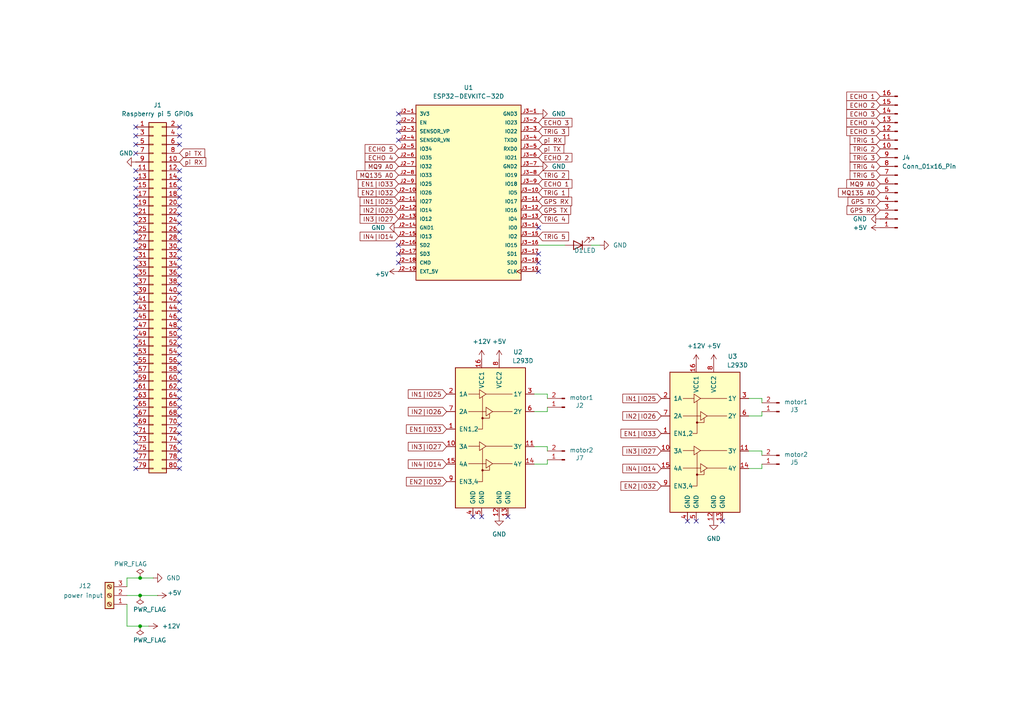
<source format=kicad_sch>
(kicad_sch
	(version 20250114)
	(generator "eeschema")
	(generator_version "9.0")
	(uuid "4f737059-c2cd-4edb-8374-d89d2288feb9")
	(paper "A4")
	(lib_symbols
		(symbol "Connector:Conn_01x02_Pin"
			(pin_names
				(offset 1.016)
				(hide yes)
			)
			(exclude_from_sim no)
			(in_bom yes)
			(on_board yes)
			(property "Reference" "J"
				(at 0 2.54 0)
				(effects
					(font
						(size 1.27 1.27)
					)
				)
			)
			(property "Value" "Conn_01x02_Pin"
				(at 0 -5.08 0)
				(effects
					(font
						(size 1.27 1.27)
					)
				)
			)
			(property "Footprint" ""
				(at 0 0 0)
				(effects
					(font
						(size 1.27 1.27)
					)
					(hide yes)
				)
			)
			(property "Datasheet" "~"
				(at 0 0 0)
				(effects
					(font
						(size 1.27 1.27)
					)
					(hide yes)
				)
			)
			(property "Description" "Generic connector, single row, 01x02, script generated"
				(at 0 0 0)
				(effects
					(font
						(size 1.27 1.27)
					)
					(hide yes)
				)
			)
			(property "ki_locked" ""
				(at 0 0 0)
				(effects
					(font
						(size 1.27 1.27)
					)
				)
			)
			(property "ki_keywords" "connector"
				(at 0 0 0)
				(effects
					(font
						(size 1.27 1.27)
					)
					(hide yes)
				)
			)
			(property "ki_fp_filters" "Connector*:*_1x??_*"
				(at 0 0 0)
				(effects
					(font
						(size 1.27 1.27)
					)
					(hide yes)
				)
			)
			(symbol "Conn_01x02_Pin_1_1"
				(rectangle
					(start 0.8636 0.127)
					(end 0 -0.127)
					(stroke
						(width 0.1524)
						(type default)
					)
					(fill
						(type outline)
					)
				)
				(rectangle
					(start 0.8636 -2.413)
					(end 0 -2.667)
					(stroke
						(width 0.1524)
						(type default)
					)
					(fill
						(type outline)
					)
				)
				(polyline
					(pts
						(xy 1.27 0) (xy 0.8636 0)
					)
					(stroke
						(width 0.1524)
						(type default)
					)
					(fill
						(type none)
					)
				)
				(polyline
					(pts
						(xy 1.27 -2.54) (xy 0.8636 -2.54)
					)
					(stroke
						(width 0.1524)
						(type default)
					)
					(fill
						(type none)
					)
				)
				(pin passive line
					(at 5.08 0 180)
					(length 3.81)
					(name "Pin_1"
						(effects
							(font
								(size 1.27 1.27)
							)
						)
					)
					(number "1"
						(effects
							(font
								(size 1.27 1.27)
							)
						)
					)
				)
				(pin passive line
					(at 5.08 -2.54 180)
					(length 3.81)
					(name "Pin_2"
						(effects
							(font
								(size 1.27 1.27)
							)
						)
					)
					(number "2"
						(effects
							(font
								(size 1.27 1.27)
							)
						)
					)
				)
			)
			(embedded_fonts no)
		)
		(symbol "Connector:Conn_01x16_Pin"
			(pin_names
				(offset 1.016)
				(hide yes)
			)
			(exclude_from_sim no)
			(in_bom yes)
			(on_board yes)
			(property "Reference" "J"
				(at 0 20.32 0)
				(effects
					(font
						(size 1.27 1.27)
					)
				)
			)
			(property "Value" "Conn_01x16_Pin"
				(at 0 -22.86 0)
				(effects
					(font
						(size 1.27 1.27)
					)
				)
			)
			(property "Footprint" ""
				(at 0 0 0)
				(effects
					(font
						(size 1.27 1.27)
					)
					(hide yes)
				)
			)
			(property "Datasheet" "~"
				(at 0 0 0)
				(effects
					(font
						(size 1.27 1.27)
					)
					(hide yes)
				)
			)
			(property "Description" "Generic connector, single row, 01x16, script generated"
				(at 0 0 0)
				(effects
					(font
						(size 1.27 1.27)
					)
					(hide yes)
				)
			)
			(property "ki_locked" ""
				(at 0 0 0)
				(effects
					(font
						(size 1.27 1.27)
					)
				)
			)
			(property "ki_keywords" "connector"
				(at 0 0 0)
				(effects
					(font
						(size 1.27 1.27)
					)
					(hide yes)
				)
			)
			(property "ki_fp_filters" "Connector*:*_1x??_*"
				(at 0 0 0)
				(effects
					(font
						(size 1.27 1.27)
					)
					(hide yes)
				)
			)
			(symbol "Conn_01x16_Pin_1_1"
				(rectangle
					(start 0.8636 17.907)
					(end 0 17.653)
					(stroke
						(width 0.1524)
						(type default)
					)
					(fill
						(type outline)
					)
				)
				(rectangle
					(start 0.8636 15.367)
					(end 0 15.113)
					(stroke
						(width 0.1524)
						(type default)
					)
					(fill
						(type outline)
					)
				)
				(rectangle
					(start 0.8636 12.827)
					(end 0 12.573)
					(stroke
						(width 0.1524)
						(type default)
					)
					(fill
						(type outline)
					)
				)
				(rectangle
					(start 0.8636 10.287)
					(end 0 10.033)
					(stroke
						(width 0.1524)
						(type default)
					)
					(fill
						(type outline)
					)
				)
				(rectangle
					(start 0.8636 7.747)
					(end 0 7.493)
					(stroke
						(width 0.1524)
						(type default)
					)
					(fill
						(type outline)
					)
				)
				(rectangle
					(start 0.8636 5.207)
					(end 0 4.953)
					(stroke
						(width 0.1524)
						(type default)
					)
					(fill
						(type outline)
					)
				)
				(rectangle
					(start 0.8636 2.667)
					(end 0 2.413)
					(stroke
						(width 0.1524)
						(type default)
					)
					(fill
						(type outline)
					)
				)
				(rectangle
					(start 0.8636 0.127)
					(end 0 -0.127)
					(stroke
						(width 0.1524)
						(type default)
					)
					(fill
						(type outline)
					)
				)
				(rectangle
					(start 0.8636 -2.413)
					(end 0 -2.667)
					(stroke
						(width 0.1524)
						(type default)
					)
					(fill
						(type outline)
					)
				)
				(rectangle
					(start 0.8636 -4.953)
					(end 0 -5.207)
					(stroke
						(width 0.1524)
						(type default)
					)
					(fill
						(type outline)
					)
				)
				(rectangle
					(start 0.8636 -7.493)
					(end 0 -7.747)
					(stroke
						(width 0.1524)
						(type default)
					)
					(fill
						(type outline)
					)
				)
				(rectangle
					(start 0.8636 -10.033)
					(end 0 -10.287)
					(stroke
						(width 0.1524)
						(type default)
					)
					(fill
						(type outline)
					)
				)
				(rectangle
					(start 0.8636 -12.573)
					(end 0 -12.827)
					(stroke
						(width 0.1524)
						(type default)
					)
					(fill
						(type outline)
					)
				)
				(rectangle
					(start 0.8636 -15.113)
					(end 0 -15.367)
					(stroke
						(width 0.1524)
						(type default)
					)
					(fill
						(type outline)
					)
				)
				(rectangle
					(start 0.8636 -17.653)
					(end 0 -17.907)
					(stroke
						(width 0.1524)
						(type default)
					)
					(fill
						(type outline)
					)
				)
				(rectangle
					(start 0.8636 -20.193)
					(end 0 -20.447)
					(stroke
						(width 0.1524)
						(type default)
					)
					(fill
						(type outline)
					)
				)
				(polyline
					(pts
						(xy 1.27 17.78) (xy 0.8636 17.78)
					)
					(stroke
						(width 0.1524)
						(type default)
					)
					(fill
						(type none)
					)
				)
				(polyline
					(pts
						(xy 1.27 15.24) (xy 0.8636 15.24)
					)
					(stroke
						(width 0.1524)
						(type default)
					)
					(fill
						(type none)
					)
				)
				(polyline
					(pts
						(xy 1.27 12.7) (xy 0.8636 12.7)
					)
					(stroke
						(width 0.1524)
						(type default)
					)
					(fill
						(type none)
					)
				)
				(polyline
					(pts
						(xy 1.27 10.16) (xy 0.8636 10.16)
					)
					(stroke
						(width 0.1524)
						(type default)
					)
					(fill
						(type none)
					)
				)
				(polyline
					(pts
						(xy 1.27 7.62) (xy 0.8636 7.62)
					)
					(stroke
						(width 0.1524)
						(type default)
					)
					(fill
						(type none)
					)
				)
				(polyline
					(pts
						(xy 1.27 5.08) (xy 0.8636 5.08)
					)
					(stroke
						(width 0.1524)
						(type default)
					)
					(fill
						(type none)
					)
				)
				(polyline
					(pts
						(xy 1.27 2.54) (xy 0.8636 2.54)
					)
					(stroke
						(width 0.1524)
						(type default)
					)
					(fill
						(type none)
					)
				)
				(polyline
					(pts
						(xy 1.27 0) (xy 0.8636 0)
					)
					(stroke
						(width 0.1524)
						(type default)
					)
					(fill
						(type none)
					)
				)
				(polyline
					(pts
						(xy 1.27 -2.54) (xy 0.8636 -2.54)
					)
					(stroke
						(width 0.1524)
						(type default)
					)
					(fill
						(type none)
					)
				)
				(polyline
					(pts
						(xy 1.27 -5.08) (xy 0.8636 -5.08)
					)
					(stroke
						(width 0.1524)
						(type default)
					)
					(fill
						(type none)
					)
				)
				(polyline
					(pts
						(xy 1.27 -7.62) (xy 0.8636 -7.62)
					)
					(stroke
						(width 0.1524)
						(type default)
					)
					(fill
						(type none)
					)
				)
				(polyline
					(pts
						(xy 1.27 -10.16) (xy 0.8636 -10.16)
					)
					(stroke
						(width 0.1524)
						(type default)
					)
					(fill
						(type none)
					)
				)
				(polyline
					(pts
						(xy 1.27 -12.7) (xy 0.8636 -12.7)
					)
					(stroke
						(width 0.1524)
						(type default)
					)
					(fill
						(type none)
					)
				)
				(polyline
					(pts
						(xy 1.27 -15.24) (xy 0.8636 -15.24)
					)
					(stroke
						(width 0.1524)
						(type default)
					)
					(fill
						(type none)
					)
				)
				(polyline
					(pts
						(xy 1.27 -17.78) (xy 0.8636 -17.78)
					)
					(stroke
						(width 0.1524)
						(type default)
					)
					(fill
						(type none)
					)
				)
				(polyline
					(pts
						(xy 1.27 -20.32) (xy 0.8636 -20.32)
					)
					(stroke
						(width 0.1524)
						(type default)
					)
					(fill
						(type none)
					)
				)
				(pin passive line
					(at 5.08 17.78 180)
					(length 3.81)
					(name "Pin_1"
						(effects
							(font
								(size 1.27 1.27)
							)
						)
					)
					(number "1"
						(effects
							(font
								(size 1.27 1.27)
							)
						)
					)
				)
				(pin passive line
					(at 5.08 15.24 180)
					(length 3.81)
					(name "Pin_2"
						(effects
							(font
								(size 1.27 1.27)
							)
						)
					)
					(number "2"
						(effects
							(font
								(size 1.27 1.27)
							)
						)
					)
				)
				(pin passive line
					(at 5.08 12.7 180)
					(length 3.81)
					(name "Pin_3"
						(effects
							(font
								(size 1.27 1.27)
							)
						)
					)
					(number "3"
						(effects
							(font
								(size 1.27 1.27)
							)
						)
					)
				)
				(pin passive line
					(at 5.08 10.16 180)
					(length 3.81)
					(name "Pin_4"
						(effects
							(font
								(size 1.27 1.27)
							)
						)
					)
					(number "4"
						(effects
							(font
								(size 1.27 1.27)
							)
						)
					)
				)
				(pin passive line
					(at 5.08 7.62 180)
					(length 3.81)
					(name "Pin_5"
						(effects
							(font
								(size 1.27 1.27)
							)
						)
					)
					(number "5"
						(effects
							(font
								(size 1.27 1.27)
							)
						)
					)
				)
				(pin passive line
					(at 5.08 5.08 180)
					(length 3.81)
					(name "Pin_6"
						(effects
							(font
								(size 1.27 1.27)
							)
						)
					)
					(number "6"
						(effects
							(font
								(size 1.27 1.27)
							)
						)
					)
				)
				(pin passive line
					(at 5.08 2.54 180)
					(length 3.81)
					(name "Pin_7"
						(effects
							(font
								(size 1.27 1.27)
							)
						)
					)
					(number "7"
						(effects
							(font
								(size 1.27 1.27)
							)
						)
					)
				)
				(pin passive line
					(at 5.08 0 180)
					(length 3.81)
					(name "Pin_8"
						(effects
							(font
								(size 1.27 1.27)
							)
						)
					)
					(number "8"
						(effects
							(font
								(size 1.27 1.27)
							)
						)
					)
				)
				(pin passive line
					(at 5.08 -2.54 180)
					(length 3.81)
					(name "Pin_9"
						(effects
							(font
								(size 1.27 1.27)
							)
						)
					)
					(number "9"
						(effects
							(font
								(size 1.27 1.27)
							)
						)
					)
				)
				(pin passive line
					(at 5.08 -5.08 180)
					(length 3.81)
					(name "Pin_10"
						(effects
							(font
								(size 1.27 1.27)
							)
						)
					)
					(number "10"
						(effects
							(font
								(size 1.27 1.27)
							)
						)
					)
				)
				(pin passive line
					(at 5.08 -7.62 180)
					(length 3.81)
					(name "Pin_11"
						(effects
							(font
								(size 1.27 1.27)
							)
						)
					)
					(number "11"
						(effects
							(font
								(size 1.27 1.27)
							)
						)
					)
				)
				(pin passive line
					(at 5.08 -10.16 180)
					(length 3.81)
					(name "Pin_12"
						(effects
							(font
								(size 1.27 1.27)
							)
						)
					)
					(number "12"
						(effects
							(font
								(size 1.27 1.27)
							)
						)
					)
				)
				(pin passive line
					(at 5.08 -12.7 180)
					(length 3.81)
					(name "Pin_13"
						(effects
							(font
								(size 1.27 1.27)
							)
						)
					)
					(number "13"
						(effects
							(font
								(size 1.27 1.27)
							)
						)
					)
				)
				(pin passive line
					(at 5.08 -15.24 180)
					(length 3.81)
					(name "Pin_14"
						(effects
							(font
								(size 1.27 1.27)
							)
						)
					)
					(number "14"
						(effects
							(font
								(size 1.27 1.27)
							)
						)
					)
				)
				(pin passive line
					(at 5.08 -17.78 180)
					(length 3.81)
					(name "Pin_15"
						(effects
							(font
								(size 1.27 1.27)
							)
						)
					)
					(number "15"
						(effects
							(font
								(size 1.27 1.27)
							)
						)
					)
				)
				(pin passive line
					(at 5.08 -20.32 180)
					(length 3.81)
					(name "Pin_16"
						(effects
							(font
								(size 1.27 1.27)
							)
						)
					)
					(number "16"
						(effects
							(font
								(size 1.27 1.27)
							)
						)
					)
				)
			)
			(embedded_fonts no)
		)
		(symbol "Connector:Screw_Terminal_01x03"
			(pin_names
				(offset 1.016)
				(hide yes)
			)
			(exclude_from_sim no)
			(in_bom yes)
			(on_board yes)
			(property "Reference" "J"
				(at 0 5.08 0)
				(effects
					(font
						(size 1.27 1.27)
					)
				)
			)
			(property "Value" "Screw_Terminal_01x03"
				(at 0 -5.08 0)
				(effects
					(font
						(size 1.27 1.27)
					)
				)
			)
			(property "Footprint" ""
				(at 0 0 0)
				(effects
					(font
						(size 1.27 1.27)
					)
					(hide yes)
				)
			)
			(property "Datasheet" "~"
				(at 0 0 0)
				(effects
					(font
						(size 1.27 1.27)
					)
					(hide yes)
				)
			)
			(property "Description" "Generic screw terminal, single row, 01x03, script generated (kicad-library-utils/schlib/autogen/connector/)"
				(at 0 0 0)
				(effects
					(font
						(size 1.27 1.27)
					)
					(hide yes)
				)
			)
			(property "ki_keywords" "screw terminal"
				(at 0 0 0)
				(effects
					(font
						(size 1.27 1.27)
					)
					(hide yes)
				)
			)
			(property "ki_fp_filters" "TerminalBlock*:*"
				(at 0 0 0)
				(effects
					(font
						(size 1.27 1.27)
					)
					(hide yes)
				)
			)
			(symbol "Screw_Terminal_01x03_1_1"
				(rectangle
					(start -1.27 3.81)
					(end 1.27 -3.81)
					(stroke
						(width 0.254)
						(type default)
					)
					(fill
						(type background)
					)
				)
				(polyline
					(pts
						(xy -0.5334 2.8702) (xy 0.3302 2.032)
					)
					(stroke
						(width 0.1524)
						(type default)
					)
					(fill
						(type none)
					)
				)
				(polyline
					(pts
						(xy -0.5334 0.3302) (xy 0.3302 -0.508)
					)
					(stroke
						(width 0.1524)
						(type default)
					)
					(fill
						(type none)
					)
				)
				(polyline
					(pts
						(xy -0.5334 -2.2098) (xy 0.3302 -3.048)
					)
					(stroke
						(width 0.1524)
						(type default)
					)
					(fill
						(type none)
					)
				)
				(polyline
					(pts
						(xy -0.3556 3.048) (xy 0.508 2.2098)
					)
					(stroke
						(width 0.1524)
						(type default)
					)
					(fill
						(type none)
					)
				)
				(polyline
					(pts
						(xy -0.3556 0.508) (xy 0.508 -0.3302)
					)
					(stroke
						(width 0.1524)
						(type default)
					)
					(fill
						(type none)
					)
				)
				(polyline
					(pts
						(xy -0.3556 -2.032) (xy 0.508 -2.8702)
					)
					(stroke
						(width 0.1524)
						(type default)
					)
					(fill
						(type none)
					)
				)
				(circle
					(center 0 2.54)
					(radius 0.635)
					(stroke
						(width 0.1524)
						(type default)
					)
					(fill
						(type none)
					)
				)
				(circle
					(center 0 0)
					(radius 0.635)
					(stroke
						(width 0.1524)
						(type default)
					)
					(fill
						(type none)
					)
				)
				(circle
					(center 0 -2.54)
					(radius 0.635)
					(stroke
						(width 0.1524)
						(type default)
					)
					(fill
						(type none)
					)
				)
				(pin passive line
					(at -5.08 2.54 0)
					(length 3.81)
					(name "Pin_1"
						(effects
							(font
								(size 1.27 1.27)
							)
						)
					)
					(number "1"
						(effects
							(font
								(size 1.27 1.27)
							)
						)
					)
				)
				(pin passive line
					(at -5.08 0 0)
					(length 3.81)
					(name "Pin_2"
						(effects
							(font
								(size 1.27 1.27)
							)
						)
					)
					(number "2"
						(effects
							(font
								(size 1.27 1.27)
							)
						)
					)
				)
				(pin passive line
					(at -5.08 -2.54 0)
					(length 3.81)
					(name "Pin_3"
						(effects
							(font
								(size 1.27 1.27)
							)
						)
					)
					(number "3"
						(effects
							(font
								(size 1.27 1.27)
							)
						)
					)
				)
			)
			(embedded_fonts no)
		)
		(symbol "Connector_Generic:Conn_02x40_Odd_Even"
			(pin_names
				(offset 1.016)
				(hide yes)
			)
			(exclude_from_sim no)
			(in_bom yes)
			(on_board yes)
			(property "Reference" "J"
				(at 1.27 50.8 0)
				(effects
					(font
						(size 1.27 1.27)
					)
				)
			)
			(property "Value" "Conn_02x40_Odd_Even"
				(at 1.27 -53.34 0)
				(effects
					(font
						(size 1.27 1.27)
					)
				)
			)
			(property "Footprint" ""
				(at 0 0 0)
				(effects
					(font
						(size 1.27 1.27)
					)
					(hide yes)
				)
			)
			(property "Datasheet" "~"
				(at 0 0 0)
				(effects
					(font
						(size 1.27 1.27)
					)
					(hide yes)
				)
			)
			(property "Description" "Generic connector, double row, 02x40, odd/even pin numbering scheme (row 1 odd numbers, row 2 even numbers), script generated (kicad-library-utils/schlib/autogen/connector/)"
				(at 0 0 0)
				(effects
					(font
						(size 1.27 1.27)
					)
					(hide yes)
				)
			)
			(property "ki_keywords" "connector"
				(at 0 0 0)
				(effects
					(font
						(size 1.27 1.27)
					)
					(hide yes)
				)
			)
			(property "ki_fp_filters" "Connector*:*_2x??_*"
				(at 0 0 0)
				(effects
					(font
						(size 1.27 1.27)
					)
					(hide yes)
				)
			)
			(symbol "Conn_02x40_Odd_Even_1_1"
				(rectangle
					(start -1.27 49.53)
					(end 3.81 -52.07)
					(stroke
						(width 0.254)
						(type default)
					)
					(fill
						(type background)
					)
				)
				(rectangle
					(start -1.27 48.387)
					(end 0 48.133)
					(stroke
						(width 0.1524)
						(type default)
					)
					(fill
						(type none)
					)
				)
				(rectangle
					(start -1.27 45.847)
					(end 0 45.593)
					(stroke
						(width 0.1524)
						(type default)
					)
					(fill
						(type none)
					)
				)
				(rectangle
					(start -1.27 43.307)
					(end 0 43.053)
					(stroke
						(width 0.1524)
						(type default)
					)
					(fill
						(type none)
					)
				)
				(rectangle
					(start -1.27 40.767)
					(end 0 40.513)
					(stroke
						(width 0.1524)
						(type default)
					)
					(fill
						(type none)
					)
				)
				(rectangle
					(start -1.27 38.227)
					(end 0 37.973)
					(stroke
						(width 0.1524)
						(type default)
					)
					(fill
						(type none)
					)
				)
				(rectangle
					(start -1.27 35.687)
					(end 0 35.433)
					(stroke
						(width 0.1524)
						(type default)
					)
					(fill
						(type none)
					)
				)
				(rectangle
					(start -1.27 33.147)
					(end 0 32.893)
					(stroke
						(width 0.1524)
						(type default)
					)
					(fill
						(type none)
					)
				)
				(rectangle
					(start -1.27 30.607)
					(end 0 30.353)
					(stroke
						(width 0.1524)
						(type default)
					)
					(fill
						(type none)
					)
				)
				(rectangle
					(start -1.27 28.067)
					(end 0 27.813)
					(stroke
						(width 0.1524)
						(type default)
					)
					(fill
						(type none)
					)
				)
				(rectangle
					(start -1.27 25.527)
					(end 0 25.273)
					(stroke
						(width 0.1524)
						(type default)
					)
					(fill
						(type none)
					)
				)
				(rectangle
					(start -1.27 22.987)
					(end 0 22.733)
					(stroke
						(width 0.1524)
						(type default)
					)
					(fill
						(type none)
					)
				)
				(rectangle
					(start -1.27 20.447)
					(end 0 20.193)
					(stroke
						(width 0.1524)
						(type default)
					)
					(fill
						(type none)
					)
				)
				(rectangle
					(start -1.27 17.907)
					(end 0 17.653)
					(stroke
						(width 0.1524)
						(type default)
					)
					(fill
						(type none)
					)
				)
				(rectangle
					(start -1.27 15.367)
					(end 0 15.113)
					(stroke
						(width 0.1524)
						(type default)
					)
					(fill
						(type none)
					)
				)
				(rectangle
					(start -1.27 12.827)
					(end 0 12.573)
					(stroke
						(width 0.1524)
						(type default)
					)
					(fill
						(type none)
					)
				)
				(rectangle
					(start -1.27 10.287)
					(end 0 10.033)
					(stroke
						(width 0.1524)
						(type default)
					)
					(fill
						(type none)
					)
				)
				(rectangle
					(start -1.27 7.747)
					(end 0 7.493)
					(stroke
						(width 0.1524)
						(type default)
					)
					(fill
						(type none)
					)
				)
				(rectangle
					(start -1.27 5.207)
					(end 0 4.953)
					(stroke
						(width 0.1524)
						(type default)
					)
					(fill
						(type none)
					)
				)
				(rectangle
					(start -1.27 2.667)
					(end 0 2.413)
					(stroke
						(width 0.1524)
						(type default)
					)
					(fill
						(type none)
					)
				)
				(rectangle
					(start -1.27 0.127)
					(end 0 -0.127)
					(stroke
						(width 0.1524)
						(type default)
					)
					(fill
						(type none)
					)
				)
				(rectangle
					(start -1.27 -2.413)
					(end 0 -2.667)
					(stroke
						(width 0.1524)
						(type default)
					)
					(fill
						(type none)
					)
				)
				(rectangle
					(start -1.27 -4.953)
					(end 0 -5.207)
					(stroke
						(width 0.1524)
						(type default)
					)
					(fill
						(type none)
					)
				)
				(rectangle
					(start -1.27 -7.493)
					(end 0 -7.747)
					(stroke
						(width 0.1524)
						(type default)
					)
					(fill
						(type none)
					)
				)
				(rectangle
					(start -1.27 -10.033)
					(end 0 -10.287)
					(stroke
						(width 0.1524)
						(type default)
					)
					(fill
						(type none)
					)
				)
				(rectangle
					(start -1.27 -12.573)
					(end 0 -12.827)
					(stroke
						(width 0.1524)
						(type default)
					)
					(fill
						(type none)
					)
				)
				(rectangle
					(start -1.27 -15.113)
					(end 0 -15.367)
					(stroke
						(width 0.1524)
						(type default)
					)
					(fill
						(type none)
					)
				)
				(rectangle
					(start -1.27 -17.653)
					(end 0 -17.907)
					(stroke
						(width 0.1524)
						(type default)
					)
					(fill
						(type none)
					)
				)
				(rectangle
					(start -1.27 -20.193)
					(end 0 -20.447)
					(stroke
						(width 0.1524)
						(type default)
					)
					(fill
						(type none)
					)
				)
				(rectangle
					(start -1.27 -22.733)
					(end 0 -22.987)
					(stroke
						(width 0.1524)
						(type default)
					)
					(fill
						(type none)
					)
				)
				(rectangle
					(start -1.27 -25.273)
					(end 0 -25.527)
					(stroke
						(width 0.1524)
						(type default)
					)
					(fill
						(type none)
					)
				)
				(rectangle
					(start -1.27 -27.813)
					(end 0 -28.067)
					(stroke
						(width 0.1524)
						(type default)
					)
					(fill
						(type none)
					)
				)
				(rectangle
					(start -1.27 -30.353)
					(end 0 -30.607)
					(stroke
						(width 0.1524)
						(type default)
					)
					(fill
						(type none)
					)
				)
				(rectangle
					(start -1.27 -32.893)
					(end 0 -33.147)
					(stroke
						(width 0.1524)
						(type default)
					)
					(fill
						(type none)
					)
				)
				(rectangle
					(start -1.27 -35.433)
					(end 0 -35.687)
					(stroke
						(width 0.1524)
						(type default)
					)
					(fill
						(type none)
					)
				)
				(rectangle
					(start -1.27 -37.973)
					(end 0 -38.227)
					(stroke
						(width 0.1524)
						(type default)
					)
					(fill
						(type none)
					)
				)
				(rectangle
					(start -1.27 -40.513)
					(end 0 -40.767)
					(stroke
						(width 0.1524)
						(type default)
					)
					(fill
						(type none)
					)
				)
				(rectangle
					(start -1.27 -43.053)
					(end 0 -43.307)
					(stroke
						(width 0.1524)
						(type default)
					)
					(fill
						(type none)
					)
				)
				(rectangle
					(start -1.27 -45.593)
					(end 0 -45.847)
					(stroke
						(width 0.1524)
						(type default)
					)
					(fill
						(type none)
					)
				)
				(rectangle
					(start -1.27 -48.133)
					(end 0 -48.387)
					(stroke
						(width 0.1524)
						(type default)
					)
					(fill
						(type none)
					)
				)
				(rectangle
					(start -1.27 -50.673)
					(end 0 -50.927)
					(stroke
						(width 0.1524)
						(type default)
					)
					(fill
						(type none)
					)
				)
				(rectangle
					(start 3.81 48.387)
					(end 2.54 48.133)
					(stroke
						(width 0.1524)
						(type default)
					)
					(fill
						(type none)
					)
				)
				(rectangle
					(start 3.81 45.847)
					(end 2.54 45.593)
					(stroke
						(width 0.1524)
						(type default)
					)
					(fill
						(type none)
					)
				)
				(rectangle
					(start 3.81 43.307)
					(end 2.54 43.053)
					(stroke
						(width 0.1524)
						(type default)
					)
					(fill
						(type none)
					)
				)
				(rectangle
					(start 3.81 40.767)
					(end 2.54 40.513)
					(stroke
						(width 0.1524)
						(type default)
					)
					(fill
						(type none)
					)
				)
				(rectangle
					(start 3.81 38.227)
					(end 2.54 37.973)
					(stroke
						(width 0.1524)
						(type default)
					)
					(fill
						(type none)
					)
				)
				(rectangle
					(start 3.81 35.687)
					(end 2.54 35.433)
					(stroke
						(width 0.1524)
						(type default)
					)
					(fill
						(type none)
					)
				)
				(rectangle
					(start 3.81 33.147)
					(end 2.54 32.893)
					(stroke
						(width 0.1524)
						(type default)
					)
					(fill
						(type none)
					)
				)
				(rectangle
					(start 3.81 30.607)
					(end 2.54 30.353)
					(stroke
						(width 0.1524)
						(type default)
					)
					(fill
						(type none)
					)
				)
				(rectangle
					(start 3.81 28.067)
					(end 2.54 27.813)
					(stroke
						(width 0.1524)
						(type default)
					)
					(fill
						(type none)
					)
				)
				(rectangle
					(start 3.81 25.527)
					(end 2.54 25.273)
					(stroke
						(width 0.1524)
						(type default)
					)
					(fill
						(type none)
					)
				)
				(rectangle
					(start 3.81 22.987)
					(end 2.54 22.733)
					(stroke
						(width 0.1524)
						(type default)
					)
					(fill
						(type none)
					)
				)
				(rectangle
					(start 3.81 20.447)
					(end 2.54 20.193)
					(stroke
						(width 0.1524)
						(type default)
					)
					(fill
						(type none)
					)
				)
				(rectangle
					(start 3.81 17.907)
					(end 2.54 17.653)
					(stroke
						(width 0.1524)
						(type default)
					)
					(fill
						(type none)
					)
				)
				(rectangle
					(start 3.81 15.367)
					(end 2.54 15.113)
					(stroke
						(width 0.1524)
						(type default)
					)
					(fill
						(type none)
					)
				)
				(rectangle
					(start 3.81 12.827)
					(end 2.54 12.573)
					(stroke
						(width 0.1524)
						(type default)
					)
					(fill
						(type none)
					)
				)
				(rectangle
					(start 3.81 10.287)
					(end 2.54 10.033)
					(stroke
						(width 0.1524)
						(type default)
					)
					(fill
						(type none)
					)
				)
				(rectangle
					(start 3.81 7.747)
					(end 2.54 7.493)
					(stroke
						(width 0.1524)
						(type default)
					)
					(fill
						(type none)
					)
				)
				(rectangle
					(start 3.81 5.207)
					(end 2.54 4.953)
					(stroke
						(width 0.1524)
						(type default)
					)
					(fill
						(type none)
					)
				)
				(rectangle
					(start 3.81 2.667)
					(end 2.54 2.413)
					(stroke
						(width 0.1524)
						(type default)
					)
					(fill
						(type none)
					)
				)
				(rectangle
					(start 3.81 0.127)
					(end 2.54 -0.127)
					(stroke
						(width 0.1524)
						(type default)
					)
					(fill
						(type none)
					)
				)
				(rectangle
					(start 3.81 -2.413)
					(end 2.54 -2.667)
					(stroke
						(width 0.1524)
						(type default)
					)
					(fill
						(type none)
					)
				)
				(rectangle
					(start 3.81 -4.953)
					(end 2.54 -5.207)
					(stroke
						(width 0.1524)
						(type default)
					)
					(fill
						(type none)
					)
				)
				(rectangle
					(start 3.81 -7.493)
					(end 2.54 -7.747)
					(stroke
						(width 0.1524)
						(type default)
					)
					(fill
						(type none)
					)
				)
				(rectangle
					(start 3.81 -10.033)
					(end 2.54 -10.287)
					(stroke
						(width 0.1524)
						(type default)
					)
					(fill
						(type none)
					)
				)
				(rectangle
					(start 3.81 -12.573)
					(end 2.54 -12.827)
					(stroke
						(width 0.1524)
						(type default)
					)
					(fill
						(type none)
					)
				)
				(rectangle
					(start 3.81 -15.113)
					(end 2.54 -15.367)
					(stroke
						(width 0.1524)
						(type default)
					)
					(fill
						(type none)
					)
				)
				(rectangle
					(start 3.81 -17.653)
					(end 2.54 -17.907)
					(stroke
						(width 0.1524)
						(type default)
					)
					(fill
						(type none)
					)
				)
				(rectangle
					(start 3.81 -20.193)
					(end 2.54 -20.447)
					(stroke
						(width 0.1524)
						(type default)
					)
					(fill
						(type none)
					)
				)
				(rectangle
					(start 3.81 -22.733)
					(end 2.54 -22.987)
					(stroke
						(width 0.1524)
						(type default)
					)
					(fill
						(type none)
					)
				)
				(rectangle
					(start 3.81 -25.273)
					(end 2.54 -25.527)
					(stroke
						(width 0.1524)
						(type default)
					)
					(fill
						(type none)
					)
				)
				(rectangle
					(start 3.81 -27.813)
					(end 2.54 -28.067)
					(stroke
						(width 0.1524)
						(type default)
					)
					(fill
						(type none)
					)
				)
				(rectangle
					(start 3.81 -30.353)
					(end 2.54 -30.607)
					(stroke
						(width 0.1524)
						(type default)
					)
					(fill
						(type none)
					)
				)
				(rectangle
					(start 3.81 -32.893)
					(end 2.54 -33.147)
					(stroke
						(width 0.1524)
						(type default)
					)
					(fill
						(type none)
					)
				)
				(rectangle
					(start 3.81 -35.433)
					(end 2.54 -35.687)
					(stroke
						(width 0.1524)
						(type default)
					)
					(fill
						(type none)
					)
				)
				(rectangle
					(start 3.81 -37.973)
					(end 2.54 -38.227)
					(stroke
						(width 0.1524)
						(type default)
					)
					(fill
						(type none)
					)
				)
				(rectangle
					(start 3.81 -40.513)
					(end 2.54 -40.767)
					(stroke
						(width 0.1524)
						(type default)
					)
					(fill
						(type none)
					)
				)
				(rectangle
					(start 3.81 -43.053)
					(end 2.54 -43.307)
					(stroke
						(width 0.1524)
						(type default)
					)
					(fill
						(type none)
					)
				)
				(rectangle
					(start 3.81 -45.593)
					(end 2.54 -45.847)
					(stroke
						(width 0.1524)
						(type default)
					)
					(fill
						(type none)
					)
				)
				(rectangle
					(start 3.81 -48.133)
					(end 2.54 -48.387)
					(stroke
						(width 0.1524)
						(type default)
					)
					(fill
						(type none)
					)
				)
				(rectangle
					(start 3.81 -50.673)
					(end 2.54 -50.927)
					(stroke
						(width 0.1524)
						(type default)
					)
					(fill
						(type none)
					)
				)
				(pin passive line
					(at -5.08 48.26 0)
					(length 3.81)
					(name "Pin_1"
						(effects
							(font
								(size 1.27 1.27)
							)
						)
					)
					(number "1"
						(effects
							(font
								(size 1.27 1.27)
							)
						)
					)
				)
				(pin passive line
					(at -5.08 45.72 0)
					(length 3.81)
					(name "Pin_3"
						(effects
							(font
								(size 1.27 1.27)
							)
						)
					)
					(number "3"
						(effects
							(font
								(size 1.27 1.27)
							)
						)
					)
				)
				(pin passive line
					(at -5.08 43.18 0)
					(length 3.81)
					(name "Pin_5"
						(effects
							(font
								(size 1.27 1.27)
							)
						)
					)
					(number "5"
						(effects
							(font
								(size 1.27 1.27)
							)
						)
					)
				)
				(pin passive line
					(at -5.08 40.64 0)
					(length 3.81)
					(name "Pin_7"
						(effects
							(font
								(size 1.27 1.27)
							)
						)
					)
					(number "7"
						(effects
							(font
								(size 1.27 1.27)
							)
						)
					)
				)
				(pin passive line
					(at -5.08 38.1 0)
					(length 3.81)
					(name "Pin_9"
						(effects
							(font
								(size 1.27 1.27)
							)
						)
					)
					(number "9"
						(effects
							(font
								(size 1.27 1.27)
							)
						)
					)
				)
				(pin passive line
					(at -5.08 35.56 0)
					(length 3.81)
					(name "Pin_11"
						(effects
							(font
								(size 1.27 1.27)
							)
						)
					)
					(number "11"
						(effects
							(font
								(size 1.27 1.27)
							)
						)
					)
				)
				(pin passive line
					(at -5.08 33.02 0)
					(length 3.81)
					(name "Pin_13"
						(effects
							(font
								(size 1.27 1.27)
							)
						)
					)
					(number "13"
						(effects
							(font
								(size 1.27 1.27)
							)
						)
					)
				)
				(pin passive line
					(at -5.08 30.48 0)
					(length 3.81)
					(name "Pin_15"
						(effects
							(font
								(size 1.27 1.27)
							)
						)
					)
					(number "15"
						(effects
							(font
								(size 1.27 1.27)
							)
						)
					)
				)
				(pin passive line
					(at -5.08 27.94 0)
					(length 3.81)
					(name "Pin_17"
						(effects
							(font
								(size 1.27 1.27)
							)
						)
					)
					(number "17"
						(effects
							(font
								(size 1.27 1.27)
							)
						)
					)
				)
				(pin passive line
					(at -5.08 25.4 0)
					(length 3.81)
					(name "Pin_19"
						(effects
							(font
								(size 1.27 1.27)
							)
						)
					)
					(number "19"
						(effects
							(font
								(size 1.27 1.27)
							)
						)
					)
				)
				(pin passive line
					(at -5.08 22.86 0)
					(length 3.81)
					(name "Pin_21"
						(effects
							(font
								(size 1.27 1.27)
							)
						)
					)
					(number "21"
						(effects
							(font
								(size 1.27 1.27)
							)
						)
					)
				)
				(pin passive line
					(at -5.08 20.32 0)
					(length 3.81)
					(name "Pin_23"
						(effects
							(font
								(size 1.27 1.27)
							)
						)
					)
					(number "23"
						(effects
							(font
								(size 1.27 1.27)
							)
						)
					)
				)
				(pin passive line
					(at -5.08 17.78 0)
					(length 3.81)
					(name "Pin_25"
						(effects
							(font
								(size 1.27 1.27)
							)
						)
					)
					(number "25"
						(effects
							(font
								(size 1.27 1.27)
							)
						)
					)
				)
				(pin passive line
					(at -5.08 15.24 0)
					(length 3.81)
					(name "Pin_27"
						(effects
							(font
								(size 1.27 1.27)
							)
						)
					)
					(number "27"
						(effects
							(font
								(size 1.27 1.27)
							)
						)
					)
				)
				(pin passive line
					(at -5.08 12.7 0)
					(length 3.81)
					(name "Pin_29"
						(effects
							(font
								(size 1.27 1.27)
							)
						)
					)
					(number "29"
						(effects
							(font
								(size 1.27 1.27)
							)
						)
					)
				)
				(pin passive line
					(at -5.08 10.16 0)
					(length 3.81)
					(name "Pin_31"
						(effects
							(font
								(size 1.27 1.27)
							)
						)
					)
					(number "31"
						(effects
							(font
								(size 1.27 1.27)
							)
						)
					)
				)
				(pin passive line
					(at -5.08 7.62 0)
					(length 3.81)
					(name "Pin_33"
						(effects
							(font
								(size 1.27 1.27)
							)
						)
					)
					(number "33"
						(effects
							(font
								(size 1.27 1.27)
							)
						)
					)
				)
				(pin passive line
					(at -5.08 5.08 0)
					(length 3.81)
					(name "Pin_35"
						(effects
							(font
								(size 1.27 1.27)
							)
						)
					)
					(number "35"
						(effects
							(font
								(size 1.27 1.27)
							)
						)
					)
				)
				(pin passive line
					(at -5.08 2.54 0)
					(length 3.81)
					(name "Pin_37"
						(effects
							(font
								(size 1.27 1.27)
							)
						)
					)
					(number "37"
						(effects
							(font
								(size 1.27 1.27)
							)
						)
					)
				)
				(pin passive line
					(at -5.08 0 0)
					(length 3.81)
					(name "Pin_39"
						(effects
							(font
								(size 1.27 1.27)
							)
						)
					)
					(number "39"
						(effects
							(font
								(size 1.27 1.27)
							)
						)
					)
				)
				(pin passive line
					(at -5.08 -2.54 0)
					(length 3.81)
					(name "Pin_41"
						(effects
							(font
								(size 1.27 1.27)
							)
						)
					)
					(number "41"
						(effects
							(font
								(size 1.27 1.27)
							)
						)
					)
				)
				(pin passive line
					(at -5.08 -5.08 0)
					(length 3.81)
					(name "Pin_43"
						(effects
							(font
								(size 1.27 1.27)
							)
						)
					)
					(number "43"
						(effects
							(font
								(size 1.27 1.27)
							)
						)
					)
				)
				(pin passive line
					(at -5.08 -7.62 0)
					(length 3.81)
					(name "Pin_45"
						(effects
							(font
								(size 1.27 1.27)
							)
						)
					)
					(number "45"
						(effects
							(font
								(size 1.27 1.27)
							)
						)
					)
				)
				(pin passive line
					(at -5.08 -10.16 0)
					(length 3.81)
					(name "Pin_47"
						(effects
							(font
								(size 1.27 1.27)
							)
						)
					)
					(number "47"
						(effects
							(font
								(size 1.27 1.27)
							)
						)
					)
				)
				(pin passive line
					(at -5.08 -12.7 0)
					(length 3.81)
					(name "Pin_49"
						(effects
							(font
								(size 1.27 1.27)
							)
						)
					)
					(number "49"
						(effects
							(font
								(size 1.27 1.27)
							)
						)
					)
				)
				(pin passive line
					(at -5.08 -15.24 0)
					(length 3.81)
					(name "Pin_51"
						(effects
							(font
								(size 1.27 1.27)
							)
						)
					)
					(number "51"
						(effects
							(font
								(size 1.27 1.27)
							)
						)
					)
				)
				(pin passive line
					(at -5.08 -17.78 0)
					(length 3.81)
					(name "Pin_53"
						(effects
							(font
								(size 1.27 1.27)
							)
						)
					)
					(number "53"
						(effects
							(font
								(size 1.27 1.27)
							)
						)
					)
				)
				(pin passive line
					(at -5.08 -20.32 0)
					(length 3.81)
					(name "Pin_55"
						(effects
							(font
								(size 1.27 1.27)
							)
						)
					)
					(number "55"
						(effects
							(font
								(size 1.27 1.27)
							)
						)
					)
				)
				(pin passive line
					(at -5.08 -22.86 0)
					(length 3.81)
					(name "Pin_57"
						(effects
							(font
								(size 1.27 1.27)
							)
						)
					)
					(number "57"
						(effects
							(font
								(size 1.27 1.27)
							)
						)
					)
				)
				(pin passive line
					(at -5.08 -25.4 0)
					(length 3.81)
					(name "Pin_59"
						(effects
							(font
								(size 1.27 1.27)
							)
						)
					)
					(number "59"
						(effects
							(font
								(size 1.27 1.27)
							)
						)
					)
				)
				(pin passive line
					(at -5.08 -27.94 0)
					(length 3.81)
					(name "Pin_61"
						(effects
							(font
								(size 1.27 1.27)
							)
						)
					)
					(number "61"
						(effects
							(font
								(size 1.27 1.27)
							)
						)
					)
				)
				(pin passive line
					(at -5.08 -30.48 0)
					(length 3.81)
					(name "Pin_63"
						(effects
							(font
								(size 1.27 1.27)
							)
						)
					)
					(number "63"
						(effects
							(font
								(size 1.27 1.27)
							)
						)
					)
				)
				(pin passive line
					(at -5.08 -33.02 0)
					(length 3.81)
					(name "Pin_65"
						(effects
							(font
								(size 1.27 1.27)
							)
						)
					)
					(number "65"
						(effects
							(font
								(size 1.27 1.27)
							)
						)
					)
				)
				(pin passive line
					(at -5.08 -35.56 0)
					(length 3.81)
					(name "Pin_67"
						(effects
							(font
								(size 1.27 1.27)
							)
						)
					)
					(number "67"
						(effects
							(font
								(size 1.27 1.27)
							)
						)
					)
				)
				(pin passive line
					(at -5.08 -38.1 0)
					(length 3.81)
					(name "Pin_69"
						(effects
							(font
								(size 1.27 1.27)
							)
						)
					)
					(number "69"
						(effects
							(font
								(size 1.27 1.27)
							)
						)
					)
				)
				(pin passive line
					(at -5.08 -40.64 0)
					(length 3.81)
					(name "Pin_71"
						(effects
							(font
								(size 1.27 1.27)
							)
						)
					)
					(number "71"
						(effects
							(font
								(size 1.27 1.27)
							)
						)
					)
				)
				(pin passive line
					(at -5.08 -43.18 0)
					(length 3.81)
					(name "Pin_73"
						(effects
							(font
								(size 1.27 1.27)
							)
						)
					)
					(number "73"
						(effects
							(font
								(size 1.27 1.27)
							)
						)
					)
				)
				(pin passive line
					(at -5.08 -45.72 0)
					(length 3.81)
					(name "Pin_75"
						(effects
							(font
								(size 1.27 1.27)
							)
						)
					)
					(number "75"
						(effects
							(font
								(size 1.27 1.27)
							)
						)
					)
				)
				(pin passive line
					(at -5.08 -48.26 0)
					(length 3.81)
					(name "Pin_77"
						(effects
							(font
								(size 1.27 1.27)
							)
						)
					)
					(number "77"
						(effects
							(font
								(size 1.27 1.27)
							)
						)
					)
				)
				(pin passive line
					(at -5.08 -50.8 0)
					(length 3.81)
					(name "Pin_79"
						(effects
							(font
								(size 1.27 1.27)
							)
						)
					)
					(number "79"
						(effects
							(font
								(size 1.27 1.27)
							)
						)
					)
				)
				(pin passive line
					(at 7.62 48.26 180)
					(length 3.81)
					(name "Pin_2"
						(effects
							(font
								(size 1.27 1.27)
							)
						)
					)
					(number "2"
						(effects
							(font
								(size 1.27 1.27)
							)
						)
					)
				)
				(pin passive line
					(at 7.62 45.72 180)
					(length 3.81)
					(name "Pin_4"
						(effects
							(font
								(size 1.27 1.27)
							)
						)
					)
					(number "4"
						(effects
							(font
								(size 1.27 1.27)
							)
						)
					)
				)
				(pin passive line
					(at 7.62 43.18 180)
					(length 3.81)
					(name "Pin_6"
						(effects
							(font
								(size 1.27 1.27)
							)
						)
					)
					(number "6"
						(effects
							(font
								(size 1.27 1.27)
							)
						)
					)
				)
				(pin passive line
					(at 7.62 40.64 180)
					(length 3.81)
					(name "Pin_8"
						(effects
							(font
								(size 1.27 1.27)
							)
						)
					)
					(number "8"
						(effects
							(font
								(size 1.27 1.27)
							)
						)
					)
				)
				(pin passive line
					(at 7.62 38.1 180)
					(length 3.81)
					(name "Pin_10"
						(effects
							(font
								(size 1.27 1.27)
							)
						)
					)
					(number "10"
						(effects
							(font
								(size 1.27 1.27)
							)
						)
					)
				)
				(pin passive line
					(at 7.62 35.56 180)
					(length 3.81)
					(name "Pin_12"
						(effects
							(font
								(size 1.27 1.27)
							)
						)
					)
					(number "12"
						(effects
							(font
								(size 1.27 1.27)
							)
						)
					)
				)
				(pin passive line
					(at 7.62 33.02 180)
					(length 3.81)
					(name "Pin_14"
						(effects
							(font
								(size 1.27 1.27)
							)
						)
					)
					(number "14"
						(effects
							(font
								(size 1.27 1.27)
							)
						)
					)
				)
				(pin passive line
					(at 7.62 30.48 180)
					(length 3.81)
					(name "Pin_16"
						(effects
							(font
								(size 1.27 1.27)
							)
						)
					)
					(number "16"
						(effects
							(font
								(size 1.27 1.27)
							)
						)
					)
				)
				(pin passive line
					(at 7.62 27.94 180)
					(length 3.81)
					(name "Pin_18"
						(effects
							(font
								(size 1.27 1.27)
							)
						)
					)
					(number "18"
						(effects
							(font
								(size 1.27 1.27)
							)
						)
					)
				)
				(pin passive line
					(at 7.62 25.4 180)
					(length 3.81)
					(name "Pin_20"
						(effects
							(font
								(size 1.27 1.27)
							)
						)
					)
					(number "20"
						(effects
							(font
								(size 1.27 1.27)
							)
						)
					)
				)
				(pin passive line
					(at 7.62 22.86 180)
					(length 3.81)
					(name "Pin_22"
						(effects
							(font
								(size 1.27 1.27)
							)
						)
					)
					(number "22"
						(effects
							(font
								(size 1.27 1.27)
							)
						)
					)
				)
				(pin passive line
					(at 7.62 20.32 180)
					(length 3.81)
					(name "Pin_24"
						(effects
							(font
								(size 1.27 1.27)
							)
						)
					)
					(number "24"
						(effects
							(font
								(size 1.27 1.27)
							)
						)
					)
				)
				(pin passive line
					(at 7.62 17.78 180)
					(length 3.81)
					(name "Pin_26"
						(effects
							(font
								(size 1.27 1.27)
							)
						)
					)
					(number "26"
						(effects
							(font
								(size 1.27 1.27)
							)
						)
					)
				)
				(pin passive line
					(at 7.62 15.24 180)
					(length 3.81)
					(name "Pin_28"
						(effects
							(font
								(size 1.27 1.27)
							)
						)
					)
					(number "28"
						(effects
							(font
								(size 1.27 1.27)
							)
						)
					)
				)
				(pin passive line
					(at 7.62 12.7 180)
					(length 3.81)
					(name "Pin_30"
						(effects
							(font
								(size 1.27 1.27)
							)
						)
					)
					(number "30"
						(effects
							(font
								(size 1.27 1.27)
							)
						)
					)
				)
				(pin passive line
					(at 7.62 10.16 180)
					(length 3.81)
					(name "Pin_32"
						(effects
							(font
								(size 1.27 1.27)
							)
						)
					)
					(number "32"
						(effects
							(font
								(size 1.27 1.27)
							)
						)
					)
				)
				(pin passive line
					(at 7.62 7.62 180)
					(length 3.81)
					(name "Pin_34"
						(effects
							(font
								(size 1.27 1.27)
							)
						)
					)
					(number "34"
						(effects
							(font
								(size 1.27 1.27)
							)
						)
					)
				)
				(pin passive line
					(at 7.62 5.08 180)
					(length 3.81)
					(name "Pin_36"
						(effects
							(font
								(size 1.27 1.27)
							)
						)
					)
					(number "36"
						(effects
							(font
								(size 1.27 1.27)
							)
						)
					)
				)
				(pin passive line
					(at 7.62 2.54 180)
					(length 3.81)
					(name "Pin_38"
						(effects
							(font
								(size 1.27 1.27)
							)
						)
					)
					(number "38"
						(effects
							(font
								(size 1.27 1.27)
							)
						)
					)
				)
				(pin passive line
					(at 7.62 0 180)
					(length 3.81)
					(name "Pin_40"
						(effects
							(font
								(size 1.27 1.27)
							)
						)
					)
					(number "40"
						(effects
							(font
								(size 1.27 1.27)
							)
						)
					)
				)
				(pin passive line
					(at 7.62 -2.54 180)
					(length 3.81)
					(name "Pin_42"
						(effects
							(font
								(size 1.27 1.27)
							)
						)
					)
					(number "42"
						(effects
							(font
								(size 1.27 1.27)
							)
						)
					)
				)
				(pin passive line
					(at 7.62 -5.08 180)
					(length 3.81)
					(name "Pin_44"
						(effects
							(font
								(size 1.27 1.27)
							)
						)
					)
					(number "44"
						(effects
							(font
								(size 1.27 1.27)
							)
						)
					)
				)
				(pin passive line
					(at 7.62 -7.62 180)
					(length 3.81)
					(name "Pin_46"
						(effects
							(font
								(size 1.27 1.27)
							)
						)
					)
					(number "46"
						(effects
							(font
								(size 1.27 1.27)
							)
						)
					)
				)
				(pin passive line
					(at 7.62 -10.16 180)
					(length 3.81)
					(name "Pin_48"
						(effects
							(font
								(size 1.27 1.27)
							)
						)
					)
					(number "48"
						(effects
							(font
								(size 1.27 1.27)
							)
						)
					)
				)
				(pin passive line
					(at 7.62 -12.7 180)
					(length 3.81)
					(name "Pin_50"
						(effects
							(font
								(size 1.27 1.27)
							)
						)
					)
					(number "50"
						(effects
							(font
								(size 1.27 1.27)
							)
						)
					)
				)
				(pin passive line
					(at 7.62 -15.24 180)
					(length 3.81)
					(name "Pin_52"
						(effects
							(font
								(size 1.27 1.27)
							)
						)
					)
					(number "52"
						(effects
							(font
								(size 1.27 1.27)
							)
						)
					)
				)
				(pin passive line
					(at 7.62 -17.78 180)
					(length 3.81)
					(name "Pin_54"
						(effects
							(font
								(size 1.27 1.27)
							)
						)
					)
					(number "54"
						(effects
							(font
								(size 1.27 1.27)
							)
						)
					)
				)
				(pin passive line
					(at 7.62 -20.32 180)
					(length 3.81)
					(name "Pin_56"
						(effects
							(font
								(size 1.27 1.27)
							)
						)
					)
					(number "56"
						(effects
							(font
								(size 1.27 1.27)
							)
						)
					)
				)
				(pin passive line
					(at 7.62 -22.86 180)
					(length 3.81)
					(name "Pin_58"
						(effects
							(font
								(size 1.27 1.27)
							)
						)
					)
					(number "58"
						(effects
							(font
								(size 1.27 1.27)
							)
						)
					)
				)
				(pin passive line
					(at 7.62 -25.4 180)
					(length 3.81)
					(name "Pin_60"
						(effects
							(font
								(size 1.27 1.27)
							)
						)
					)
					(number "60"
						(effects
							(font
								(size 1.27 1.27)
							)
						)
					)
				)
				(pin passive line
					(at 7.62 -27.94 180)
					(length 3.81)
					(name "Pin_62"
						(effects
							(font
								(size 1.27 1.27)
							)
						)
					)
					(number "62"
						(effects
							(font
								(size 1.27 1.27)
							)
						)
					)
				)
				(pin passive line
					(at 7.62 -30.48 180)
					(length 3.81)
					(name "Pin_64"
						(effects
							(font
								(size 1.27 1.27)
							)
						)
					)
					(number "64"
						(effects
							(font
								(size 1.27 1.27)
							)
						)
					)
				)
				(pin passive line
					(at 7.62 -33.02 180)
					(length 3.81)
					(name "Pin_66"
						(effects
							(font
								(size 1.27 1.27)
							)
						)
					)
					(number "66"
						(effects
							(font
								(size 1.27 1.27)
							)
						)
					)
				)
				(pin passive line
					(at 7.62 -35.56 180)
					(length 3.81)
					(name "Pin_68"
						(effects
							(font
								(size 1.27 1.27)
							)
						)
					)
					(number "68"
						(effects
							(font
								(size 1.27 1.27)
							)
						)
					)
				)
				(pin passive line
					(at 7.62 -38.1 180)
					(length 3.81)
					(name "Pin_70"
						(effects
							(font
								(size 1.27 1.27)
							)
						)
					)
					(number "70"
						(effects
							(font
								(size 1.27 1.27)
							)
						)
					)
				)
				(pin passive line
					(at 7.62 -40.64 180)
					(length 3.81)
					(name "Pin_72"
						(effects
							(font
								(size 1.27 1.27)
							)
						)
					)
					(number "72"
						(effects
							(font
								(size 1.27 1.27)
							)
						)
					)
				)
				(pin passive line
					(at 7.62 -43.18 180)
					(length 3.81)
					(name "Pin_74"
						(effects
							(font
								(size 1.27 1.27)
							)
						)
					)
					(number "74"
						(effects
							(font
								(size 1.27 1.27)
							)
						)
					)
				)
				(pin passive line
					(at 7.62 -45.72 180)
					(length 3.81)
					(name "Pin_76"
						(effects
							(font
								(size 1.27 1.27)
							)
						)
					)
					(number "76"
						(effects
							(font
								(size 1.27 1.27)
							)
						)
					)
				)
				(pin passive line
					(at 7.62 -48.26 180)
					(length 3.81)
					(name "Pin_78"
						(effects
							(font
								(size 1.27 1.27)
							)
						)
					)
					(number "78"
						(effects
							(font
								(size 1.27 1.27)
							)
						)
					)
				)
				(pin passive line
					(at 7.62 -50.8 180)
					(length 3.81)
					(name "Pin_80"
						(effects
							(font
								(size 1.27 1.27)
							)
						)
					)
					(number "80"
						(effects
							(font
								(size 1.27 1.27)
							)
						)
					)
				)
			)
			(embedded_fonts no)
		)
		(symbol "Device:LED"
			(pin_numbers
				(hide yes)
			)
			(pin_names
				(offset 1.016)
				(hide yes)
			)
			(exclude_from_sim no)
			(in_bom yes)
			(on_board yes)
			(property "Reference" "D"
				(at 0 2.54 0)
				(effects
					(font
						(size 1.27 1.27)
					)
				)
			)
			(property "Value" "LED"
				(at 0 -2.54 0)
				(effects
					(font
						(size 1.27 1.27)
					)
				)
			)
			(property "Footprint" ""
				(at 0 0 0)
				(effects
					(font
						(size 1.27 1.27)
					)
					(hide yes)
				)
			)
			(property "Datasheet" "~"
				(at 0 0 0)
				(effects
					(font
						(size 1.27 1.27)
					)
					(hide yes)
				)
			)
			(property "Description" "Light emitting diode"
				(at 0 0 0)
				(effects
					(font
						(size 1.27 1.27)
					)
					(hide yes)
				)
			)
			(property "Sim.Pins" "1=K 2=A"
				(at 0 0 0)
				(effects
					(font
						(size 1.27 1.27)
					)
					(hide yes)
				)
			)
			(property "ki_keywords" "LED diode"
				(at 0 0 0)
				(effects
					(font
						(size 1.27 1.27)
					)
					(hide yes)
				)
			)
			(property "ki_fp_filters" "LED* LED_SMD:* LED_THT:*"
				(at 0 0 0)
				(effects
					(font
						(size 1.27 1.27)
					)
					(hide yes)
				)
			)
			(symbol "LED_0_1"
				(polyline
					(pts
						(xy -3.048 -0.762) (xy -4.572 -2.286) (xy -3.81 -2.286) (xy -4.572 -2.286) (xy -4.572 -1.524)
					)
					(stroke
						(width 0)
						(type default)
					)
					(fill
						(type none)
					)
				)
				(polyline
					(pts
						(xy -1.778 -0.762) (xy -3.302 -2.286) (xy -2.54 -2.286) (xy -3.302 -2.286) (xy -3.302 -1.524)
					)
					(stroke
						(width 0)
						(type default)
					)
					(fill
						(type none)
					)
				)
				(polyline
					(pts
						(xy -1.27 0) (xy 1.27 0)
					)
					(stroke
						(width 0)
						(type default)
					)
					(fill
						(type none)
					)
				)
				(polyline
					(pts
						(xy -1.27 -1.27) (xy -1.27 1.27)
					)
					(stroke
						(width 0.254)
						(type default)
					)
					(fill
						(type none)
					)
				)
				(polyline
					(pts
						(xy 1.27 -1.27) (xy 1.27 1.27) (xy -1.27 0) (xy 1.27 -1.27)
					)
					(stroke
						(width 0.254)
						(type default)
					)
					(fill
						(type none)
					)
				)
			)
			(symbol "LED_1_1"
				(pin passive line
					(at -3.81 0 0)
					(length 2.54)
					(name "K"
						(effects
							(font
								(size 1.27 1.27)
							)
						)
					)
					(number "1"
						(effects
							(font
								(size 1.27 1.27)
							)
						)
					)
				)
				(pin passive line
					(at 3.81 0 180)
					(length 2.54)
					(name "A"
						(effects
							(font
								(size 1.27 1.27)
							)
						)
					)
					(number "2"
						(effects
							(font
								(size 1.27 1.27)
							)
						)
					)
				)
			)
			(embedded_fonts no)
		)
		(symbol "Driver_Motor:L293D"
			(pin_names
				(offset 1.016)
			)
			(exclude_from_sim no)
			(in_bom yes)
			(on_board yes)
			(property "Reference" "U"
				(at -5.08 26.035 0)
				(effects
					(font
						(size 1.27 1.27)
					)
					(justify right)
				)
			)
			(property "Value" "L293D"
				(at -5.08 24.13 0)
				(effects
					(font
						(size 1.27 1.27)
					)
					(justify right)
				)
			)
			(property "Footprint" "Package_DIP:DIP-16_W7.62mm"
				(at 6.35 -19.05 0)
				(effects
					(font
						(size 1.27 1.27)
					)
					(justify left)
					(hide yes)
				)
			)
			(property "Datasheet" "http://www.ti.com/lit/ds/symlink/l293.pdf"
				(at -7.62 17.78 0)
				(effects
					(font
						(size 1.27 1.27)
					)
					(hide yes)
				)
			)
			(property "Description" "Quadruple Half-H Drivers"
				(at 0 0 0)
				(effects
					(font
						(size 1.27 1.27)
					)
					(hide yes)
				)
			)
			(property "ki_keywords" "Half-H Driver Motor"
				(at 0 0 0)
				(effects
					(font
						(size 1.27 1.27)
					)
					(hide yes)
				)
			)
			(property "ki_fp_filters" "DIP*W7.62mm*"
				(at 0 0 0)
				(effects
					(font
						(size 1.27 1.27)
					)
					(hide yes)
				)
			)
			(symbol "L293D_0_1"
				(rectangle
					(start -10.16 22.86)
					(end 10.16 -17.78)
					(stroke
						(width 0.254)
						(type default)
					)
					(fill
						(type background)
					)
				)
				(polyline
					(pts
						(xy -6.35 15.24) (xy -3.175 15.24)
					)
					(stroke
						(width 0)
						(type default)
					)
					(fill
						(type none)
					)
				)
				(polyline
					(pts
						(xy -6.35 10.16) (xy -1.27 10.16)
					)
					(stroke
						(width 0)
						(type default)
					)
					(fill
						(type none)
					)
				)
				(polyline
					(pts
						(xy -6.35 0.127) (xy -3.175 0.127)
					)
					(stroke
						(width 0)
						(type default)
					)
					(fill
						(type none)
					)
				)
				(polyline
					(pts
						(xy -6.35 -4.953) (xy -1.27 -4.953)
					)
					(stroke
						(width 0)
						(type default)
					)
					(fill
						(type none)
					)
				)
				(polyline
					(pts
						(xy -3.175 16.51) (xy -3.175 13.97) (xy -1.27 15.24) (xy -3.175 16.51)
					)
					(stroke
						(width 0)
						(type default)
					)
					(fill
						(type none)
					)
				)
				(polyline
					(pts
						(xy -3.175 1.397) (xy -3.175 -1.143) (xy -1.27 0.127) (xy -3.175 1.397)
					)
					(stroke
						(width 0)
						(type default)
					)
					(fill
						(type none)
					)
				)
				(polyline
					(pts
						(xy -2.286 14.478) (xy -2.286 5.08) (xy -3.556 5.08)
					)
					(stroke
						(width 0)
						(type default)
					)
					(fill
						(type none)
					)
				)
				(circle
					(center -2.286 8.255)
					(radius 0.254)
					(stroke
						(width 0)
						(type default)
					)
					(fill
						(type outline)
					)
				)
				(polyline
					(pts
						(xy -2.286 8.255) (xy -0.254 8.255) (xy -0.254 9.525)
					)
					(stroke
						(width 0)
						(type default)
					)
					(fill
						(type none)
					)
				)
				(polyline
					(pts
						(xy -2.286 -0.635) (xy -2.286 -10.16) (xy -3.556 -10.16)
					)
					(stroke
						(width 0)
						(type default)
					)
					(fill
						(type none)
					)
				)
				(circle
					(center -2.286 -6.858)
					(radius 0.254)
					(stroke
						(width 0)
						(type default)
					)
					(fill
						(type outline)
					)
				)
				(polyline
					(pts
						(xy -2.286 -6.858) (xy -0.254 -6.858) (xy -0.254 -5.588)
					)
					(stroke
						(width 0)
						(type default)
					)
					(fill
						(type none)
					)
				)
				(polyline
					(pts
						(xy -1.27 15.24) (xy 6.35 15.24)
					)
					(stroke
						(width 0)
						(type default)
					)
					(fill
						(type none)
					)
				)
				(polyline
					(pts
						(xy -1.27 11.43) (xy -1.27 8.89) (xy 0.635 10.16) (xy -1.27 11.43)
					)
					(stroke
						(width 0)
						(type default)
					)
					(fill
						(type none)
					)
				)
				(polyline
					(pts
						(xy -1.27 0.127) (xy 6.35 0.127)
					)
					(stroke
						(width 0)
						(type default)
					)
					(fill
						(type none)
					)
				)
				(polyline
					(pts
						(xy -1.27 -3.683) (xy -1.27 -6.223) (xy 0.635 -4.953) (xy -1.27 -3.683)
					)
					(stroke
						(width 0)
						(type default)
					)
					(fill
						(type none)
					)
				)
				(polyline
					(pts
						(xy 0.635 10.16) (xy 6.35 10.16)
					)
					(stroke
						(width 0)
						(type default)
					)
					(fill
						(type none)
					)
				)
				(polyline
					(pts
						(xy 0.635 -4.953) (xy 6.35 -4.953)
					)
					(stroke
						(width 0)
						(type default)
					)
					(fill
						(type none)
					)
				)
			)
			(symbol "L293D_1_1"
				(pin input line
					(at -12.7 15.24 0)
					(length 2.54)
					(name "1A"
						(effects
							(font
								(size 1.27 1.27)
							)
						)
					)
					(number "2"
						(effects
							(font
								(size 1.27 1.27)
							)
						)
					)
				)
				(pin input line
					(at -12.7 10.16 0)
					(length 2.54)
					(name "2A"
						(effects
							(font
								(size 1.27 1.27)
							)
						)
					)
					(number "7"
						(effects
							(font
								(size 1.27 1.27)
							)
						)
					)
				)
				(pin input line
					(at -12.7 5.08 0)
					(length 2.54)
					(name "EN1,2"
						(effects
							(font
								(size 1.27 1.27)
							)
						)
					)
					(number "1"
						(effects
							(font
								(size 1.27 1.27)
							)
						)
					)
				)
				(pin input line
					(at -12.7 0 0)
					(length 2.54)
					(name "3A"
						(effects
							(font
								(size 1.27 1.27)
							)
						)
					)
					(number "10"
						(effects
							(font
								(size 1.27 1.27)
							)
						)
					)
				)
				(pin input line
					(at -12.7 -5.08 0)
					(length 2.54)
					(name "4A"
						(effects
							(font
								(size 1.27 1.27)
							)
						)
					)
					(number "15"
						(effects
							(font
								(size 1.27 1.27)
							)
						)
					)
				)
				(pin input line
					(at -12.7 -10.16 0)
					(length 2.54)
					(name "EN3,4"
						(effects
							(font
								(size 1.27 1.27)
							)
						)
					)
					(number "9"
						(effects
							(font
								(size 1.27 1.27)
							)
						)
					)
				)
				(pin power_in line
					(at -5.08 -20.32 90)
					(length 2.54)
					(name "GND"
						(effects
							(font
								(size 1.27 1.27)
							)
						)
					)
					(number "4"
						(effects
							(font
								(size 1.27 1.27)
							)
						)
					)
				)
				(pin power_in line
					(at -2.54 25.4 270)
					(length 2.54)
					(name "VCC1"
						(effects
							(font
								(size 1.27 1.27)
							)
						)
					)
					(number "16"
						(effects
							(font
								(size 1.27 1.27)
							)
						)
					)
				)
				(pin power_in line
					(at -2.54 -20.32 90)
					(length 2.54)
					(name "GND"
						(effects
							(font
								(size 1.27 1.27)
							)
						)
					)
					(number "5"
						(effects
							(font
								(size 1.27 1.27)
							)
						)
					)
				)
				(pin power_in line
					(at 2.54 25.4 270)
					(length 2.54)
					(name "VCC2"
						(effects
							(font
								(size 1.27 1.27)
							)
						)
					)
					(number "8"
						(effects
							(font
								(size 1.27 1.27)
							)
						)
					)
				)
				(pin power_in line
					(at 2.54 -20.32 90)
					(length 2.54)
					(name "GND"
						(effects
							(font
								(size 1.27 1.27)
							)
						)
					)
					(number "12"
						(effects
							(font
								(size 1.27 1.27)
							)
						)
					)
				)
				(pin power_in line
					(at 5.08 -20.32 90)
					(length 2.54)
					(name "GND"
						(effects
							(font
								(size 1.27 1.27)
							)
						)
					)
					(number "13"
						(effects
							(font
								(size 1.27 1.27)
							)
						)
					)
				)
				(pin output line
					(at 12.7 15.24 180)
					(length 2.54)
					(name "1Y"
						(effects
							(font
								(size 1.27 1.27)
							)
						)
					)
					(number "3"
						(effects
							(font
								(size 1.27 1.27)
							)
						)
					)
				)
				(pin output line
					(at 12.7 10.16 180)
					(length 2.54)
					(name "2Y"
						(effects
							(font
								(size 1.27 1.27)
							)
						)
					)
					(number "6"
						(effects
							(font
								(size 1.27 1.27)
							)
						)
					)
				)
				(pin output line
					(at 12.7 0 180)
					(length 2.54)
					(name "3Y"
						(effects
							(font
								(size 1.27 1.27)
							)
						)
					)
					(number "11"
						(effects
							(font
								(size 1.27 1.27)
							)
						)
					)
				)
				(pin output line
					(at 12.7 -5.08 180)
					(length 2.54)
					(name "4Y"
						(effects
							(font
								(size 1.27 1.27)
							)
						)
					)
					(number "14"
						(effects
							(font
								(size 1.27 1.27)
							)
						)
					)
				)
			)
			(embedded_fonts no)
		)
		(symbol "ESP32-DEVKITC-32D:ESP32-DEVKITC-32D"
			(pin_names
				(offset 1.016)
			)
			(exclude_from_sim no)
			(in_bom yes)
			(on_board yes)
			(property "Reference" "U"
				(at -15.2572 26.0643 0)
				(effects
					(font
						(size 1.27 1.27)
					)
					(justify left bottom)
				)
			)
			(property "Value" "ESP32-DEVKITC-32D"
				(at -15.2563 -27.9698 0)
				(effects
					(font
						(size 1.27 1.27)
					)
					(justify left bottom)
				)
			)
			(property "Footprint" "ESP32-DEVKITC-32D:MODULE_ESP32-DEVKITC-32D"
				(at 0 0 0)
				(effects
					(font
						(size 1.27 1.27)
					)
					(justify bottom)
					(hide yes)
				)
			)
			(property "Datasheet" ""
				(at 0 0 0)
				(effects
					(font
						(size 1.27 1.27)
					)
					(hide yes)
				)
			)
			(property "Description" ""
				(at 0 0 0)
				(effects
					(font
						(size 1.27 1.27)
					)
					(hide yes)
				)
			)
			(property "MF" "Espressif Systems"
				(at 0 0 0)
				(effects
					(font
						(size 1.27 1.27)
					)
					(justify bottom)
					(hide yes)
				)
			)
			(property "MAXIMUM_PACKAGE_HEIGHT" "N/A"
				(at 0 0 0)
				(effects
					(font
						(size 1.27 1.27)
					)
					(justify bottom)
					(hide yes)
				)
			)
			(property "Package" "None"
				(at 0 0 0)
				(effects
					(font
						(size 1.27 1.27)
					)
					(justify bottom)
					(hide yes)
				)
			)
			(property "Price" "None"
				(at 0 0 0)
				(effects
					(font
						(size 1.27 1.27)
					)
					(justify bottom)
					(hide yes)
				)
			)
			(property "Check_prices" "https://www.snapeda.com/parts/ESP32-DEVKITC-32D/Espressif+Systems/view-part/?ref=eda"
				(at 0 0 0)
				(effects
					(font
						(size 1.27 1.27)
					)
					(justify bottom)
					(hide yes)
				)
			)
			(property "STANDARD" "Manufacturer Recommendations"
				(at 0 0 0)
				(effects
					(font
						(size 1.27 1.27)
					)
					(justify bottom)
					(hide yes)
				)
			)
			(property "PARTREV" "V4"
				(at 0 0 0)
				(effects
					(font
						(size 1.27 1.27)
					)
					(justify bottom)
					(hide yes)
				)
			)
			(property "SnapEDA_Link" "https://www.snapeda.com/parts/ESP32-DEVKITC-32D/Espressif+Systems/view-part/?ref=snap"
				(at 0 0 0)
				(effects
					(font
						(size 1.27 1.27)
					)
					(justify bottom)
					(hide yes)
				)
			)
			(property "MP" "ESP32-DEVKITC-32D"
				(at 0 0 0)
				(effects
					(font
						(size 1.27 1.27)
					)
					(justify bottom)
					(hide yes)
				)
			)
			(property "Description_1" "WiFi Development Tools (802.11) ESP32 General Development Kit, ESP32-WROOM-32D on the board"
				(at 0 0 0)
				(effects
					(font
						(size 1.27 1.27)
					)
					(justify bottom)
					(hide yes)
				)
			)
			(property "MANUFACTURER" "Espressif Systems"
				(at 0 0 0)
				(effects
					(font
						(size 1.27 1.27)
					)
					(justify bottom)
					(hide yes)
				)
			)
			(property "Availability" "In Stock"
				(at 0 0 0)
				(effects
					(font
						(size 1.27 1.27)
					)
					(justify bottom)
					(hide yes)
				)
			)
			(property "SNAPEDA_PN" "ESP32-DEVKITC-32D"
				(at 0 0 0)
				(effects
					(font
						(size 1.27 1.27)
					)
					(justify bottom)
					(hide yes)
				)
			)
			(symbol "ESP32-DEVKITC-32D_0_0"
				(rectangle
					(start -15.24 -25.4)
					(end 15.24 25.4)
					(stroke
						(width 0.254)
						(type default)
					)
					(fill
						(type background)
					)
				)
				(pin power_in line
					(at -20.32 22.86 0)
					(length 5.08)
					(name "3V3"
						(effects
							(font
								(size 1.016 1.016)
							)
						)
					)
					(number "J2-1"
						(effects
							(font
								(size 1.016 1.016)
							)
						)
					)
				)
				(pin input line
					(at -20.32 20.32 0)
					(length 5.08)
					(name "EN"
						(effects
							(font
								(size 1.016 1.016)
							)
						)
					)
					(number "J2-2"
						(effects
							(font
								(size 1.016 1.016)
							)
						)
					)
				)
				(pin input line
					(at -20.32 17.78 0)
					(length 5.08)
					(name "SENSOR_VP"
						(effects
							(font
								(size 1.016 1.016)
							)
						)
					)
					(number "J2-3"
						(effects
							(font
								(size 1.016 1.016)
							)
						)
					)
				)
				(pin input line
					(at -20.32 15.24 0)
					(length 5.08)
					(name "SENSOR_VN"
						(effects
							(font
								(size 1.016 1.016)
							)
						)
					)
					(number "J2-4"
						(effects
							(font
								(size 1.016 1.016)
							)
						)
					)
				)
				(pin bidirectional line
					(at -20.32 12.7 0)
					(length 5.08)
					(name "IO34"
						(effects
							(font
								(size 1.016 1.016)
							)
						)
					)
					(number "J2-5"
						(effects
							(font
								(size 1.016 1.016)
							)
						)
					)
				)
				(pin bidirectional line
					(at -20.32 10.16 0)
					(length 5.08)
					(name "IO35"
						(effects
							(font
								(size 1.016 1.016)
							)
						)
					)
					(number "J2-6"
						(effects
							(font
								(size 1.016 1.016)
							)
						)
					)
				)
				(pin bidirectional line
					(at -20.32 7.62 0)
					(length 5.08)
					(name "IO32"
						(effects
							(font
								(size 1.016 1.016)
							)
						)
					)
					(number "J2-7"
						(effects
							(font
								(size 1.016 1.016)
							)
						)
					)
				)
				(pin bidirectional line
					(at -20.32 5.08 0)
					(length 5.08)
					(name "IO33"
						(effects
							(font
								(size 1.016 1.016)
							)
						)
					)
					(number "J2-8"
						(effects
							(font
								(size 1.016 1.016)
							)
						)
					)
				)
				(pin bidirectional line
					(at -20.32 2.54 0)
					(length 5.08)
					(name "IO25"
						(effects
							(font
								(size 1.016 1.016)
							)
						)
					)
					(number "J2-9"
						(effects
							(font
								(size 1.016 1.016)
							)
						)
					)
				)
				(pin bidirectional line
					(at -20.32 0 0)
					(length 5.08)
					(name "IO26"
						(effects
							(font
								(size 1.016 1.016)
							)
						)
					)
					(number "J2-10"
						(effects
							(font
								(size 1.016 1.016)
							)
						)
					)
				)
				(pin bidirectional line
					(at -20.32 -2.54 0)
					(length 5.08)
					(name "IO27"
						(effects
							(font
								(size 1.016 1.016)
							)
						)
					)
					(number "J2-11"
						(effects
							(font
								(size 1.016 1.016)
							)
						)
					)
				)
				(pin bidirectional line
					(at -20.32 -5.08 0)
					(length 5.08)
					(name "IO14"
						(effects
							(font
								(size 1.016 1.016)
							)
						)
					)
					(number "J2-12"
						(effects
							(font
								(size 1.016 1.016)
							)
						)
					)
				)
				(pin bidirectional line
					(at -20.32 -7.62 0)
					(length 5.08)
					(name "IO12"
						(effects
							(font
								(size 1.016 1.016)
							)
						)
					)
					(number "J2-13"
						(effects
							(font
								(size 1.016 1.016)
							)
						)
					)
				)
				(pin power_in line
					(at -20.32 -10.16 0)
					(length 5.08)
					(name "GND1"
						(effects
							(font
								(size 1.016 1.016)
							)
						)
					)
					(number "J2-14"
						(effects
							(font
								(size 1.016 1.016)
							)
						)
					)
				)
				(pin bidirectional line
					(at -20.32 -12.7 0)
					(length 5.08)
					(name "IO13"
						(effects
							(font
								(size 1.016 1.016)
							)
						)
					)
					(number "J2-15"
						(effects
							(font
								(size 1.016 1.016)
							)
						)
					)
				)
				(pin bidirectional line
					(at -20.32 -15.24 0)
					(length 5.08)
					(name "SD2"
						(effects
							(font
								(size 1.016 1.016)
							)
						)
					)
					(number "J2-16"
						(effects
							(font
								(size 1.016 1.016)
							)
						)
					)
				)
				(pin bidirectional line
					(at -20.32 -17.78 0)
					(length 5.08)
					(name "SD3"
						(effects
							(font
								(size 1.016 1.016)
							)
						)
					)
					(number "J2-17"
						(effects
							(font
								(size 1.016 1.016)
							)
						)
					)
				)
				(pin bidirectional line
					(at -20.32 -20.32 0)
					(length 5.08)
					(name "CMD"
						(effects
							(font
								(size 1.016 1.016)
							)
						)
					)
					(number "J2-18"
						(effects
							(font
								(size 1.016 1.016)
							)
						)
					)
				)
				(pin power_in line
					(at -20.32 -22.86 0)
					(length 5.08)
					(name "EXT_5V"
						(effects
							(font
								(size 1.016 1.016)
							)
						)
					)
					(number "J2-19"
						(effects
							(font
								(size 1.016 1.016)
							)
						)
					)
				)
				(pin power_in line
					(at 20.32 22.86 180)
					(length 5.08)
					(name "GND3"
						(effects
							(font
								(size 1.016 1.016)
							)
						)
					)
					(number "J3-1"
						(effects
							(font
								(size 1.016 1.016)
							)
						)
					)
				)
				(pin bidirectional line
					(at 20.32 20.32 180)
					(length 5.08)
					(name "IO23"
						(effects
							(font
								(size 1.016 1.016)
							)
						)
					)
					(number "J3-2"
						(effects
							(font
								(size 1.016 1.016)
							)
						)
					)
				)
				(pin bidirectional line
					(at 20.32 17.78 180)
					(length 5.08)
					(name "IO22"
						(effects
							(font
								(size 1.016 1.016)
							)
						)
					)
					(number "J3-3"
						(effects
							(font
								(size 1.016 1.016)
							)
						)
					)
				)
				(pin output line
					(at 20.32 15.24 180)
					(length 5.08)
					(name "TXD0"
						(effects
							(font
								(size 1.016 1.016)
							)
						)
					)
					(number "J3-4"
						(effects
							(font
								(size 1.016 1.016)
							)
						)
					)
				)
				(pin input line
					(at 20.32 12.7 180)
					(length 5.08)
					(name "RXD0"
						(effects
							(font
								(size 1.016 1.016)
							)
						)
					)
					(number "J3-5"
						(effects
							(font
								(size 1.016 1.016)
							)
						)
					)
				)
				(pin bidirectional line
					(at 20.32 10.16 180)
					(length 5.08)
					(name "IO21"
						(effects
							(font
								(size 1.016 1.016)
							)
						)
					)
					(number "J3-6"
						(effects
							(font
								(size 1.016 1.016)
							)
						)
					)
				)
				(pin power_in line
					(at 20.32 7.62 180)
					(length 5.08)
					(name "GND2"
						(effects
							(font
								(size 1.016 1.016)
							)
						)
					)
					(number "J3-7"
						(effects
							(font
								(size 1.016 1.016)
							)
						)
					)
				)
				(pin bidirectional line
					(at 20.32 5.08 180)
					(length 5.08)
					(name "IO19"
						(effects
							(font
								(size 1.016 1.016)
							)
						)
					)
					(number "J3-8"
						(effects
							(font
								(size 1.016 1.016)
							)
						)
					)
				)
				(pin bidirectional line
					(at 20.32 2.54 180)
					(length 5.08)
					(name "IO18"
						(effects
							(font
								(size 1.016 1.016)
							)
						)
					)
					(number "J3-9"
						(effects
							(font
								(size 1.016 1.016)
							)
						)
					)
				)
				(pin bidirectional line
					(at 20.32 0 180)
					(length 5.08)
					(name "IO5"
						(effects
							(font
								(size 1.016 1.016)
							)
						)
					)
					(number "J3-10"
						(effects
							(font
								(size 1.016 1.016)
							)
						)
					)
				)
				(pin bidirectional line
					(at 20.32 -2.54 180)
					(length 5.08)
					(name "IO17"
						(effects
							(font
								(size 1.016 1.016)
							)
						)
					)
					(number "J3-11"
						(effects
							(font
								(size 1.016 1.016)
							)
						)
					)
				)
				(pin bidirectional line
					(at 20.32 -5.08 180)
					(length 5.08)
					(name "IO16"
						(effects
							(font
								(size 1.016 1.016)
							)
						)
					)
					(number "J3-12"
						(effects
							(font
								(size 1.016 1.016)
							)
						)
					)
				)
				(pin bidirectional line
					(at 20.32 -7.62 180)
					(length 5.08)
					(name "IO4"
						(effects
							(font
								(size 1.016 1.016)
							)
						)
					)
					(number "J3-13"
						(effects
							(font
								(size 1.016 1.016)
							)
						)
					)
				)
				(pin bidirectional line
					(at 20.32 -10.16 180)
					(length 5.08)
					(name "IO0"
						(effects
							(font
								(size 1.016 1.016)
							)
						)
					)
					(number "J3-14"
						(effects
							(font
								(size 1.016 1.016)
							)
						)
					)
				)
				(pin bidirectional line
					(at 20.32 -12.7 180)
					(length 5.08)
					(name "IO2"
						(effects
							(font
								(size 1.016 1.016)
							)
						)
					)
					(number "J3-15"
						(effects
							(font
								(size 1.016 1.016)
							)
						)
					)
				)
				(pin bidirectional line
					(at 20.32 -15.24 180)
					(length 5.08)
					(name "IO15"
						(effects
							(font
								(size 1.016 1.016)
							)
						)
					)
					(number "J3-16"
						(effects
							(font
								(size 1.016 1.016)
							)
						)
					)
				)
				(pin bidirectional line
					(at 20.32 -17.78 180)
					(length 5.08)
					(name "SD1"
						(effects
							(font
								(size 1.016 1.016)
							)
						)
					)
					(number "J3-17"
						(effects
							(font
								(size 1.016 1.016)
							)
						)
					)
				)
				(pin bidirectional line
					(at 20.32 -20.32 180)
					(length 5.08)
					(name "SD0"
						(effects
							(font
								(size 1.016 1.016)
							)
						)
					)
					(number "J3-18"
						(effects
							(font
								(size 1.016 1.016)
							)
						)
					)
				)
				(pin input clock
					(at 20.32 -22.86 180)
					(length 5.08)
					(name "CLK"
						(effects
							(font
								(size 1.016 1.016)
							)
						)
					)
					(number "J3-19"
						(effects
							(font
								(size 1.016 1.016)
							)
						)
					)
				)
			)
			(embedded_fonts no)
		)
		(symbol "power:+12V"
			(power)
			(pin_numbers
				(hide yes)
			)
			(pin_names
				(offset 0)
				(hide yes)
			)
			(exclude_from_sim no)
			(in_bom yes)
			(on_board yes)
			(property "Reference" "#PWR"
				(at 0 -3.81 0)
				(effects
					(font
						(size 1.27 1.27)
					)
					(hide yes)
				)
			)
			(property "Value" "+12V"
				(at 0 3.556 0)
				(effects
					(font
						(size 1.27 1.27)
					)
				)
			)
			(property "Footprint" ""
				(at 0 0 0)
				(effects
					(font
						(size 1.27 1.27)
					)
					(hide yes)
				)
			)
			(property "Datasheet" ""
				(at 0 0 0)
				(effects
					(font
						(size 1.27 1.27)
					)
					(hide yes)
				)
			)
			(property "Description" "Power symbol creates a global label with name \"+12V\""
				(at 0 0 0)
				(effects
					(font
						(size 1.27 1.27)
					)
					(hide yes)
				)
			)
			(property "ki_keywords" "global power"
				(at 0 0 0)
				(effects
					(font
						(size 1.27 1.27)
					)
					(hide yes)
				)
			)
			(symbol "+12V_0_1"
				(polyline
					(pts
						(xy -0.762 1.27) (xy 0 2.54)
					)
					(stroke
						(width 0)
						(type default)
					)
					(fill
						(type none)
					)
				)
				(polyline
					(pts
						(xy 0 2.54) (xy 0.762 1.27)
					)
					(stroke
						(width 0)
						(type default)
					)
					(fill
						(type none)
					)
				)
				(polyline
					(pts
						(xy 0 0) (xy 0 2.54)
					)
					(stroke
						(width 0)
						(type default)
					)
					(fill
						(type none)
					)
				)
			)
			(symbol "+12V_1_1"
				(pin power_in line
					(at 0 0 90)
					(length 0)
					(name "~"
						(effects
							(font
								(size 1.27 1.27)
							)
						)
					)
					(number "1"
						(effects
							(font
								(size 1.27 1.27)
							)
						)
					)
				)
			)
			(embedded_fonts no)
		)
		(symbol "power:+5V"
			(power)
			(pin_numbers
				(hide yes)
			)
			(pin_names
				(offset 0)
				(hide yes)
			)
			(exclude_from_sim no)
			(in_bom yes)
			(on_board yes)
			(property "Reference" "#PWR"
				(at 0 -3.81 0)
				(effects
					(font
						(size 1.27 1.27)
					)
					(hide yes)
				)
			)
			(property "Value" "+5V"
				(at 0 3.556 0)
				(effects
					(font
						(size 1.27 1.27)
					)
				)
			)
			(property "Footprint" ""
				(at 0 0 0)
				(effects
					(font
						(size 1.27 1.27)
					)
					(hide yes)
				)
			)
			(property "Datasheet" ""
				(at 0 0 0)
				(effects
					(font
						(size 1.27 1.27)
					)
					(hide yes)
				)
			)
			(property "Description" "Power symbol creates a global label with name \"+5V\""
				(at 0 0 0)
				(effects
					(font
						(size 1.27 1.27)
					)
					(hide yes)
				)
			)
			(property "ki_keywords" "global power"
				(at 0 0 0)
				(effects
					(font
						(size 1.27 1.27)
					)
					(hide yes)
				)
			)
			(symbol "+5V_0_1"
				(polyline
					(pts
						(xy -0.762 1.27) (xy 0 2.54)
					)
					(stroke
						(width 0)
						(type default)
					)
					(fill
						(type none)
					)
				)
				(polyline
					(pts
						(xy 0 2.54) (xy 0.762 1.27)
					)
					(stroke
						(width 0)
						(type default)
					)
					(fill
						(type none)
					)
				)
				(polyline
					(pts
						(xy 0 0) (xy 0 2.54)
					)
					(stroke
						(width 0)
						(type default)
					)
					(fill
						(type none)
					)
				)
			)
			(symbol "+5V_1_1"
				(pin power_in line
					(at 0 0 90)
					(length 0)
					(name "~"
						(effects
							(font
								(size 1.27 1.27)
							)
						)
					)
					(number "1"
						(effects
							(font
								(size 1.27 1.27)
							)
						)
					)
				)
			)
			(embedded_fonts no)
		)
		(symbol "power:GND"
			(power)
			(pin_numbers
				(hide yes)
			)
			(pin_names
				(offset 0)
				(hide yes)
			)
			(exclude_from_sim no)
			(in_bom yes)
			(on_board yes)
			(property "Reference" "#PWR"
				(at 0 -6.35 0)
				(effects
					(font
						(size 1.27 1.27)
					)
					(hide yes)
				)
			)
			(property "Value" "GND"
				(at 0 -3.81 0)
				(effects
					(font
						(size 1.27 1.27)
					)
				)
			)
			(property "Footprint" ""
				(at 0 0 0)
				(effects
					(font
						(size 1.27 1.27)
					)
					(hide yes)
				)
			)
			(property "Datasheet" ""
				(at 0 0 0)
				(effects
					(font
						(size 1.27 1.27)
					)
					(hide yes)
				)
			)
			(property "Description" "Power symbol creates a global label with name \"GND\" , ground"
				(at 0 0 0)
				(effects
					(font
						(size 1.27 1.27)
					)
					(hide yes)
				)
			)
			(property "ki_keywords" "global power"
				(at 0 0 0)
				(effects
					(font
						(size 1.27 1.27)
					)
					(hide yes)
				)
			)
			(symbol "GND_0_1"
				(polyline
					(pts
						(xy 0 0) (xy 0 -1.27) (xy 1.27 -1.27) (xy 0 -2.54) (xy -1.27 -1.27) (xy 0 -1.27)
					)
					(stroke
						(width 0)
						(type default)
					)
					(fill
						(type none)
					)
				)
			)
			(symbol "GND_1_1"
				(pin power_in line
					(at 0 0 270)
					(length 0)
					(name "~"
						(effects
							(font
								(size 1.27 1.27)
							)
						)
					)
					(number "1"
						(effects
							(font
								(size 1.27 1.27)
							)
						)
					)
				)
			)
			(embedded_fonts no)
		)
		(symbol "power:PWR_FLAG"
			(power)
			(pin_numbers
				(hide yes)
			)
			(pin_names
				(offset 0)
				(hide yes)
			)
			(exclude_from_sim no)
			(in_bom yes)
			(on_board yes)
			(property "Reference" "#FLG"
				(at 0 1.905 0)
				(effects
					(font
						(size 1.27 1.27)
					)
					(hide yes)
				)
			)
			(property "Value" "PWR_FLAG"
				(at 0 3.81 0)
				(effects
					(font
						(size 1.27 1.27)
					)
				)
			)
			(property "Footprint" ""
				(at 0 0 0)
				(effects
					(font
						(size 1.27 1.27)
					)
					(hide yes)
				)
			)
			(property "Datasheet" "~"
				(at 0 0 0)
				(effects
					(font
						(size 1.27 1.27)
					)
					(hide yes)
				)
			)
			(property "Description" "Special symbol for telling ERC where power comes from"
				(at 0 0 0)
				(effects
					(font
						(size 1.27 1.27)
					)
					(hide yes)
				)
			)
			(property "ki_keywords" "flag power"
				(at 0 0 0)
				(effects
					(font
						(size 1.27 1.27)
					)
					(hide yes)
				)
			)
			(symbol "PWR_FLAG_0_0"
				(pin power_out line
					(at 0 0 90)
					(length 0)
					(name "~"
						(effects
							(font
								(size 1.27 1.27)
							)
						)
					)
					(number "1"
						(effects
							(font
								(size 1.27 1.27)
							)
						)
					)
				)
			)
			(symbol "PWR_FLAG_0_1"
				(polyline
					(pts
						(xy 0 0) (xy 0 1.27) (xy -1.016 1.905) (xy 0 2.54) (xy 1.016 1.905) (xy 0 1.27)
					)
					(stroke
						(width 0)
						(type default)
					)
					(fill
						(type none)
					)
				)
			)
			(embedded_fonts no)
		)
	)
	(junction
		(at 40.64 172.72)
		(diameter 0)
		(color 0 0 0 0)
		(uuid "939728e1-8887-474b-8aa8-12b185e0724d")
	)
	(junction
		(at 40.64 181.61)
		(diameter 0)
		(color 0 0 0 0)
		(uuid "9660fbdc-ac73-451c-bcff-1aaaa405d8a4")
	)
	(junction
		(at 40.64 167.64)
		(diameter 0)
		(color 0 0 0 0)
		(uuid "e3371679-d643-45e0-a36c-bb0086cd167b")
	)
	(no_connect
		(at 39.37 97.79)
		(uuid "0c7de403-a7b9-4df0-8a60-d97f73a8e08e")
	)
	(no_connect
		(at 52.07 87.63)
		(uuid "0daff7b0-95df-4dda-b45c-b7b4b36e23af")
	)
	(no_connect
		(at 39.37 54.61)
		(uuid "0e518452-6bff-4b73-8afb-329ef91bccc3")
	)
	(no_connect
		(at 39.37 123.19)
		(uuid "1046ae73-db40-414d-8b92-a452d29a725c")
	)
	(no_connect
		(at 156.21 66.04)
		(uuid "1374e56c-529f-4799-b288-626130bab828")
	)
	(no_connect
		(at 52.07 77.47)
		(uuid "13842305-7760-4bc3-9b1f-11f22ab06f34")
	)
	(no_connect
		(at 52.07 90.17)
		(uuid "13f908db-223f-4b9d-831d-1ce6214a1799")
	)
	(no_connect
		(at 115.57 35.56)
		(uuid "16211e4d-e8f3-47c0-855a-2c18332bcdbe")
	)
	(no_connect
		(at 39.37 87.63)
		(uuid "16990bfd-12e7-4758-864f-66382ecf0feb")
	)
	(no_connect
		(at 39.37 64.77)
		(uuid "17d7cd70-3842-4da2-a64d-a6c03093aaa2")
	)
	(no_connect
		(at 52.07 128.27)
		(uuid "1a48847a-7abd-4645-ac45-726a7044f355")
	)
	(no_connect
		(at 115.57 38.1)
		(uuid "21fc948f-2c8c-4948-ba7d-3a2a098dec20")
	)
	(no_connect
		(at 39.37 105.41)
		(uuid "26b8745e-be5d-47f1-a581-041b8606131f")
	)
	(no_connect
		(at 52.07 97.79)
		(uuid "28c95422-fc19-4a50-b822-f304e48ce63d")
	)
	(no_connect
		(at 39.37 133.35)
		(uuid "2c07cea8-234c-42b5-ac2a-3dc224bcc2b4")
	)
	(no_connect
		(at 52.07 54.61)
		(uuid "2c0c6edb-d870-4da4-a057-1b4d8daa12cc")
	)
	(no_connect
		(at 39.37 125.73)
		(uuid "2c20e52f-4e14-4a50-9a0e-afd828791bd7")
	)
	(no_connect
		(at 39.37 57.15)
		(uuid "2e951d91-9b11-4624-9f5d-4637895a9f32")
	)
	(no_connect
		(at 39.37 115.57)
		(uuid "32aa839f-6eb8-4a9f-a4b8-d734f81cd10e")
	)
	(no_connect
		(at 39.37 90.17)
		(uuid "3a4b9a7a-f5bf-47a3-b659-00d8ce6ce432")
	)
	(no_connect
		(at 156.21 76.2)
		(uuid "4274a03c-06d3-4018-bd94-0472f35d3e10")
	)
	(no_connect
		(at 139.7 149.86)
		(uuid "43669444-6593-4497-9970-fee4510c3d66")
	)
	(no_connect
		(at 39.37 113.03)
		(uuid "46ed0716-d3c2-44bb-86ce-651aaf1f9937")
	)
	(no_connect
		(at 39.37 74.93)
		(uuid "4bd4d992-3581-4907-8a25-b3c9c4036c3e")
	)
	(no_connect
		(at 39.37 80.01)
		(uuid "52b5f9db-3f59-46e4-ae2e-9ae46a3c26e0")
	)
	(no_connect
		(at 52.07 52.07)
		(uuid "5447944d-7e86-440e-acc5-10015fa71657")
	)
	(no_connect
		(at 52.07 92.71)
		(uuid "555266a4-d5d3-40ce-8bbd-dcd4a9cf6c1b")
	)
	(no_connect
		(at 52.07 57.15)
		(uuid "5809b39a-1ba3-481c-a4a4-99e6467c47cf")
	)
	(no_connect
		(at 39.37 52.07)
		(uuid "5ba36510-51a1-451b-a135-d16f05b10537")
	)
	(no_connect
		(at 115.57 33.02)
		(uuid "5f7e6dbf-2b7c-4c60-9228-4a358eb7bd6a")
	)
	(no_connect
		(at 147.32 149.86)
		(uuid "5ffad596-630e-4041-af78-f987e7ed9321")
	)
	(no_connect
		(at 39.37 59.69)
		(uuid "62389364-2979-45b1-b730-79f3610187b3")
	)
	(no_connect
		(at 52.07 100.33)
		(uuid "625e3d9a-a14d-42e8-96e7-dd351097417b")
	)
	(no_connect
		(at 52.07 113.03)
		(uuid "626be86e-0052-4166-9979-c1aa16fa901f")
	)
	(no_connect
		(at 52.07 69.85)
		(uuid "6baca993-50ae-4d5d-ae11-fa681a1e31af")
	)
	(no_connect
		(at 52.07 105.41)
		(uuid "6bfcba5c-7d7d-4b6b-899d-424b7044e595")
	)
	(no_connect
		(at 52.07 120.65)
		(uuid "6cc1fc9a-67e7-4d87-8924-9033ab8aaba9")
	)
	(no_connect
		(at 39.37 82.55)
		(uuid "6dc41a0b-a5ea-4c3f-9aa8-c976b65f0ded")
	)
	(no_connect
		(at 52.07 107.95)
		(uuid "6dcc8eb9-7c59-4b98-ad2b-b08d529bbf7c")
	)
	(no_connect
		(at 39.37 120.65)
		(uuid "71717175-6705-4bf5-b9e6-5910ece40a3c")
	)
	(no_connect
		(at 39.37 102.87)
		(uuid "71d5423b-1dbf-42cc-94a7-ef803099885b")
	)
	(no_connect
		(at 39.37 72.39)
		(uuid "73fc1de4-045f-453c-94d1-1a0095020643")
	)
	(no_connect
		(at 39.37 107.95)
		(uuid "78c4c5e2-e56a-413f-a81e-5430c2afbbd9")
	)
	(no_connect
		(at 52.07 74.93)
		(uuid "7da330f1-c2c1-41a4-884a-4b07a83b6984")
	)
	(no_connect
		(at 52.07 118.11)
		(uuid "7fa810f2-06bd-4a1d-bd6d-17ac3c98358d")
	)
	(no_connect
		(at 52.07 102.87)
		(uuid "8080ed8c-2199-40f0-8fe7-4861ffb35688")
	)
	(no_connect
		(at 137.16 149.86)
		(uuid "82c2b291-e5d9-44fa-b2dc-e02929d563f7")
	)
	(no_connect
		(at 52.07 67.31)
		(uuid "83302091-0115-412f-b8a0-4a62441e2665")
	)
	(no_connect
		(at 39.37 77.47)
		(uuid "85e2bdd8-6a82-4728-9b34-d28f192740cd")
	)
	(no_connect
		(at 39.37 128.27)
		(uuid "862e86f3-b7e9-42b5-ab13-a44cc2adbf75")
	)
	(no_connect
		(at 52.07 59.69)
		(uuid "875cc347-708e-48df-88a7-ae6d6b5dcc6e")
	)
	(no_connect
		(at 52.07 85.09)
		(uuid "8c19ae2c-f522-4166-91fa-49aa6f1c818d")
	)
	(no_connect
		(at 39.37 100.33)
		(uuid "900085b0-e9b3-4809-ac69-08a90067591c")
	)
	(no_connect
		(at 52.07 125.73)
		(uuid "933d9e9f-39ee-4b5d-84c0-8b0ddedfc894")
	)
	(no_connect
		(at 39.37 110.49)
		(uuid "9390547b-2f42-498d-b0c1-5c2a1290130e")
	)
	(no_connect
		(at 52.07 82.55)
		(uuid "98392362-c7e6-4d0c-bcb5-34c4464e5d78")
	)
	(no_connect
		(at 52.07 130.81)
		(uuid "987727fd-eeaf-49fe-9435-de8c2ce636bc")
	)
	(no_connect
		(at 39.37 69.85)
		(uuid "9da48571-670e-4792-953d-16b6a50f78a9")
	)
	(no_connect
		(at 39.37 85.09)
		(uuid "a01b1c26-ee10-4966-a25d-a53dec1bec7e")
	)
	(no_connect
		(at 39.37 62.23)
		(uuid "a1198c1a-86fc-4050-ac9b-c833cbb69e1e")
	)
	(no_connect
		(at 156.21 73.66)
		(uuid "a1636851-52bc-4cf5-9258-7b8d6c7275a1")
	)
	(no_connect
		(at 52.07 95.25)
		(uuid "a1d13411-2064-4420-b728-1f14d872ba7f")
	)
	(no_connect
		(at 115.57 73.66)
		(uuid "a9f5051c-28e6-43ae-9605-cbea94315e1a")
	)
	(no_connect
		(at 39.37 130.81)
		(uuid "ae7ef269-c345-408a-a22d-b299d0ebda20")
	)
	(no_connect
		(at 115.57 71.12)
		(uuid "b14cfacf-2911-4ddc-850f-9d14836b6203")
	)
	(no_connect
		(at 52.07 110.49)
		(uuid "b1bce9a8-0d22-4110-803f-475eb85e90e1")
	)
	(no_connect
		(at 52.07 123.19)
		(uuid "b1cd1552-3cdd-4c29-9d83-2e7fa87518d6")
	)
	(no_connect
		(at 39.37 118.11)
		(uuid "b37ad537-703a-4ce8-881b-77a3af4af3bb")
	)
	(no_connect
		(at 52.07 39.37)
		(uuid "b3f53989-cbbb-4515-ac47-decb02a08799")
	)
	(no_connect
		(at 199.39 151.13)
		(uuid "b74263e2-a588-4445-a598-09c663053921")
	)
	(no_connect
		(at 39.37 36.83)
		(uuid "b7e75f59-0599-4c0e-b846-45e145a4cccf")
	)
	(no_connect
		(at 52.07 135.89)
		(uuid "b9212f7a-641f-41ea-820e-29c7b2128744")
	)
	(no_connect
		(at 156.21 78.74)
		(uuid "bf9462da-f23d-4605-86ef-2001694c1ffd")
	)
	(no_connect
		(at 52.07 115.57)
		(uuid "c2285c89-2e77-4aeb-b696-99ecb199afb5")
	)
	(no_connect
		(at 39.37 44.45)
		(uuid "c64479e2-5fb2-48e6-9afc-d07b2b8479e4")
	)
	(no_connect
		(at 52.07 133.35)
		(uuid "d0f33b3f-9d00-4084-9432-a98ba892d053")
	)
	(no_connect
		(at 52.07 80.01)
		(uuid "d2d31b47-cb2d-46f6-8e9c-d8cb2eb8fe3c")
	)
	(no_connect
		(at 39.37 95.25)
		(uuid "dc773241-68a1-434c-87f0-d638b7567a7d")
	)
	(no_connect
		(at 52.07 72.39)
		(uuid "de218c8e-de69-44ea-be5d-d3cd534edca5")
	)
	(no_connect
		(at 115.57 76.2)
		(uuid "de3eeb6a-2850-49af-a778-35cc431d8c87")
	)
	(no_connect
		(at 39.37 41.91)
		(uuid "df3122f2-df07-49f2-bd92-3dff7320935b")
	)
	(no_connect
		(at 39.37 92.71)
		(uuid "e0251d0d-8f9e-419a-8991-bd394906536c")
	)
	(no_connect
		(at 52.07 41.91)
		(uuid "e0ac39ae-cc1c-48d6-9e8e-a92575cfd49a")
	)
	(no_connect
		(at 39.37 49.53)
		(uuid "e1ae47c0-a081-4822-9646-2dc91374633a")
	)
	(no_connect
		(at 52.07 62.23)
		(uuid "ea94d2f7-59d1-489d-8b98-6fd7f91a819e")
	)
	(no_connect
		(at 115.57 40.64)
		(uuid "ebc749e8-34f4-40b0-86bd-76a227b123b4")
	)
	(no_connect
		(at 209.55 151.13)
		(uuid "ebcc6353-cccd-484c-a837-3d68dfd3d2ce")
	)
	(no_connect
		(at 52.07 49.53)
		(uuid "f0ea9458-fad3-40f2-a410-ce0c006de672")
	)
	(no_connect
		(at 52.07 64.77)
		(uuid "f26d9aee-aeb4-4ee1-b65e-a9a06753f07d")
	)
	(no_connect
		(at 201.93 151.13)
		(uuid "f4d1e47f-63a5-4330-8f47-10a7da961853")
	)
	(no_connect
		(at 39.37 39.37)
		(uuid "f5e62e5f-46c0-49f4-9f80-1f5ca2025429")
	)
	(no_connect
		(at 52.07 36.83)
		(uuid "f9215af0-e596-4cc5-b1ad-9202d3aa3160")
	)
	(no_connect
		(at 39.37 135.89)
		(uuid "fb9db359-e043-4b72-ab23-0f466924ae50")
	)
	(no_connect
		(at 39.37 67.31)
		(uuid "fca2e2c1-2c05-4168-85c1-7163bc963057")
	)
	(wire
		(pts
			(xy 158.75 119.38) (xy 158.75 118.11)
		)
		(stroke
			(width 0)
			(type default)
		)
		(uuid "143c04cf-a91f-42b1-85e3-4a114529443c")
	)
	(wire
		(pts
			(xy 40.64 181.61) (xy 43.18 181.61)
		)
		(stroke
			(width 0)
			(type default)
		)
		(uuid "1c64019f-044a-4701-9b6f-d330372db8c9")
	)
	(wire
		(pts
			(xy 158.75 134.62) (xy 158.75 133.35)
		)
		(stroke
			(width 0)
			(type default)
		)
		(uuid "20bbcb71-0d8f-4d55-88b8-487b568f810d")
	)
	(wire
		(pts
			(xy 40.64 167.64) (xy 44.45 167.64)
		)
		(stroke
			(width 0)
			(type default)
		)
		(uuid "2c6a45c6-d3a5-48fc-b062-83cd848f7cf1")
	)
	(wire
		(pts
			(xy 154.94 119.38) (xy 158.75 119.38)
		)
		(stroke
			(width 0)
			(type default)
		)
		(uuid "2d7a6442-07cf-4e8d-be07-e81b3ac2c186")
	)
	(wire
		(pts
			(xy 36.83 181.61) (xy 40.64 181.61)
		)
		(stroke
			(width 0)
			(type default)
		)
		(uuid "2eb4e81b-2954-4bc2-8df0-724441014466")
	)
	(wire
		(pts
			(xy 36.83 175.26) (xy 36.83 181.61)
		)
		(stroke
			(width 0)
			(type default)
		)
		(uuid "31af68a7-712b-4683-9c85-23e6c47906f8")
	)
	(wire
		(pts
			(xy 217.17 130.81) (xy 220.98 130.81)
		)
		(stroke
			(width 0)
			(type default)
		)
		(uuid "6b568e74-f4ee-461e-9bd2-8f7138f5eb50")
	)
	(wire
		(pts
			(xy 217.17 120.65) (xy 220.98 120.65)
		)
		(stroke
			(width 0)
			(type default)
		)
		(uuid "6edd6b7b-4f93-4c6c-8b83-5e1bef819142")
	)
	(wire
		(pts
			(xy 36.83 167.64) (xy 40.64 167.64)
		)
		(stroke
			(width 0)
			(type default)
		)
		(uuid "7b1b1d6a-60c0-4be0-b9a0-bcc061d16846")
	)
	(wire
		(pts
			(xy 154.94 134.62) (xy 158.75 134.62)
		)
		(stroke
			(width 0)
			(type default)
		)
		(uuid "7cc3431c-a418-431d-b9a4-9e05ffeb3573")
	)
	(wire
		(pts
			(xy 220.98 120.65) (xy 220.98 119.38)
		)
		(stroke
			(width 0)
			(type default)
		)
		(uuid "80e65891-4e87-48e4-ba97-0485b8ff7185")
	)
	(wire
		(pts
			(xy 217.17 135.89) (xy 220.98 135.89)
		)
		(stroke
			(width 0)
			(type default)
		)
		(uuid "81651138-6bc6-4264-a042-56bcd8452651")
	)
	(wire
		(pts
			(xy 36.83 167.64) (xy 36.83 170.18)
		)
		(stroke
			(width 0)
			(type default)
		)
		(uuid "85392db0-35c6-417e-ae5d-d85a8109ddec")
	)
	(wire
		(pts
			(xy 36.83 172.72) (xy 40.64 172.72)
		)
		(stroke
			(width 0)
			(type default)
		)
		(uuid "909b77fd-23a6-46cf-91b7-78a34b9bcd9a")
	)
	(wire
		(pts
			(xy 171.45 71.12) (xy 173.99 71.12)
		)
		(stroke
			(width 0)
			(type default)
		)
		(uuid "9544dd12-896e-4466-b079-759345e95e41")
	)
	(wire
		(pts
			(xy 220.98 130.81) (xy 220.98 132.08)
		)
		(stroke
			(width 0)
			(type default)
		)
		(uuid "a8d7d438-09b7-4abf-b5b6-d018dd64a88e")
	)
	(wire
		(pts
			(xy 217.17 115.57) (xy 220.98 115.57)
		)
		(stroke
			(width 0)
			(type default)
		)
		(uuid "a9456a48-4ca5-4c24-82f6-0d215143c295")
	)
	(wire
		(pts
			(xy 220.98 135.89) (xy 220.98 134.62)
		)
		(stroke
			(width 0)
			(type default)
		)
		(uuid "ab3487a2-062f-4ac6-9c25-e471edb54480")
	)
	(wire
		(pts
			(xy 156.21 71.12) (xy 163.83 71.12)
		)
		(stroke
			(width 0)
			(type default)
		)
		(uuid "ad88f51d-2e1e-4f7a-9761-627e6872cb8f")
	)
	(wire
		(pts
			(xy 154.94 129.54) (xy 158.75 129.54)
		)
		(stroke
			(width 0)
			(type default)
		)
		(uuid "b7b3e812-4b9a-4058-b44a-39b8d1eae9f6")
	)
	(wire
		(pts
			(xy 154.94 114.3) (xy 158.75 114.3)
		)
		(stroke
			(width 0)
			(type default)
		)
		(uuid "c4715e0f-e95f-41a0-9aab-30f306f82d64")
	)
	(wire
		(pts
			(xy 40.64 172.72) (xy 45.72 172.72)
		)
		(stroke
			(width 0)
			(type default)
		)
		(uuid "c5257a64-a730-42a3-922c-5f67ba5cac2d")
	)
	(wire
		(pts
			(xy 158.75 114.3) (xy 158.75 115.57)
		)
		(stroke
			(width 0)
			(type default)
		)
		(uuid "da3d7ded-19f1-4450-a286-a6a43e04851f")
	)
	(wire
		(pts
			(xy 220.98 115.57) (xy 220.98 116.84)
		)
		(stroke
			(width 0)
			(type default)
		)
		(uuid "f5170e1b-375e-47a3-8a9e-3470a4807c13")
	)
	(wire
		(pts
			(xy 158.75 129.54) (xy 158.75 130.81)
		)
		(stroke
			(width 0)
			(type default)
		)
		(uuid "fb662cef-4d7e-4080-ba57-1e198cc2ab51")
	)
	(global_label "GPS RX"
		(shape input)
		(at 156.21 58.42 0)
		(fields_autoplaced yes)
		(effects
			(font
				(size 1.27 1.27)
			)
			(justify left)
		)
		(uuid "0070aee0-4802-478f-a02b-7e24421af98b")
		(property "Intersheetrefs" "${INTERSHEET_REFS}"
			(at 166.3918 58.42 0)
			(effects
				(font
					(size 1.27 1.27)
				)
				(justify left)
				(hide yes)
			)
		)
	)
	(global_label "TRIG 4"
		(shape input)
		(at 255.27 48.26 180)
		(fields_autoplaced yes)
		(effects
			(font
				(size 1.27 1.27)
			)
			(justify right)
		)
		(uuid "052fd584-1d7c-47ac-9bcd-28e325751c51")
		(property "Intersheetrefs" "${INTERSHEET_REFS}"
			(at 245.9953 48.26 0)
			(effects
				(font
					(size 1.27 1.27)
				)
				(justify right)
				(hide yes)
			)
		)
	)
	(global_label "GPS TX"
		(shape input)
		(at 156.21 60.96 0)
		(fields_autoplaced yes)
		(effects
			(font
				(size 1.27 1.27)
			)
			(justify left)
		)
		(uuid "12b285ac-b8a4-4bb4-b0d0-44a9144db607")
		(property "Intersheetrefs" "${INTERSHEET_REFS}"
			(at 166.0894 60.96 0)
			(effects
				(font
					(size 1.27 1.27)
				)
				(justify left)
				(hide yes)
			)
		)
	)
	(global_label "EN2|IO32"
		(shape input)
		(at 129.54 139.7 180)
		(fields_autoplaced yes)
		(effects
			(font
				(size 1.27 1.27)
			)
			(justify right)
		)
		(uuid "166e1b34-e1c5-47cb-9e15-77a02327e513")
		(property "Intersheetrefs" "${INTERSHEET_REFS}"
			(at 117.302 139.7 0)
			(effects
				(font
					(size 1.27 1.27)
				)
				(justify right)
				(hide yes)
			)
		)
	)
	(global_label "MQ9 A0"
		(shape input)
		(at 115.57 48.26 180)
		(fields_autoplaced yes)
		(effects
			(font
				(size 1.27 1.27)
			)
			(justify right)
		)
		(uuid "188d2fb2-aec7-417e-ac38-8f4ea1f241cf")
		(property "Intersheetrefs" "${INTERSHEET_REFS}"
			(at 105.3277 48.26 0)
			(effects
				(font
					(size 1.27 1.27)
				)
				(justify right)
				(hide yes)
			)
		)
	)
	(global_label "MQ135 A0"
		(shape input)
		(at 255.27 55.88 180)
		(fields_autoplaced yes)
		(effects
			(font
				(size 1.27 1.27)
			)
			(justify right)
		)
		(uuid "23689df9-2484-41a1-9b27-a26ba91513db")
		(property "Intersheetrefs" "${INTERSHEET_REFS}"
			(at 242.6087 55.88 0)
			(effects
				(font
					(size 1.27 1.27)
				)
				(justify right)
				(hide yes)
			)
		)
	)
	(global_label "EN1|IO33"
		(shape input)
		(at 129.54 124.46 180)
		(fields_autoplaced yes)
		(effects
			(font
				(size 1.27 1.27)
			)
			(justify right)
		)
		(uuid "245664e5-ea3e-4da8-83fd-92151c7947c2")
		(property "Intersheetrefs" "${INTERSHEET_REFS}"
			(at 117.302 124.46 0)
			(effects
				(font
					(size 1.27 1.27)
				)
				(justify right)
				(hide yes)
			)
		)
	)
	(global_label "MQ135 A0"
		(shape input)
		(at 115.57 50.8 180)
		(fields_autoplaced yes)
		(effects
			(font
				(size 1.27 1.27)
			)
			(justify right)
		)
		(uuid "29fca125-e0cd-4b05-bf79-51676cde0436")
		(property "Intersheetrefs" "${INTERSHEET_REFS}"
			(at 102.9087 50.8 0)
			(effects
				(font
					(size 1.27 1.27)
				)
				(justify right)
				(hide yes)
			)
		)
	)
	(global_label "ECHO 5"
		(shape input)
		(at 255.27 38.1 180)
		(fields_autoplaced yes)
		(effects
			(font
				(size 1.27 1.27)
			)
			(justify right)
		)
		(uuid "2af0890c-11a3-43ca-9749-e116cf3b5844")
		(property "Intersheetrefs" "${INTERSHEET_REFS}"
			(at 245.0277 38.1 0)
			(effects
				(font
					(size 1.27 1.27)
				)
				(justify right)
				(hide yes)
			)
		)
	)
	(global_label "IN1|IO25"
		(shape input)
		(at 129.54 114.3 180)
		(fields_autoplaced yes)
		(effects
			(font
				(size 1.27 1.27)
			)
			(justify right)
		)
		(uuid "2b0b0538-b81a-42f7-b52e-2a8ef2793ee8")
		(property "Intersheetrefs" "${INTERSHEET_REFS}"
			(at 117.8462 114.3 0)
			(effects
				(font
					(size 1.27 1.27)
				)
				(justify right)
				(hide yes)
			)
		)
	)
	(global_label "EN2|IO32"
		(shape input)
		(at 115.57 55.88 180)
		(fields_autoplaced yes)
		(effects
			(font
				(size 1.27 1.27)
			)
			(justify right)
		)
		(uuid "2b597c48-a802-4d2e-a768-d412a9466b6e")
		(property "Intersheetrefs" "${INTERSHEET_REFS}"
			(at 103.332 55.88 0)
			(effects
				(font
					(size 1.27 1.27)
				)
				(justify right)
				(hide yes)
			)
		)
	)
	(global_label "TRIG 1"
		(shape input)
		(at 255.27 40.64 180)
		(fields_autoplaced yes)
		(effects
			(font
				(size 1.27 1.27)
			)
			(justify right)
		)
		(uuid "2b6b021c-4554-4bef-afdb-128bf1e3ea4b")
		(property "Intersheetrefs" "${INTERSHEET_REFS}"
			(at 245.9953 40.64 0)
			(effects
				(font
					(size 1.27 1.27)
				)
				(justify right)
				(hide yes)
			)
		)
	)
	(global_label "ECHO 3"
		(shape input)
		(at 156.21 35.56 0)
		(fields_autoplaced yes)
		(effects
			(font
				(size 1.27 1.27)
			)
			(justify left)
		)
		(uuid "2d117cac-ca08-46ba-8561-b4fe93d5fae2")
		(property "Intersheetrefs" "${INTERSHEET_REFS}"
			(at 166.4523 35.56 0)
			(effects
				(font
					(size 1.27 1.27)
				)
				(justify left)
				(hide yes)
			)
		)
	)
	(global_label "IN3|IO27"
		(shape input)
		(at 191.77 130.81 180)
		(fields_autoplaced yes)
		(effects
			(font
				(size 1.27 1.27)
			)
			(justify right)
		)
		(uuid "33719d58-4ba2-4d4b-a992-3b490f178a90")
		(property "Intersheetrefs" "${INTERSHEET_REFS}"
			(at 180.0762 130.81 0)
			(effects
				(font
					(size 1.27 1.27)
				)
				(justify right)
				(hide yes)
			)
		)
	)
	(global_label "pi RX"
		(shape input)
		(at 156.21 40.64 0)
		(fields_autoplaced yes)
		(effects
			(font
				(size 1.27 1.27)
			)
			(justify left)
		)
		(uuid "36485957-e1ff-4d69-891c-e8723f04d896")
		(property "Intersheetrefs" "${INTERSHEET_REFS}"
			(at 164.3961 40.64 0)
			(effects
				(font
					(size 1.27 1.27)
				)
				(justify left)
				(hide yes)
			)
		)
	)
	(global_label "EN1|IO33"
		(shape input)
		(at 191.77 125.73 180)
		(fields_autoplaced yes)
		(effects
			(font
				(size 1.27 1.27)
			)
			(justify right)
		)
		(uuid "3786784f-2407-4272-937e-e1648ed0fabb")
		(property "Intersheetrefs" "${INTERSHEET_REFS}"
			(at 179.532 125.73 0)
			(effects
				(font
					(size 1.27 1.27)
				)
				(justify right)
				(hide yes)
			)
		)
	)
	(global_label "IN1|IO25"
		(shape input)
		(at 191.77 115.57 180)
		(fields_autoplaced yes)
		(effects
			(font
				(size 1.27 1.27)
			)
			(justify right)
		)
		(uuid "3cecc7c9-2627-45d8-bdcd-e8585e46ba97")
		(property "Intersheetrefs" "${INTERSHEET_REFS}"
			(at 180.0762 115.57 0)
			(effects
				(font
					(size 1.27 1.27)
				)
				(justify right)
				(hide yes)
			)
		)
	)
	(global_label "TRIG 4"
		(shape input)
		(at 156.21 63.5 0)
		(fields_autoplaced yes)
		(effects
			(font
				(size 1.27 1.27)
			)
			(justify left)
		)
		(uuid "3d9e7eb9-caa4-4c6c-b559-46f5e7c75664")
		(property "Intersheetrefs" "${INTERSHEET_REFS}"
			(at 165.4847 63.5 0)
			(effects
				(font
					(size 1.27 1.27)
				)
				(justify left)
				(hide yes)
			)
		)
	)
	(global_label "TRIG 1"
		(shape input)
		(at 156.21 55.88 0)
		(fields_autoplaced yes)
		(effects
			(font
				(size 1.27 1.27)
			)
			(justify left)
		)
		(uuid "3f174df4-267d-4ac4-aae7-1dca5f93b1bc")
		(property "Intersheetrefs" "${INTERSHEET_REFS}"
			(at 165.4847 55.88 0)
			(effects
				(font
					(size 1.27 1.27)
				)
				(justify left)
				(hide yes)
			)
		)
	)
	(global_label "IN4|IO14"
		(shape input)
		(at 129.54 134.62 180)
		(fields_autoplaced yes)
		(effects
			(font
				(size 1.27 1.27)
			)
			(justify right)
		)
		(uuid "4b3dd14e-ee2f-4926-aa6d-2f9537637652")
		(property "Intersheetrefs" "${INTERSHEET_REFS}"
			(at 117.8462 134.62 0)
			(effects
				(font
					(size 1.27 1.27)
				)
				(justify right)
				(hide yes)
			)
		)
	)
	(global_label "IN3|IO27"
		(shape input)
		(at 129.54 129.54 180)
		(fields_autoplaced yes)
		(effects
			(font
				(size 1.27 1.27)
			)
			(justify right)
		)
		(uuid "4d23dffa-ce73-45b3-9467-6dbde6405f59")
		(property "Intersheetrefs" "${INTERSHEET_REFS}"
			(at 117.8462 129.54 0)
			(effects
				(font
					(size 1.27 1.27)
				)
				(justify right)
				(hide yes)
			)
		)
	)
	(global_label "ECHO 1"
		(shape input)
		(at 156.21 53.34 0)
		(fields_autoplaced yes)
		(effects
			(font
				(size 1.27 1.27)
			)
			(justify left)
		)
		(uuid "4e2866bb-8417-4f5b-b210-0ae2ed0b4594")
		(property "Intersheetrefs" "${INTERSHEET_REFS}"
			(at 166.4523 53.34 0)
			(effects
				(font
					(size 1.27 1.27)
				)
				(justify left)
				(hide yes)
			)
		)
	)
	(global_label "IN4|IO14"
		(shape input)
		(at 191.77 135.89 180)
		(fields_autoplaced yes)
		(effects
			(font
				(size 1.27 1.27)
			)
			(justify right)
		)
		(uuid "4fc0de2b-4961-45a5-9822-df9ae1b8f647")
		(property "Intersheetrefs" "${INTERSHEET_REFS}"
			(at 180.0762 135.89 0)
			(effects
				(font
					(size 1.27 1.27)
				)
				(justify right)
				(hide yes)
			)
		)
	)
	(global_label "ECHO 5"
		(shape input)
		(at 115.57 43.18 180)
		(fields_autoplaced yes)
		(effects
			(font
				(size 1.27 1.27)
			)
			(justify right)
		)
		(uuid "557fd9b5-8ef9-45a5-817f-8c05fe8ca948")
		(property "Intersheetrefs" "${INTERSHEET_REFS}"
			(at 105.3277 43.18 0)
			(effects
				(font
					(size 1.27 1.27)
				)
				(justify right)
				(hide yes)
			)
		)
	)
	(global_label "TRIG 3"
		(shape input)
		(at 255.27 45.72 180)
		(fields_autoplaced yes)
		(effects
			(font
				(size 1.27 1.27)
			)
			(justify right)
		)
		(uuid "59a2284b-10b9-49cd-b147-25d3f8885f49")
		(property "Intersheetrefs" "${INTERSHEET_REFS}"
			(at 245.9953 45.72 0)
			(effects
				(font
					(size 1.27 1.27)
				)
				(justify right)
				(hide yes)
			)
		)
	)
	(global_label "MQ9 A0"
		(shape input)
		(at 255.27 53.34 180)
		(fields_autoplaced yes)
		(effects
			(font
				(size 1.27 1.27)
			)
			(justify right)
		)
		(uuid "60372573-f347-4536-ad96-e8b3b7d43a6f")
		(property "Intersheetrefs" "${INTERSHEET_REFS}"
			(at 245.0277 53.34 0)
			(effects
				(font
					(size 1.27 1.27)
				)
				(justify right)
				(hide yes)
			)
		)
	)
	(global_label "TRIG 3"
		(shape input)
		(at 156.21 38.1 0)
		(fields_autoplaced yes)
		(effects
			(font
				(size 1.27 1.27)
			)
			(justify left)
		)
		(uuid "7654c32d-7a0d-476c-b04a-13df6067fcdd")
		(property "Intersheetrefs" "${INTERSHEET_REFS}"
			(at 165.4847 38.1 0)
			(effects
				(font
					(size 1.27 1.27)
				)
				(justify left)
				(hide yes)
			)
		)
	)
	(global_label "ECHO 2"
		(shape input)
		(at 156.21 45.72 0)
		(fields_autoplaced yes)
		(effects
			(font
				(size 1.27 1.27)
			)
			(justify left)
		)
		(uuid "78f5638f-1fb6-474a-a3a6-bb32923764f4")
		(property "Intersheetrefs" "${INTERSHEET_REFS}"
			(at 166.4523 45.72 0)
			(effects
				(font
					(size 1.27 1.27)
				)
				(justify left)
				(hide yes)
			)
		)
	)
	(global_label "TRIG 2"
		(shape input)
		(at 255.27 43.18 180)
		(fields_autoplaced yes)
		(effects
			(font
				(size 1.27 1.27)
			)
			(justify right)
		)
		(uuid "7d048e95-2afb-438e-9333-3dfcb2bdcdc4")
		(property "Intersheetrefs" "${INTERSHEET_REFS}"
			(at 245.9953 43.18 0)
			(effects
				(font
					(size 1.27 1.27)
				)
				(justify right)
				(hide yes)
			)
		)
	)
	(global_label "IN1|IO25"
		(shape input)
		(at 115.57 58.42 180)
		(fields_autoplaced yes)
		(effects
			(font
				(size 1.27 1.27)
			)
			(justify right)
		)
		(uuid "7dea2baa-1e33-47a5-82ec-5b827c8e5418")
		(property "Intersheetrefs" "${INTERSHEET_REFS}"
			(at 103.8762 58.42 0)
			(effects
				(font
					(size 1.27 1.27)
				)
				(justify right)
				(hide yes)
			)
		)
	)
	(global_label "TRIG 2"
		(shape input)
		(at 156.21 50.8 0)
		(fields_autoplaced yes)
		(effects
			(font
				(size 1.27 1.27)
			)
			(justify left)
		)
		(uuid "7f7d184e-c212-49c5-8a26-debdfc664084")
		(property "Intersheetrefs" "${INTERSHEET_REFS}"
			(at 165.4847 50.8 0)
			(effects
				(font
					(size 1.27 1.27)
				)
				(justify left)
				(hide yes)
			)
		)
	)
	(global_label "IN2|IO26"
		(shape input)
		(at 115.57 60.96 180)
		(fields_autoplaced yes)
		(effects
			(font
				(size 1.27 1.27)
			)
			(justify right)
		)
		(uuid "880aafa8-634d-4e92-a78d-94ae3ba54923")
		(property "Intersheetrefs" "${INTERSHEET_REFS}"
			(at 103.8762 60.96 0)
			(effects
				(font
					(size 1.27 1.27)
				)
				(justify right)
				(hide yes)
			)
		)
	)
	(global_label "ECHO 1"
		(shape input)
		(at 255.27 27.94 180)
		(fields_autoplaced yes)
		(effects
			(font
				(size 1.27 1.27)
			)
			(justify right)
		)
		(uuid "8f236d6a-7791-4794-8c0c-c246ad5e628c")
		(property "Intersheetrefs" "${INTERSHEET_REFS}"
			(at 245.0277 27.94 0)
			(effects
				(font
					(size 1.27 1.27)
				)
				(justify right)
				(hide yes)
			)
		)
	)
	(global_label "pi RX"
		(shape input)
		(at 52.07 46.99 0)
		(fields_autoplaced yes)
		(effects
			(font
				(size 1.27 1.27)
			)
			(justify left)
		)
		(uuid "9fc7e320-bd8f-465e-b0b3-5df34a0c9cf7")
		(property "Intersheetrefs" "${INTERSHEET_REFS}"
			(at 60.2561 46.99 0)
			(effects
				(font
					(size 1.27 1.27)
				)
				(justify left)
				(hide yes)
			)
		)
	)
	(global_label "GPS RX"
		(shape input)
		(at 255.27 60.96 180)
		(fields_autoplaced yes)
		(effects
			(font
				(size 1.27 1.27)
			)
			(justify right)
		)
		(uuid "ae1bbc25-189a-483f-a178-91d101b99a6c")
		(property "Intersheetrefs" "${INTERSHEET_REFS}"
			(at 245.0882 60.96 0)
			(effects
				(font
					(size 1.27 1.27)
				)
				(justify right)
				(hide yes)
			)
		)
	)
	(global_label "ECHO 4"
		(shape input)
		(at 115.57 45.72 180)
		(fields_autoplaced yes)
		(effects
			(font
				(size 1.27 1.27)
			)
			(justify right)
		)
		(uuid "af5df8fd-059a-489a-94fd-c763b3d0b488")
		(property "Intersheetrefs" "${INTERSHEET_REFS}"
			(at 105.3277 45.72 0)
			(effects
				(font
					(size 1.27 1.27)
				)
				(justify right)
				(hide yes)
			)
		)
	)
	(global_label "EN2|IO32"
		(shape input)
		(at 191.77 140.97 180)
		(fields_autoplaced yes)
		(effects
			(font
				(size 1.27 1.27)
			)
			(justify right)
		)
		(uuid "b023d949-6204-4008-9b18-e6ce2ce5a8be")
		(property "Intersheetrefs" "${INTERSHEET_REFS}"
			(at 179.532 140.97 0)
			(effects
				(font
					(size 1.27 1.27)
				)
				(justify right)
				(hide yes)
			)
		)
	)
	(global_label "pi TX"
		(shape input)
		(at 52.07 44.45 0)
		(fields_autoplaced yes)
		(effects
			(font
				(size 1.27 1.27)
			)
			(justify left)
		)
		(uuid "b0c6bcc6-075b-4744-9745-fca2ffb0fe4c")
		(property "Intersheetrefs" "${INTERSHEET_REFS}"
			(at 59.9537 44.45 0)
			(effects
				(font
					(size 1.27 1.27)
				)
				(justify left)
				(hide yes)
			)
		)
	)
	(global_label "pi TX"
		(shape input)
		(at 156.21 43.18 0)
		(fields_autoplaced yes)
		(effects
			(font
				(size 1.27 1.27)
			)
			(justify left)
		)
		(uuid "b3dac2d7-948d-4389-84de-b961f8fc94e6")
		(property "Intersheetrefs" "${INTERSHEET_REFS}"
			(at 164.0937 43.18 0)
			(effects
				(font
					(size 1.27 1.27)
				)
				(justify left)
				(hide yes)
			)
		)
	)
	(global_label "IN2|IO26"
		(shape input)
		(at 191.77 120.65 180)
		(fields_autoplaced yes)
		(effects
			(font
				(size 1.27 1.27)
			)
			(justify right)
		)
		(uuid "b6db4cde-6854-490d-a604-1444fb6f7f52")
		(property "Intersheetrefs" "${INTERSHEET_REFS}"
			(at 180.0762 120.65 0)
			(effects
				(font
					(size 1.27 1.27)
				)
				(justify right)
				(hide yes)
			)
		)
	)
	(global_label "ECHO 4"
		(shape input)
		(at 255.27 35.56 180)
		(fields_autoplaced yes)
		(effects
			(font
				(size 1.27 1.27)
			)
			(justify right)
		)
		(uuid "b8a1314f-c5a4-402f-bbc5-e98340ec183a")
		(property "Intersheetrefs" "${INTERSHEET_REFS}"
			(at 245.0277 35.56 0)
			(effects
				(font
					(size 1.27 1.27)
				)
				(justify right)
				(hide yes)
			)
		)
	)
	(global_label "IN3|IO27"
		(shape input)
		(at 115.57 63.5 180)
		(fields_autoplaced yes)
		(effects
			(font
				(size 1.27 1.27)
			)
			(justify right)
		)
		(uuid "c4325301-1785-457e-924a-b744d14faf84")
		(property "Intersheetrefs" "${INTERSHEET_REFS}"
			(at 103.8762 63.5 0)
			(effects
				(font
					(size 1.27 1.27)
				)
				(justify right)
				(hide yes)
			)
		)
	)
	(global_label "ECHO 2"
		(shape input)
		(at 255.27 30.48 180)
		(fields_autoplaced yes)
		(effects
			(font
				(size 1.27 1.27)
			)
			(justify right)
		)
		(uuid "c963616a-0525-4364-a35a-d857ac1099e4")
		(property "Intersheetrefs" "${INTERSHEET_REFS}"
			(at 245.0277 30.48 0)
			(effects
				(font
					(size 1.27 1.27)
				)
				(justify right)
				(hide yes)
			)
		)
	)
	(global_label "ECHO 3"
		(shape input)
		(at 255.27 33.02 180)
		(fields_autoplaced yes)
		(effects
			(font
				(size 1.27 1.27)
			)
			(justify right)
		)
		(uuid "cb601ed0-ac5d-457f-b24c-798b56e7672a")
		(property "Intersheetrefs" "${INTERSHEET_REFS}"
			(at 245.0277 33.02 0)
			(effects
				(font
					(size 1.27 1.27)
				)
				(justify right)
				(hide yes)
			)
		)
	)
	(global_label "IN4|IO14"
		(shape input)
		(at 115.57 68.58 180)
		(fields_autoplaced yes)
		(effects
			(font
				(size 1.27 1.27)
			)
			(justify right)
		)
		(uuid "d3890390-fe89-45ad-9162-0d9127cf9db0")
		(property "Intersheetrefs" "${INTERSHEET_REFS}"
			(at 103.8762 68.58 0)
			(effects
				(font
					(size 1.27 1.27)
				)
				(justify right)
				(hide yes)
			)
		)
	)
	(global_label "TRIG 5"
		(shape input)
		(at 255.27 50.8 180)
		(fields_autoplaced yes)
		(effects
			(font
				(size 1.27 1.27)
			)
			(justify right)
		)
		(uuid "d41e6e46-838e-4827-91a2-8c062ebf0ae1")
		(property "Intersheetrefs" "${INTERSHEET_REFS}"
			(at 245.9953 50.8 0)
			(effects
				(font
					(size 1.27 1.27)
				)
				(justify right)
				(hide yes)
			)
		)
	)
	(global_label "TRIG 5"
		(shape input)
		(at 156.21 68.58 0)
		(fields_autoplaced yes)
		(effects
			(font
				(size 1.27 1.27)
			)
			(justify left)
		)
		(uuid "d44571dd-8cce-4485-bda7-a89a7154f783")
		(property "Intersheetrefs" "${INTERSHEET_REFS}"
			(at 165.4847 68.58 0)
			(effects
				(font
					(size 1.27 1.27)
				)
				(justify left)
				(hide yes)
			)
		)
	)
	(global_label "IN2|IO26"
		(shape input)
		(at 129.54 119.38 180)
		(fields_autoplaced yes)
		(effects
			(font
				(size 1.27 1.27)
			)
			(justify right)
		)
		(uuid "ea9daa3b-eb25-480a-b0ea-186eb8956061")
		(property "Intersheetrefs" "${INTERSHEET_REFS}"
			(at 117.8462 119.38 0)
			(effects
				(font
					(size 1.27 1.27)
				)
				(justify right)
				(hide yes)
			)
		)
	)
	(global_label "EN1|IO33"
		(shape input)
		(at 115.57 53.34 180)
		(fields_autoplaced yes)
		(effects
			(font
				(size 1.27 1.27)
			)
			(justify right)
		)
		(uuid "fb5bcc8e-b090-49b3-ad74-e4c122720a43")
		(property "Intersheetrefs" "${INTERSHEET_REFS}"
			(at 103.332 53.34 0)
			(effects
				(font
					(size 1.27 1.27)
				)
				(justify right)
				(hide yes)
			)
		)
	)
	(global_label "GPS TX"
		(shape input)
		(at 255.27 58.42 180)
		(fields_autoplaced yes)
		(effects
			(font
				(size 1.27 1.27)
			)
			(justify right)
		)
		(uuid "ffe6a05b-bacb-4409-9895-81c7fea7550e")
		(property "Intersheetrefs" "${INTERSHEET_REFS}"
			(at 245.3906 58.42 0)
			(effects
				(font
					(size 1.27 1.27)
				)
				(justify right)
				(hide yes)
			)
		)
	)
	(symbol
		(lib_id "power:PWR_FLAG")
		(at 40.64 172.72 180)
		(unit 1)
		(exclude_from_sim no)
		(in_bom yes)
		(on_board yes)
		(dnp no)
		(uuid "0996598d-bd5a-4b71-90ab-c48c55304b30")
		(property "Reference" "#FLG01"
			(at 40.64 174.625 0)
			(effects
				(font
					(size 1.27 1.27)
				)
				(hide yes)
			)
		)
		(property "Value" "PWR_FLAG"
			(at 38.608 176.784 0)
			(effects
				(font
					(size 1.27 1.27)
				)
				(justify right)
			)
		)
		(property "Footprint" ""
			(at 40.64 172.72 0)
			(effects
				(font
					(size 1.27 1.27)
				)
				(hide yes)
			)
		)
		(property "Datasheet" "~"
			(at 40.64 172.72 0)
			(effects
				(font
					(size 1.27 1.27)
				)
				(hide yes)
			)
		)
		(property "Description" "Special symbol for telling ERC where power comes from"
			(at 40.64 172.72 0)
			(effects
				(font
					(size 1.27 1.27)
				)
				(hide yes)
			)
		)
		(pin "1"
			(uuid "24a36028-dc83-45dc-a68a-2f126bab66f3")
		)
		(instances
			(project "HAT_1"
				(path "/4f737059-c2cd-4edb-8374-d89d2288feb9"
					(reference "#FLG01")
					(unit 1)
				)
			)
		)
	)
	(symbol
		(lib_id "power:+5V")
		(at 207.01 105.41 0)
		(unit 1)
		(exclude_from_sim no)
		(in_bom yes)
		(on_board yes)
		(dnp no)
		(fields_autoplaced yes)
		(uuid "11b14bb9-f839-470b-9e7c-133233fcaaec")
		(property "Reference" "#PWR010"
			(at 207.01 109.22 0)
			(effects
				(font
					(size 1.27 1.27)
				)
				(hide yes)
			)
		)
		(property "Value" "+5V"
			(at 207.01 100.33 0)
			(effects
				(font
					(size 1.27 1.27)
				)
			)
		)
		(property "Footprint" ""
			(at 207.01 105.41 0)
			(effects
				(font
					(size 1.27 1.27)
				)
				(hide yes)
			)
		)
		(property "Datasheet" ""
			(at 207.01 105.41 0)
			(effects
				(font
					(size 1.27 1.27)
				)
				(hide yes)
			)
		)
		(property "Description" "Power symbol creates a global label with name \"+5V\""
			(at 207.01 105.41 0)
			(effects
				(font
					(size 1.27 1.27)
				)
				(hide yes)
			)
		)
		(pin "1"
			(uuid "8550c011-f5fe-49b6-a15b-0af96eea0d6c")
		)
		(instances
			(project "HAT_1"
				(path "/4f737059-c2cd-4edb-8374-d89d2288feb9"
					(reference "#PWR010")
					(unit 1)
				)
			)
		)
	)
	(symbol
		(lib_id "power:+12V")
		(at 43.18 181.61 270)
		(unit 1)
		(exclude_from_sim no)
		(in_bom yes)
		(on_board yes)
		(dnp no)
		(fields_autoplaced yes)
		(uuid "3253d02f-51a5-4c9c-8d9b-243077b5522f")
		(property "Reference" "#PWR036"
			(at 39.37 181.61 0)
			(effects
				(font
					(size 1.27 1.27)
				)
				(hide yes)
			)
		)
		(property "Value" "+12V"
			(at 46.99 181.6099 90)
			(effects
				(font
					(size 1.27 1.27)
				)
				(justify left)
			)
		)
		(property "Footprint" ""
			(at 43.18 181.61 0)
			(effects
				(font
					(size 1.27 1.27)
				)
				(hide yes)
			)
		)
		(property "Datasheet" ""
			(at 43.18 181.61 0)
			(effects
				(font
					(size 1.27 1.27)
				)
				(hide yes)
			)
		)
		(property "Description" "Power symbol creates a global label with name \"+12V\""
			(at 43.18 181.61 0)
			(effects
				(font
					(size 1.27 1.27)
				)
				(hide yes)
			)
		)
		(pin "1"
			(uuid "e9cc2722-d471-4399-a7ea-3f64dadad0d2")
		)
		(instances
			(project "HAT_1"
				(path "/4f737059-c2cd-4edb-8374-d89d2288feb9"
					(reference "#PWR036")
					(unit 1)
				)
			)
		)
	)
	(symbol
		(lib_id "power:GND")
		(at 39.37 46.99 270)
		(unit 1)
		(exclude_from_sim no)
		(in_bom yes)
		(on_board yes)
		(dnp no)
		(uuid "3c38a630-9f43-4ce5-a8e7-2d8eb4dea406")
		(property "Reference" "#PWR02"
			(at 33.02 46.99 0)
			(effects
				(font
					(size 1.27 1.27)
				)
				(hide yes)
			)
		)
		(property "Value" "GND"
			(at 36.576 44.45 90)
			(effects
				(font
					(size 1.27 1.27)
				)
			)
		)
		(property "Footprint" ""
			(at 39.37 46.99 0)
			(effects
				(font
					(size 1.27 1.27)
				)
				(hide yes)
			)
		)
		(property "Datasheet" ""
			(at 39.37 46.99 0)
			(effects
				(font
					(size 1.27 1.27)
				)
				(hide yes)
			)
		)
		(property "Description" "Power symbol creates a global label with name \"GND\" , ground"
			(at 39.37 46.99 0)
			(effects
				(font
					(size 1.27 1.27)
				)
				(hide yes)
			)
		)
		(pin "1"
			(uuid "2fec222d-4584-4b26-b19d-862abac7674f")
		)
		(instances
			(project "HAT_1"
				(path "/4f737059-c2cd-4edb-8374-d89d2288feb9"
					(reference "#PWR02")
					(unit 1)
				)
			)
		)
	)
	(symbol
		(lib_id "Connector:Conn_01x16_Pin")
		(at 260.35 48.26 180)
		(unit 1)
		(exclude_from_sim no)
		(in_bom yes)
		(on_board yes)
		(dnp no)
		(fields_autoplaced yes)
		(uuid "3fbd6f75-53f1-4a9f-8a2f-29bea460c50b")
		(property "Reference" "J4"
			(at 261.62 45.7199 0)
			(effects
				(font
					(size 1.27 1.27)
				)
				(justify right)
			)
		)
		(property "Value" "Conn_01x16_Pin"
			(at 261.62 48.2599 0)
			(effects
				(font
					(size 1.27 1.27)
				)
				(justify right)
			)
		)
		(property "Footprint" "Connector_PinHeader_2.54mm:PinHeader_1x16_P2.54mm_Vertical"
			(at 260.35 48.26 0)
			(effects
				(font
					(size 1.27 1.27)
				)
				(hide yes)
			)
		)
		(property "Datasheet" "~"
			(at 260.35 48.26 0)
			(effects
				(font
					(size 1.27 1.27)
				)
				(hide yes)
			)
		)
		(property "Description" "Generic connector, single row, 01x16, script generated"
			(at 260.35 48.26 0)
			(effects
				(font
					(size 1.27 1.27)
				)
				(hide yes)
			)
		)
		(pin "4"
			(uuid "ac30a58c-dd86-47f3-b1ba-8ccb533aafb4")
		)
		(pin "1"
			(uuid "c8e76f33-5ce8-42cb-9d5b-14fcc9f0f507")
		)
		(pin "2"
			(uuid "7b3bfe4c-71b7-401c-944b-0b61e317d629")
		)
		(pin "3"
			(uuid "610f1bec-7555-415e-a27d-f1ba72a278be")
		)
		(pin "5"
			(uuid "04e6e9f2-408f-4ac3-9629-bc5cf77c3748")
		)
		(pin "6"
			(uuid "a2d68c0f-161e-4b67-9483-28e9dc959daa")
		)
		(pin "7"
			(uuid "94b9d1ee-a6f4-43ae-b3c4-278d65a4c85b")
		)
		(pin "8"
			(uuid "91f1bc55-1fec-474e-a4f8-33ce25c3116b")
		)
		(pin "9"
			(uuid "da24c6c0-c4bf-411a-8b92-468449b627af")
		)
		(pin "10"
			(uuid "30020f6e-b0a5-43fb-b3fc-e9f3a43ffb72")
		)
		(pin "13"
			(uuid "9d338771-e06c-480d-a49b-b11f9ebbe678")
		)
		(pin "16"
			(uuid "319d072f-5a82-410e-bf47-5f1a2f05a2d3")
		)
		(pin "12"
			(uuid "ea2e713c-bc1d-42e8-9ab6-1db73998d00a")
		)
		(pin "15"
			(uuid "55faa27e-4eea-43ee-9a36-0cc0224a0391")
		)
		(pin "11"
			(uuid "8fdbb1f8-ba6a-44d7-a067-42958e4db90f")
		)
		(pin "14"
			(uuid "5aba2f01-9880-4944-9001-3b4d42ba8be9")
		)
		(instances
			(project ""
				(path "/4f737059-c2cd-4edb-8374-d89d2288feb9"
					(reference "J4")
					(unit 1)
				)
			)
		)
	)
	(symbol
		(lib_id "power:+5V")
		(at 255.27 66.04 90)
		(unit 1)
		(exclude_from_sim no)
		(in_bom yes)
		(on_board yes)
		(dnp no)
		(fields_autoplaced yes)
		(uuid "4adc988d-cc3f-4337-bd33-1c9d7f83c891")
		(property "Reference" "#PWR08"
			(at 259.08 66.04 0)
			(effects
				(font
					(size 1.27 1.27)
				)
				(hide yes)
			)
		)
		(property "Value" "+5V"
			(at 251.46 66.0399 90)
			(effects
				(font
					(size 1.27 1.27)
				)
				(justify left)
			)
		)
		(property "Footprint" ""
			(at 255.27 66.04 0)
			(effects
				(font
					(size 1.27 1.27)
				)
				(hide yes)
			)
		)
		(property "Datasheet" ""
			(at 255.27 66.04 0)
			(effects
				(font
					(size 1.27 1.27)
				)
				(hide yes)
			)
		)
		(property "Description" "Power symbol creates a global label with name \"+5V\""
			(at 255.27 66.04 0)
			(effects
				(font
					(size 1.27 1.27)
				)
				(hide yes)
			)
		)
		(pin "1"
			(uuid "3905c265-74ff-4b0e-bdc8-3acc9bd258b7")
		)
		(instances
			(project "HAT_1"
				(path "/4f737059-c2cd-4edb-8374-d89d2288feb9"
					(reference "#PWR08")
					(unit 1)
				)
			)
		)
	)
	(symbol
		(lib_id "power:+12V")
		(at 139.7 104.14 0)
		(unit 1)
		(exclude_from_sim no)
		(in_bom yes)
		(on_board yes)
		(dnp no)
		(fields_autoplaced yes)
		(uuid "4f8c1127-6234-4827-b5cc-5f0442064a1f")
		(property "Reference" "#PWR05"
			(at 139.7 107.95 0)
			(effects
				(font
					(size 1.27 1.27)
				)
				(hide yes)
			)
		)
		(property "Value" "+12V"
			(at 139.7 99.06 0)
			(effects
				(font
					(size 1.27 1.27)
				)
			)
		)
		(property "Footprint" ""
			(at 139.7 104.14 0)
			(effects
				(font
					(size 1.27 1.27)
				)
				(hide yes)
			)
		)
		(property "Datasheet" ""
			(at 139.7 104.14 0)
			(effects
				(font
					(size 1.27 1.27)
				)
				(hide yes)
			)
		)
		(property "Description" "Power symbol creates a global label with name \"+12V\""
			(at 139.7 104.14 0)
			(effects
				(font
					(size 1.27 1.27)
				)
				(hide yes)
			)
		)
		(pin "1"
			(uuid "c0462059-99a7-4a28-a132-bdaf4c5ccf7e")
		)
		(instances
			(project "HAT_1"
				(path "/4f737059-c2cd-4edb-8374-d89d2288feb9"
					(reference "#PWR05")
					(unit 1)
				)
			)
		)
	)
	(symbol
		(lib_id "Device:LED")
		(at 167.64 71.12 180)
		(unit 1)
		(exclude_from_sim no)
		(in_bom yes)
		(on_board yes)
		(dnp no)
		(uuid "535803f5-3c90-44c7-9e8c-c638776424f8")
		(property "Reference" "D1"
			(at 167.894 72.644 0)
			(effects
				(font
					(size 1.27 1.27)
				)
			)
		)
		(property "Value" "LED"
			(at 170.942 72.644 0)
			(effects
				(font
					(size 1.27 1.27)
				)
			)
		)
		(property "Footprint" "LED_THT:LED_D5.0mm"
			(at 167.64 71.12 0)
			(effects
				(font
					(size 1.27 1.27)
				)
				(hide yes)
			)
		)
		(property "Datasheet" "~"
			(at 167.64 71.12 0)
			(effects
				(font
					(size 1.27 1.27)
				)
				(hide yes)
			)
		)
		(property "Description" "Light emitting diode"
			(at 167.64 71.12 0)
			(effects
				(font
					(size 1.27 1.27)
				)
				(hide yes)
			)
		)
		(property "Sim.Pins" "1=K 2=A"
			(at 167.64 71.12 0)
			(effects
				(font
					(size 1.27 1.27)
				)
				(hide yes)
			)
		)
		(pin "1"
			(uuid "9d071b83-f665-4976-9634-703225003998")
		)
		(pin "2"
			(uuid "fb2829d8-894d-419f-83d7-411713201cdd")
		)
		(instances
			(project "HAT_1"
				(path "/4f737059-c2cd-4edb-8374-d89d2288feb9"
					(reference "D1")
					(unit 1)
				)
			)
		)
	)
	(symbol
		(lib_id "power:GND")
		(at 156.21 33.02 90)
		(unit 1)
		(exclude_from_sim no)
		(in_bom yes)
		(on_board yes)
		(dnp no)
		(fields_autoplaced yes)
		(uuid "560d0f97-08d3-4986-b0cb-1eaded72c192")
		(property "Reference" "#PWR01"
			(at 162.56 33.02 0)
			(effects
				(font
					(size 1.27 1.27)
				)
				(hide yes)
			)
		)
		(property "Value" "GND"
			(at 160.02 33.0199 90)
			(effects
				(font
					(size 1.27 1.27)
				)
				(justify right)
			)
		)
		(property "Footprint" ""
			(at 156.21 33.02 0)
			(effects
				(font
					(size 1.27 1.27)
				)
				(hide yes)
			)
		)
		(property "Datasheet" ""
			(at 156.21 33.02 0)
			(effects
				(font
					(size 1.27 1.27)
				)
				(hide yes)
			)
		)
		(property "Description" "Power symbol creates a global label with name \"GND\" , ground"
			(at 156.21 33.02 0)
			(effects
				(font
					(size 1.27 1.27)
				)
				(hide yes)
			)
		)
		(pin "1"
			(uuid "7e145dfc-5a4a-4e23-a50b-ff8fb7efe65a")
		)
		(instances
			(project "HAT_1"
				(path "/4f737059-c2cd-4edb-8374-d89d2288feb9"
					(reference "#PWR01")
					(unit 1)
				)
			)
		)
	)
	(symbol
		(lib_id "power:GND")
		(at 173.99 71.12 90)
		(unit 1)
		(exclude_from_sim no)
		(in_bom yes)
		(on_board yes)
		(dnp no)
		(fields_autoplaced yes)
		(uuid "6a630aba-7f9b-4314-9dda-68a221d8ab4c")
		(property "Reference" "#PWR032"
			(at 180.34 71.12 0)
			(effects
				(font
					(size 1.27 1.27)
				)
				(hide yes)
			)
		)
		(property "Value" "GND"
			(at 177.8 71.1199 90)
			(effects
				(font
					(size 1.27 1.27)
				)
				(justify right)
			)
		)
		(property "Footprint" ""
			(at 173.99 71.12 0)
			(effects
				(font
					(size 1.27 1.27)
				)
				(hide yes)
			)
		)
		(property "Datasheet" ""
			(at 173.99 71.12 0)
			(effects
				(font
					(size 1.27 1.27)
				)
				(hide yes)
			)
		)
		(property "Description" "Power symbol creates a global label with name \"GND\" , ground"
			(at 173.99 71.12 0)
			(effects
				(font
					(size 1.27 1.27)
				)
				(hide yes)
			)
		)
		(pin "1"
			(uuid "5939cc36-2355-4b29-a7b0-ef5f80ded1d0")
		)
		(instances
			(project "HAT_1"
				(path "/4f737059-c2cd-4edb-8374-d89d2288feb9"
					(reference "#PWR032")
					(unit 1)
				)
			)
		)
	)
	(symbol
		(lib_id "power:+5V")
		(at 45.72 172.72 270)
		(unit 1)
		(exclude_from_sim no)
		(in_bom yes)
		(on_board yes)
		(dnp no)
		(uuid "6fe5a953-c1a1-49c7-8e47-5676927a8bf9")
		(property "Reference" "#PWR035"
			(at 41.91 172.72 0)
			(effects
				(font
					(size 1.27 1.27)
				)
				(hide yes)
			)
		)
		(property "Value" "+5V"
			(at 48.514 171.958 90)
			(effects
				(font
					(size 1.27 1.27)
				)
				(justify left)
			)
		)
		(property "Footprint" ""
			(at 45.72 172.72 0)
			(effects
				(font
					(size 1.27 1.27)
				)
				(hide yes)
			)
		)
		(property "Datasheet" ""
			(at 45.72 172.72 0)
			(effects
				(font
					(size 1.27 1.27)
				)
				(hide yes)
			)
		)
		(property "Description" "Power symbol creates a global label with name \"+5V\""
			(at 45.72 172.72 0)
			(effects
				(font
					(size 1.27 1.27)
				)
				(hide yes)
			)
		)
		(pin "1"
			(uuid "dcd8fc66-38b2-4df4-87fc-a73a83af148a")
		)
		(instances
			(project "HAT_1"
				(path "/4f737059-c2cd-4edb-8374-d89d2288feb9"
					(reference "#PWR035")
					(unit 1)
				)
			)
		)
	)
	(symbol
		(lib_id "Connector_Generic:Conn_02x40_Odd_Even")
		(at 44.45 85.09 0)
		(unit 1)
		(exclude_from_sim no)
		(in_bom yes)
		(on_board yes)
		(dnp no)
		(fields_autoplaced yes)
		(uuid "7cf4246b-f12d-4bad-8d98-5da5d87d4997")
		(property "Reference" "J1"
			(at 45.72 30.48 0)
			(effects
				(font
					(size 1.27 1.27)
				)
			)
		)
		(property "Value" "Raspberry pi 5 GPIOs"
			(at 45.72 33.02 0)
			(effects
				(font
					(size 1.27 1.27)
				)
			)
		)
		(property "Footprint" "Connector_PinHeader_2.54mm:PinHeader_2x20_P2.54mm_Vertical"
			(at 44.45 85.09 0)
			(effects
				(font
					(size 1.27 1.27)
				)
				(hide yes)
			)
		)
		(property "Datasheet" "~"
			(at 44.45 85.09 0)
			(effects
				(font
					(size 1.27 1.27)
				)
				(hide yes)
			)
		)
		(property "Description" "Generic connector, double row, 02x40, odd/even pin numbering scheme (row 1 odd numbers, row 2 even numbers), script generated (kicad-library-utils/schlib/autogen/connector/)"
			(at 44.45 85.09 0)
			(effects
				(font
					(size 1.27 1.27)
				)
				(hide yes)
			)
		)
		(pin "5"
			(uuid "27f628fc-98a8-4ce3-81d9-4abc6fc9906e")
		)
		(pin "23"
			(uuid "0a642d9d-8abc-45d4-b22b-58b3a536e531")
		)
		(pin "1"
			(uuid "cebc1a89-40a3-45d5-9bf0-c49cba7fad19")
		)
		(pin "3"
			(uuid "c9e5377a-7310-4e5a-86f0-c739b133398c")
		)
		(pin "7"
			(uuid "47ed240f-49fe-4556-af24-83fb3c94bc98")
		)
		(pin "9"
			(uuid "9fa0410e-d026-46a7-81ce-21bd9a6be0d1")
		)
		(pin "11"
			(uuid "b12f2d4c-c964-481e-bede-7c985dcf79a8")
		)
		(pin "13"
			(uuid "de2f5db3-68ff-4826-9af1-5e47dd457885")
		)
		(pin "15"
			(uuid "3ca87002-f0eb-47f3-b1f5-d2599145603f")
		)
		(pin "17"
			(uuid "1846964c-2234-4106-a26e-c6b45e6aaaf7")
		)
		(pin "19"
			(uuid "43cfbab4-9f56-46f2-a80e-ac0d6fdff128")
		)
		(pin "21"
			(uuid "e46b9e38-c68b-4243-903c-5f89a2a53066")
		)
		(pin "26"
			(uuid "d38a6ad5-f1e0-4c60-80db-6fecda47552d")
		)
		(pin "47"
			(uuid "2dc7a9b0-805d-4581-9fbf-fac99187d806")
		)
		(pin "16"
			(uuid "85f6834a-999a-49c6-aa5b-71f519c3452c")
		)
		(pin "30"
			(uuid "3eaee14c-f4a7-492b-8fd4-0e93d98aa29e")
		)
		(pin "65"
			(uuid "5f3e0e22-9bb1-4dec-8a4b-0b4b61cb9260")
		)
		(pin "44"
			(uuid "53144af7-63f0-4acb-8c54-073ee80a54a1")
		)
		(pin "50"
			(uuid "7ed196cb-d352-4ed8-9369-47900b08a217")
		)
		(pin "33"
			(uuid "572ca5dd-e97b-4ea3-beb1-c43fa1e4ef24")
		)
		(pin "56"
			(uuid "a7a96df8-e544-4958-afa0-cc60c6e746b6")
		)
		(pin "60"
			(uuid "11e8aafd-653b-4a28-86a3-e9f8e38428a4")
		)
		(pin "64"
			(uuid "ee87a574-1c88-4ea5-812c-024048fa72c1")
		)
		(pin "46"
			(uuid "9ca3b716-d7c1-4848-a8c2-dbdc8e8da541")
		)
		(pin "31"
			(uuid "b2c1b4cb-398c-4e44-bb65-4dc77ba66ec0")
		)
		(pin "59"
			(uuid "ff8603b7-9d21-42ba-95d2-274a9b1f9894")
		)
		(pin "8"
			(uuid "be9c609c-1e0a-413b-aa20-8c9bf8626dae")
		)
		(pin "27"
			(uuid "84946f79-a0b0-42c3-8997-2b9efcadf8a4")
		)
		(pin "45"
			(uuid "3f71b29c-8ec8-4bb6-b256-4ffaa19f4331")
		)
		(pin "49"
			(uuid "e3a93af4-d2e1-4686-be56-dbb9cf3b579b")
		)
		(pin "53"
			(uuid "6ee4750f-54bf-49d3-9403-9ed46b322e53")
		)
		(pin "61"
			(uuid "88332e75-7a4a-435b-aabe-08a1e061a8ff")
		)
		(pin "14"
			(uuid "7215023a-c49d-47be-8fdf-4a09e0f0edf9")
		)
		(pin "41"
			(uuid "080b6dcf-530d-448a-b292-03126272a196")
		)
		(pin "10"
			(uuid "be074f65-be9e-4a2e-bc3b-2b8f81322e23")
		)
		(pin "18"
			(uuid "992620ab-eadf-4e7f-82c9-f2d5d2d0ce7b")
		)
		(pin "35"
			(uuid "6755c0ad-0bc4-4796-87ed-54571ce79586")
		)
		(pin "51"
			(uuid "e2cd1a71-de5f-4823-9618-499797182850")
		)
		(pin "67"
			(uuid "c7368016-9481-4899-8637-a68cc8536590")
		)
		(pin "71"
			(uuid "907afe08-59da-4840-9471-2d4d6da7f272")
		)
		(pin "4"
			(uuid "7c6df9ed-f8a4-461e-b202-559782fdb884")
		)
		(pin "20"
			(uuid "edfd1d0a-3110-45f4-a634-a4afff7df079")
		)
		(pin "22"
			(uuid "acda5fd7-8298-40a5-9ffa-e97c1936d11d")
		)
		(pin "28"
			(uuid "07fd08fc-b9f9-4b4a-936c-781bd048b866")
		)
		(pin "37"
			(uuid "50df856d-ed9d-45e8-894f-5464ba16b874")
		)
		(pin "6"
			(uuid "06be9968-3048-4ba0-bbd3-074f1b75d935")
		)
		(pin "25"
			(uuid "43f690c8-a245-478f-882c-3715a21ab65e")
		)
		(pin "75"
			(uuid "20318f36-1d97-4228-b9bb-bd90d885b188")
		)
		(pin "77"
			(uuid "b5964f80-dc59-4944-bd90-36ed6d1fafe9")
		)
		(pin "2"
			(uuid "4566c50c-4290-4e89-a864-d399beca852e")
		)
		(pin "32"
			(uuid "8bb3afd0-0beb-4d50-816b-97815e96602c")
		)
		(pin "43"
			(uuid "4652c160-90ac-4812-ab3a-3c8cc4becda3")
		)
		(pin "39"
			(uuid "dfdbad49-c92c-4d73-a314-bbdcbec456e4")
		)
		(pin "29"
			(uuid "98a4f80d-cc18-49d1-bb14-3869786f28c4")
		)
		(pin "55"
			(uuid "703e53f9-1ab4-45b6-a917-20daf0cef2da")
		)
		(pin "57"
			(uuid "b845f1c7-eba7-489d-9cab-a5514bbd2907")
		)
		(pin "63"
			(uuid "06d1b111-b78d-48fa-9d98-3eaaec86e3cc")
		)
		(pin "69"
			(uuid "f529c550-2888-4876-8339-65528c2743d6")
		)
		(pin "73"
			(uuid "14e22b1a-e62f-4fa9-96d6-ef2931ab370d")
		)
		(pin "12"
			(uuid "45e8d585-3655-4d6b-b1f2-26fc26476a2a")
		)
		(pin "79"
			(uuid "231be20f-51ed-410c-a715-12430299e110")
		)
		(pin "24"
			(uuid "0afd9c73-542d-4bb3-8c0c-4338e034e4ac")
		)
		(pin "34"
			(uuid "76f80dd8-9cf1-41be-abcd-47919e899253")
		)
		(pin "36"
			(uuid "cdb1aab0-79ab-4d7d-a078-21cee9d6d97e")
		)
		(pin "38"
			(uuid "f0c0712f-b67e-460a-ad77-08e9d4dabe62")
		)
		(pin "40"
			(uuid "80f38b1e-9112-4a6d-a025-bc897cdc8770")
		)
		(pin "42"
			(uuid "b1745455-34fc-4711-9a07-526ed1621f4e")
		)
		(pin "48"
			(uuid "cff3b4c9-14bf-48ad-b24f-67af9ed14d38")
		)
		(pin "52"
			(uuid "c9d47551-13f2-481e-9038-2956517ea02d")
		)
		(pin "54"
			(uuid "96a03083-0024-41f0-9154-7408879f4dcc")
		)
		(pin "58"
			(uuid "d761aa4d-a6d6-41b6-bb51-671024d507de")
		)
		(pin "62"
			(uuid "0f27443c-6f45-45d1-ae50-0cad366659bc")
		)
		(pin "66"
			(uuid "32bb9aaa-3403-43a0-bd34-60099fdd7382")
		)
		(pin "68"
			(uuid "b8f92f70-67ef-44b3-b460-eb4f23becfe7")
		)
		(pin "70"
			(uuid "da8433e3-1929-43cb-b4ad-2701dd5197e9")
		)
		(pin "72"
			(uuid "a03f43b9-9996-473c-8f64-5d87d2166da9")
		)
		(pin "74"
			(uuid "44675caa-69d5-403e-bc0c-6cb30a1d3c00")
		)
		(pin "76"
			(uuid "8b1b0554-8c46-47fd-ad3c-6bb6f5f8c0db")
		)
		(pin "80"
			(uuid "fd804bed-68df-421a-9ca2-4ad6efbc4ff0")
		)
		(pin "78"
			(uuid "11ab3dec-fbf5-465b-ba05-baf53fdb2ebd")
		)
		(instances
			(project "HAT_1"
				(path "/4f737059-c2cd-4edb-8374-d89d2288feb9"
					(reference "J1")
					(unit 1)
				)
			)
		)
	)
	(symbol
		(lib_id "power:+12V")
		(at 201.93 105.41 0)
		(unit 1)
		(exclude_from_sim no)
		(in_bom yes)
		(on_board yes)
		(dnp no)
		(fields_autoplaced yes)
		(uuid "82b3121f-202f-488b-8d17-6461fcd56ff9")
		(property "Reference" "#PWR09"
			(at 201.93 109.22 0)
			(effects
				(font
					(size 1.27 1.27)
				)
				(hide yes)
			)
		)
		(property "Value" "+12V"
			(at 201.93 100.33 0)
			(effects
				(font
					(size 1.27 1.27)
				)
			)
		)
		(property "Footprint" ""
			(at 201.93 105.41 0)
			(effects
				(font
					(size 1.27 1.27)
				)
				(hide yes)
			)
		)
		(property "Datasheet" ""
			(at 201.93 105.41 0)
			(effects
				(font
					(size 1.27 1.27)
				)
				(hide yes)
			)
		)
		(property "Description" "Power symbol creates a global label with name \"+12V\""
			(at 201.93 105.41 0)
			(effects
				(font
					(size 1.27 1.27)
				)
				(hide yes)
			)
		)
		(pin "1"
			(uuid "63b9dfe6-4ac9-4f46-94d3-a76bf5d9e77a")
		)
		(instances
			(project "HAT_1"
				(path "/4f737059-c2cd-4edb-8374-d89d2288feb9"
					(reference "#PWR09")
					(unit 1)
				)
			)
		)
	)
	(symbol
		(lib_id "Connector:Conn_01x02_Pin")
		(at 163.83 118.11 180)
		(unit 1)
		(exclude_from_sim no)
		(in_bom yes)
		(on_board yes)
		(dnp no)
		(uuid "9357b884-33c0-4625-9990-b24f1fa696d6")
		(property "Reference" "J2"
			(at 168.148 117.602 0)
			(effects
				(font
					(size 1.27 1.27)
				)
			)
		)
		(property "Value" "motor1"
			(at 168.656 115.316 0)
			(effects
				(font
					(size 1.27 1.27)
				)
			)
		)
		(property "Footprint" "Connector_PinHeader_2.54mm:PinHeader_1x02_P2.54mm_Vertical"
			(at 163.83 118.11 0)
			(effects
				(font
					(size 1.27 1.27)
				)
				(hide yes)
			)
		)
		(property "Datasheet" "~"
			(at 163.83 118.11 0)
			(effects
				(font
					(size 1.27 1.27)
				)
				(hide yes)
			)
		)
		(property "Description" "Generic connector, single row, 01x02, script generated"
			(at 163.83 118.11 0)
			(effects
				(font
					(size 1.27 1.27)
				)
				(hide yes)
			)
		)
		(pin "1"
			(uuid "e304a1c4-7d70-47a9-9ae4-b5ffded7fb40")
		)
		(pin "2"
			(uuid "5ef6da14-95b4-46b6-82ed-6d5e2e1eb41b")
		)
		(instances
			(project "HAT_1"
				(path "/4f737059-c2cd-4edb-8374-d89d2288feb9"
					(reference "J2")
					(unit 1)
				)
			)
		)
	)
	(symbol
		(lib_id "power:GND")
		(at 207.01 151.13 0)
		(unit 1)
		(exclude_from_sim no)
		(in_bom yes)
		(on_board yes)
		(dnp no)
		(fields_autoplaced yes)
		(uuid "951148ab-5e59-4117-b564-2132d693cbc7")
		(property "Reference" "#PWR011"
			(at 207.01 157.48 0)
			(effects
				(font
					(size 1.27 1.27)
				)
				(hide yes)
			)
		)
		(property "Value" "GND"
			(at 207.01 156.21 0)
			(effects
				(font
					(size 1.27 1.27)
				)
			)
		)
		(property "Footprint" ""
			(at 207.01 151.13 0)
			(effects
				(font
					(size 1.27 1.27)
				)
				(hide yes)
			)
		)
		(property "Datasheet" ""
			(at 207.01 151.13 0)
			(effects
				(font
					(size 1.27 1.27)
				)
				(hide yes)
			)
		)
		(property "Description" "Power symbol creates a global label with name \"GND\" , ground"
			(at 207.01 151.13 0)
			(effects
				(font
					(size 1.27 1.27)
				)
				(hide yes)
			)
		)
		(pin "1"
			(uuid "6c15b4f4-6342-495b-8dca-74e40043f30a")
		)
		(instances
			(project "HAT_1"
				(path "/4f737059-c2cd-4edb-8374-d89d2288feb9"
					(reference "#PWR011")
					(unit 1)
				)
			)
		)
	)
	(symbol
		(lib_id "Connector:Screw_Terminal_01x03")
		(at 31.75 172.72 180)
		(unit 1)
		(exclude_from_sim no)
		(in_bom yes)
		(on_board yes)
		(dnp no)
		(uuid "9f669455-00f8-4f00-b6f4-83d7d936908d")
		(property "Reference" "J12"
			(at 24.638 169.926 0)
			(effects
				(font
					(size 1.27 1.27)
				)
			)
		)
		(property "Value" "power input"
			(at 24.13 172.72 0)
			(effects
				(font
					(size 1.27 1.27)
				)
			)
		)
		(property "Footprint" "TerminalBlock_CUI:TerminalBlock_CUI_TB007-508-03_1x03_P5.08mm_Horizontal"
			(at 31.75 172.72 0)
			(effects
				(font
					(size 1.27 1.27)
				)
				(hide yes)
			)
		)
		(property "Datasheet" "~"
			(at 31.75 172.72 0)
			(effects
				(font
					(size 1.27 1.27)
				)
				(hide yes)
			)
		)
		(property "Description" "Generic screw terminal, single row, 01x03, script generated (kicad-library-utils/schlib/autogen/connector/)"
			(at 31.75 172.72 0)
			(effects
				(font
					(size 1.27 1.27)
				)
				(hide yes)
			)
		)
		(pin "2"
			(uuid "0416a5a9-7b3b-4268-bbd0-799bb3c5e83c")
		)
		(pin "3"
			(uuid "b65164ba-4538-4175-b217-bc8da7582853")
		)
		(pin "1"
			(uuid "b2f942d6-9bd5-49ff-9d8b-11ddaaf71a64")
		)
		(instances
			(project "HAT_1"
				(path "/4f737059-c2cd-4edb-8374-d89d2288feb9"
					(reference "J12")
					(unit 1)
				)
			)
		)
	)
	(symbol
		(lib_id "power:PWR_FLAG")
		(at 40.64 181.61 180)
		(unit 1)
		(exclude_from_sim no)
		(in_bom yes)
		(on_board yes)
		(dnp no)
		(uuid "bc8ffbe2-296f-4418-b8c8-2361c11a9d73")
		(property "Reference" "#FLG04"
			(at 40.64 183.515 0)
			(effects
				(font
					(size 1.27 1.27)
				)
				(hide yes)
			)
		)
		(property "Value" "PWR_FLAG"
			(at 38.608 185.674 0)
			(effects
				(font
					(size 1.27 1.27)
				)
				(justify right)
			)
		)
		(property "Footprint" ""
			(at 40.64 181.61 0)
			(effects
				(font
					(size 1.27 1.27)
				)
				(hide yes)
			)
		)
		(property "Datasheet" "~"
			(at 40.64 181.61 0)
			(effects
				(font
					(size 1.27 1.27)
				)
				(hide yes)
			)
		)
		(property "Description" "Special symbol for telling ERC where power comes from"
			(at 40.64 181.61 0)
			(effects
				(font
					(size 1.27 1.27)
				)
				(hide yes)
			)
		)
		(pin "1"
			(uuid "35643a27-4f4c-4727-ab8c-d86fe23d2fe5")
		)
		(instances
			(project "HAT_1"
				(path "/4f737059-c2cd-4edb-8374-d89d2288feb9"
					(reference "#FLG04")
					(unit 1)
				)
			)
		)
	)
	(symbol
		(lib_id "Driver_Motor:L293D")
		(at 142.24 129.54 0)
		(unit 1)
		(exclude_from_sim no)
		(in_bom yes)
		(on_board yes)
		(dnp no)
		(uuid "c3804e5e-21c3-4f8f-aa1c-decc9daac122")
		(property "Reference" "U2"
			(at 148.844 102.108 0)
			(effects
				(font
					(size 1.27 1.27)
				)
				(justify left)
			)
		)
		(property "Value" "L293D"
			(at 148.59 104.648 0)
			(effects
				(font
					(size 1.27 1.27)
				)
				(justify left)
			)
		)
		(property "Footprint" "Package_DIP:DIP-16_W7.62mm"
			(at 148.59 148.59 0)
			(effects
				(font
					(size 1.27 1.27)
				)
				(justify left)
				(hide yes)
			)
		)
		(property "Datasheet" "http://www.ti.com/lit/ds/symlink/l293.pdf"
			(at 134.62 111.76 0)
			(effects
				(font
					(size 1.27 1.27)
				)
				(hide yes)
			)
		)
		(property "Description" "Quadruple Half-H Drivers"
			(at 142.24 129.54 0)
			(effects
				(font
					(size 1.27 1.27)
				)
				(hide yes)
			)
		)
		(pin "1"
			(uuid "ccc9b74b-ea3c-486b-99b1-f706a77568eb")
		)
		(pin "2"
			(uuid "ab1f4677-6e68-433e-b7f4-5fed1b8a4184")
		)
		(pin "10"
			(uuid "a0b4bbd6-2fcd-44dc-89ac-3e4701aaaf74")
		)
		(pin "12"
			(uuid "3dbd3af5-058d-4036-b976-f5b0c67ef0f5")
		)
		(pin "13"
			(uuid "735f0588-abb2-4929-a8ec-b45d0ed5faf7")
		)
		(pin "8"
			(uuid "62dd3927-2f50-42e6-95db-937d445f2e24")
		)
		(pin "16"
			(uuid "d6a0eff4-b7ad-4ba5-a602-3c1188a579f2")
		)
		(pin "11"
			(uuid "75ecb8ec-88a9-43d1-92b7-9e229070a67a")
		)
		(pin "4"
			(uuid "57ebe629-a6b4-4a23-b3e8-ed1c9974c369")
		)
		(pin "15"
			(uuid "36ac2d1f-3a7e-4f45-8c8f-2bc7a5ce8361")
		)
		(pin "9"
			(uuid "23da7af1-9e01-418d-b4d7-db2e69aa99d2")
		)
		(pin "6"
			(uuid "e21b1926-f67c-4b02-b28d-b4f399dca595")
		)
		(pin "7"
			(uuid "9ab4621e-69c2-4b70-913c-97ecee4a35f3")
		)
		(pin "3"
			(uuid "8038279e-0f15-4c3a-a032-9e2b0787aef4")
		)
		(pin "5"
			(uuid "ea1335e4-1172-4baf-b345-6340555355d2")
		)
		(pin "14"
			(uuid "321a4382-fce9-4e31-ba10-2a8ddaad35fe")
		)
		(instances
			(project "HAT_1"
				(path "/4f737059-c2cd-4edb-8374-d89d2288feb9"
					(reference "U2")
					(unit 1)
				)
			)
		)
	)
	(symbol
		(lib_id "Driver_Motor:L293D")
		(at 204.47 130.81 0)
		(unit 1)
		(exclude_from_sim no)
		(in_bom yes)
		(on_board yes)
		(dnp no)
		(uuid "ca61ecaa-7d85-49f4-a2e2-b6b2feecc07d")
		(property "Reference" "U3"
			(at 211.074 103.378 0)
			(effects
				(font
					(size 1.27 1.27)
				)
				(justify left)
			)
		)
		(property "Value" "L293D"
			(at 210.82 105.918 0)
			(effects
				(font
					(size 1.27 1.27)
				)
				(justify left)
			)
		)
		(property "Footprint" "Package_DIP:DIP-16_W7.62mm"
			(at 210.82 149.86 0)
			(effects
				(font
					(size 1.27 1.27)
				)
				(justify left)
				(hide yes)
			)
		)
		(property "Datasheet" "http://www.ti.com/lit/ds/symlink/l293.pdf"
			(at 196.85 113.03 0)
			(effects
				(font
					(size 1.27 1.27)
				)
				(hide yes)
			)
		)
		(property "Description" "Quadruple Half-H Drivers"
			(at 204.47 130.81 0)
			(effects
				(font
					(size 1.27 1.27)
				)
				(hide yes)
			)
		)
		(pin "1"
			(uuid "7d6bca0b-d313-4302-9dc4-6b816079feff")
		)
		(pin "2"
			(uuid "e2d6fd2b-f9b9-496f-942e-6903802a06d7")
		)
		(pin "10"
			(uuid "c7ee0398-3bf8-4450-b5a5-525c8fbd80e6")
		)
		(pin "12"
			(uuid "53066d2e-b3c8-404a-8067-839adfede792")
		)
		(pin "13"
			(uuid "f0c4de95-4779-44d1-b3ad-21287d3c3c7b")
		)
		(pin "8"
			(uuid "438e5583-9e46-4547-ab20-3c600b0138be")
		)
		(pin "16"
			(uuid "9662f685-86e0-4d1c-83df-c85745bef1b8")
		)
		(pin "11"
			(uuid "ab677087-5437-490a-8899-0967060156eb")
		)
		(pin "4"
			(uuid "1af5aeea-94e5-4a17-bd68-164794bddc22")
		)
		(pin "15"
			(uuid "4db881f6-55d5-4d02-ad1f-bfdd58ec185c")
		)
		(pin "9"
			(uuid "9f1cb188-87fe-4ffa-824b-ef57cbb654a2")
		)
		(pin "6"
			(uuid "0bf0b8e1-a582-4305-bb14-fde9dc26ad51")
		)
		(pin "7"
			(uuid "ebdc6365-d862-4205-bc31-da82f7a5a2f4")
		)
		(pin "3"
			(uuid "cc40c3d3-da82-48b1-aa52-48e623585234")
		)
		(pin "5"
			(uuid "a28b9031-9d93-46d7-addb-0899935b60a6")
		)
		(pin "14"
			(uuid "0373603f-6c70-4b90-80ca-77cc99589053")
		)
		(instances
			(project "HAT_1"
				(path "/4f737059-c2cd-4edb-8374-d89d2288feb9"
					(reference "U3")
					(unit 1)
				)
			)
		)
	)
	(symbol
		(lib_id "Connector:Conn_01x02_Pin")
		(at 226.06 119.38 180)
		(unit 1)
		(exclude_from_sim no)
		(in_bom yes)
		(on_board yes)
		(dnp no)
		(uuid "d40c4a0a-f17c-43ed-ae3b-5f619f836aed")
		(property "Reference" "J3"
			(at 230.378 118.872 0)
			(effects
				(font
					(size 1.27 1.27)
				)
			)
		)
		(property "Value" "motor1"
			(at 230.886 116.586 0)
			(effects
				(font
					(size 1.27 1.27)
				)
			)
		)
		(property "Footprint" "Connector_PinHeader_2.54mm:PinHeader_1x02_P2.54mm_Vertical"
			(at 226.06 119.38 0)
			(effects
				(font
					(size 1.27 1.27)
				)
				(hide yes)
			)
		)
		(property "Datasheet" "~"
			(at 226.06 119.38 0)
			(effects
				(font
					(size 1.27 1.27)
				)
				(hide yes)
			)
		)
		(property "Description" "Generic connector, single row, 01x02, script generated"
			(at 226.06 119.38 0)
			(effects
				(font
					(size 1.27 1.27)
				)
				(hide yes)
			)
		)
		(pin "1"
			(uuid "7495b2e6-7a58-4216-a8df-506702244297")
		)
		(pin "2"
			(uuid "029d770f-9144-42ec-9f99-1e42d4163c1f")
		)
		(instances
			(project "HAT_1"
				(path "/4f737059-c2cd-4edb-8374-d89d2288feb9"
					(reference "J3")
					(unit 1)
				)
			)
		)
	)
	(symbol
		(lib_id "Connector:Conn_01x02_Pin")
		(at 226.06 134.62 180)
		(unit 1)
		(exclude_from_sim no)
		(in_bom yes)
		(on_board yes)
		(dnp no)
		(uuid "d7ae63c0-7306-4f6d-8a04-6277a6660763")
		(property "Reference" "J5"
			(at 230.378 134.112 0)
			(effects
				(font
					(size 1.27 1.27)
				)
			)
		)
		(property "Value" "motor2"
			(at 230.886 131.826 0)
			(effects
				(font
					(size 1.27 1.27)
				)
			)
		)
		(property "Footprint" "Connector_PinHeader_2.54mm:PinHeader_1x02_P2.54mm_Vertical"
			(at 226.06 134.62 0)
			(effects
				(font
					(size 1.27 1.27)
				)
				(hide yes)
			)
		)
		(property "Datasheet" "~"
			(at 226.06 134.62 0)
			(effects
				(font
					(size 1.27 1.27)
				)
				(hide yes)
			)
		)
		(property "Description" "Generic connector, single row, 01x02, script generated"
			(at 226.06 134.62 0)
			(effects
				(font
					(size 1.27 1.27)
				)
				(hide yes)
			)
		)
		(pin "1"
			(uuid "812c5537-c0aa-447e-87d6-a304f8fdbda5")
		)
		(pin "2"
			(uuid "e8f2820a-ad0b-4cbd-a44b-7a9fd6676279")
		)
		(instances
			(project "HAT_1"
				(path "/4f737059-c2cd-4edb-8374-d89d2288feb9"
					(reference "J5")
					(unit 1)
				)
			)
		)
	)
	(symbol
		(lib_id "power:+5V")
		(at 144.78 104.14 0)
		(unit 1)
		(exclude_from_sim no)
		(in_bom yes)
		(on_board yes)
		(dnp no)
		(fields_autoplaced yes)
		(uuid "e0f2427d-ed67-4d98-a12f-e337ef97363c")
		(property "Reference" "#PWR06"
			(at 144.78 107.95 0)
			(effects
				(font
					(size 1.27 1.27)
				)
				(hide yes)
			)
		)
		(property "Value" "+5V"
			(at 144.78 99.06 0)
			(effects
				(font
					(size 1.27 1.27)
				)
			)
		)
		(property "Footprint" ""
			(at 144.78 104.14 0)
			(effects
				(font
					(size 1.27 1.27)
				)
				(hide yes)
			)
		)
		(property "Datasheet" ""
			(at 144.78 104.14 0)
			(effects
				(font
					(size 1.27 1.27)
				)
				(hide yes)
			)
		)
		(property "Description" "Power symbol creates a global label with name \"+5V\""
			(at 144.78 104.14 0)
			(effects
				(font
					(size 1.27 1.27)
				)
				(hide yes)
			)
		)
		(pin "1"
			(uuid "fed2151a-5382-48a3-81c4-f2b32f8593b7")
		)
		(instances
			(project "HAT_1"
				(path "/4f737059-c2cd-4edb-8374-d89d2288feb9"
					(reference "#PWR06")
					(unit 1)
				)
			)
		)
	)
	(symbol
		(lib_id "power:GND")
		(at 156.21 48.26 90)
		(unit 1)
		(exclude_from_sim no)
		(in_bom yes)
		(on_board yes)
		(dnp no)
		(fields_autoplaced yes)
		(uuid "e4a0d0ab-ff72-468d-883f-2fd3b5bcfc82")
		(property "Reference" "#PWR03"
			(at 162.56 48.26 0)
			(effects
				(font
					(size 1.27 1.27)
				)
				(hide yes)
			)
		)
		(property "Value" "GND"
			(at 160.02 48.2599 90)
			(effects
				(font
					(size 1.27 1.27)
				)
				(justify right)
			)
		)
		(property "Footprint" ""
			(at 156.21 48.26 0)
			(effects
				(font
					(size 1.27 1.27)
				)
				(hide yes)
			)
		)
		(property "Datasheet" ""
			(at 156.21 48.26 0)
			(effects
				(font
					(size 1.27 1.27)
				)
				(hide yes)
			)
		)
		(property "Description" "Power symbol creates a global label with name \"GND\" , ground"
			(at 156.21 48.26 0)
			(effects
				(font
					(size 1.27 1.27)
				)
				(hide yes)
			)
		)
		(pin "1"
			(uuid "d725a2d7-0a4b-4dd0-b1bb-e635acbaa603")
		)
		(instances
			(project "HAT_1"
				(path "/4f737059-c2cd-4edb-8374-d89d2288feb9"
					(reference "#PWR03")
					(unit 1)
				)
			)
		)
	)
	(symbol
		(lib_id "power:PWR_FLAG")
		(at 40.64 167.64 0)
		(unit 1)
		(exclude_from_sim no)
		(in_bom yes)
		(on_board yes)
		(dnp no)
		(uuid "e6980eb6-5519-4721-98fb-f85aaaa8d485")
		(property "Reference" "#FLG02"
			(at 40.64 165.735 0)
			(effects
				(font
					(size 1.27 1.27)
				)
				(hide yes)
			)
		)
		(property "Value" "PWR_FLAG"
			(at 42.672 163.576 0)
			(effects
				(font
					(size 1.27 1.27)
				)
				(justify right)
			)
		)
		(property "Footprint" ""
			(at 40.64 167.64 0)
			(effects
				(font
					(size 1.27 1.27)
				)
				(hide yes)
			)
		)
		(property "Datasheet" "~"
			(at 40.64 167.64 0)
			(effects
				(font
					(size 1.27 1.27)
				)
				(hide yes)
			)
		)
		(property "Description" "Special symbol for telling ERC where power comes from"
			(at 40.64 167.64 0)
			(effects
				(font
					(size 1.27 1.27)
				)
				(hide yes)
			)
		)
		(pin "1"
			(uuid "68f8b5ec-4909-4a0a-a6c9-929e63444b8d")
		)
		(instances
			(project "HAT_1"
				(path "/4f737059-c2cd-4edb-8374-d89d2288feb9"
					(reference "#FLG02")
					(unit 1)
				)
			)
		)
	)
	(symbol
		(lib_id "ESP32-DEVKITC-32D:ESP32-DEVKITC-32D")
		(at 135.89 55.88 0)
		(unit 1)
		(exclude_from_sim no)
		(in_bom yes)
		(on_board yes)
		(dnp no)
		(fields_autoplaced yes)
		(uuid "e8a2cac9-3f3a-4cd0-a055-e4c261b0c221")
		(property "Reference" "U1"
			(at 135.89 25.4 0)
			(effects
				(font
					(size 1.27 1.27)
				)
			)
		)
		(property "Value" "ESP32-DEVKITC-32D"
			(at 135.89 27.94 0)
			(effects
				(font
					(size 1.27 1.27)
				)
			)
		)
		(property "Footprint" "Kit:MODULE_ESP32-DEVKITC-32D"
			(at 135.89 55.88 0)
			(effects
				(font
					(size 1.27 1.27)
				)
				(justify bottom)
				(hide yes)
			)
		)
		(property "Datasheet" ""
			(at 135.89 55.88 0)
			(effects
				(font
					(size 1.27 1.27)
				)
				(hide yes)
			)
		)
		(property "Description" ""
			(at 135.89 55.88 0)
			(effects
				(font
					(size 1.27 1.27)
				)
				(hide yes)
			)
		)
		(property "MF" "Espressif Systems"
			(at 135.89 55.88 0)
			(effects
				(font
					(size 1.27 1.27)
				)
				(justify bottom)
				(hide yes)
			)
		)
		(property "MAXIMUM_PACKAGE_HEIGHT" "N/A"
			(at 135.89 55.88 0)
			(effects
				(font
					(size 1.27 1.27)
				)
				(justify bottom)
				(hide yes)
			)
		)
		(property "Package" "None"
			(at 135.89 55.88 0)
			(effects
				(font
					(size 1.27 1.27)
				)
				(justify bottom)
				(hide yes)
			)
		)
		(property "Price" "None"
			(at 135.89 55.88 0)
			(effects
				(font
					(size 1.27 1.27)
				)
				(justify bottom)
				(hide yes)
			)
		)
		(property "Check_prices" "https://www.snapeda.com/parts/ESP32-DEVKITC-32D/Espressif+Systems/view-part/?ref=eda"
			(at 135.89 55.88 0)
			(effects
				(font
					(size 1.27 1.27)
				)
				(justify bottom)
				(hide yes)
			)
		)
		(property "STANDARD" "Manufacturer Recommendations"
			(at 135.89 55.88 0)
			(effects
				(font
					(size 1.27 1.27)
				)
				(justify bottom)
				(hide yes)
			)
		)
		(property "PARTREV" "V4"
			(at 135.89 55.88 0)
			(effects
				(font
					(size 1.27 1.27)
				)
				(justify bottom)
				(hide yes)
			)
		)
		(property "SnapEDA_Link" "https://www.snapeda.com/parts/ESP32-DEVKITC-32D/Espressif+Systems/view-part/?ref=snap"
			(at 135.89 55.88 0)
			(effects
				(font
					(size 1.27 1.27)
				)
				(justify bottom)
				(hide yes)
			)
		)
		(property "MP" "ESP32-DEVKITC-32D"
			(at 135.89 55.88 0)
			(effects
				(font
					(size 1.27 1.27)
				)
				(justify bottom)
				(hide yes)
			)
		)
		(property "Description_1" "WiFi Development Tools (802.11) ESP32 General Development Kit, ESP32-WROOM-32D on the board"
			(at 135.89 55.88 0)
			(effects
				(font
					(size 1.27 1.27)
				)
				(justify bottom)
				(hide yes)
			)
		)
		(property "MANUFACTURER" "Espressif Systems"
			(at 135.89 55.88 0)
			(effects
				(font
					(size 1.27 1.27)
				)
				(justify bottom)
				(hide yes)
			)
		)
		(property "Availability" "In Stock"
			(at 135.89 55.88 0)
			(effects
				(font
					(size 1.27 1.27)
				)
				(justify bottom)
				(hide yes)
			)
		)
		(property "SNAPEDA_PN" "ESP32-DEVKITC-32D"
			(at 135.89 55.88 0)
			(effects
				(font
					(size 1.27 1.27)
				)
				(justify bottom)
				(hide yes)
			)
		)
		(pin "J2-2"
			(uuid "a743c266-0595-490f-8c52-a69d3d6f5248")
		)
		(pin "J3-9"
			(uuid "cabbbaa7-5d09-4828-841d-e13ddc1cd108")
		)
		(pin "J2-14"
			(uuid "ee924bee-9ed2-4f98-8e22-be985c92edf7")
		)
		(pin "J2-5"
			(uuid "fa67b66e-12e6-497f-96a7-2f4be7f73350")
		)
		(pin "J3-7"
			(uuid "7a6f1d04-8004-4410-a569-9480d6a06db8")
		)
		(pin "J2-18"
			(uuid "e79a5409-1ac9-47ad-8db2-cd3f309a08e6")
		)
		(pin "J3-13"
			(uuid "37f18bdc-18e1-43a9-9940-99af9cca8b15")
		)
		(pin "J3-12"
			(uuid "77ebf5e3-9712-46f5-9a82-049b23d96c24")
		)
		(pin "J3-16"
			(uuid "0525e826-47c4-4d38-8b60-774fbe78c679")
		)
		(pin "J3-2"
			(uuid "ca126da0-3cfb-4a93-b2da-eec1344a26fb")
		)
		(pin "J2-1"
			(uuid "d83c3087-97f6-4b2c-9e7b-f8d312ab4eb2")
		)
		(pin "J2-9"
			(uuid "d624a7b8-b210-4e48-aa6f-3d99fc1b1213")
		)
		(pin "J3-4"
			(uuid "9c92ca70-0d4a-4e5e-a49c-0a5a1502ee0b")
		)
		(pin "J2-8"
			(uuid "e7859292-a32f-45fa-b5dc-0c0534ae4b17")
		)
		(pin "J3-10"
			(uuid "947023a9-eb2e-41ab-ae95-f498cd864589")
		)
		(pin "J2-12"
			(uuid "b4adb5ba-4e85-4ea1-a32c-ba42ae03dd50")
		)
		(pin "J2-13"
			(uuid "a8ce02c5-22b1-4dc1-9eac-865101a4c56f")
		)
		(pin "J3-17"
			(uuid "76ef44ed-d090-4a8d-95fd-57537b755b5f")
		)
		(pin "J3-6"
			(uuid "0d111957-4719-4b58-96c3-cb92bfb872c8")
		)
		(pin "J2-15"
			(uuid "16e27025-8098-437e-a43e-15457a3bfbef")
		)
		(pin "J3-3"
			(uuid "52a4cbdd-3f66-49fe-9a60-f2c279ef482c")
		)
		(pin "J3-19"
			(uuid "0e36a6b1-edf1-49a6-ae0f-4d36b6e26857")
		)
		(pin "J2-4"
			(uuid "07eba15f-fa7e-42d0-85b2-92aa812b29b2")
		)
		(pin "J2-7"
			(uuid "dd58d49d-f443-465e-98bb-044116605895")
		)
		(pin "J2-16"
			(uuid "b499a005-c410-48c1-b1df-aa86c3e73a6c")
		)
		(pin "J2-19"
			(uuid "a1202657-e1f6-48ae-8ed7-d91629b50410")
		)
		(pin "J2-6"
			(uuid "03e99bf4-36d2-453b-b94f-8b33786056c0")
		)
		(pin "J3-15"
			(uuid "ee3c05c4-7195-40a2-97bb-9c8398ba35c3")
		)
		(pin "J3-8"
			(uuid "37e7fd83-d939-4b64-98de-174a78ce208c")
		)
		(pin "J3-1"
			(uuid "61bbe037-2e79-4dc5-b953-0cf8bd1e045b")
		)
		(pin "J2-3"
			(uuid "99470dc3-9bc4-4ee6-925d-ca6bb6923132")
		)
		(pin "J2-10"
			(uuid "2849e728-e847-4690-9a2c-4fa3e1536d15")
		)
		(pin "J2-17"
			(uuid "82ba97aa-5d7e-4eb9-b27a-ec8b9cc6d3a0")
		)
		(pin "J3-5"
			(uuid "323c06ea-a846-4dfe-be1e-64404a02560b")
		)
		(pin "J3-14"
			(uuid "10cf12b5-dea7-47e6-a024-7456b1c6c4ea")
		)
		(pin "J2-11"
			(uuid "275cebb4-cbbf-4c80-8367-3c0bce471dfe")
		)
		(pin "J3-11"
			(uuid "5db307ac-ddf0-475a-986b-213d85472cd9")
		)
		(pin "J3-18"
			(uuid "55899b33-c551-4a38-adae-25e495fe1e63")
		)
		(instances
			(project "HAT_1"
				(path "/4f737059-c2cd-4edb-8374-d89d2288feb9"
					(reference "U1")
					(unit 1)
				)
			)
		)
	)
	(symbol
		(lib_id "power:GND")
		(at 115.57 66.04 270)
		(unit 1)
		(exclude_from_sim no)
		(in_bom yes)
		(on_board yes)
		(dnp no)
		(fields_autoplaced yes)
		(uuid "eb83874d-956b-4a97-a8d0-1e1263eb4b98")
		(property "Reference" "#PWR031"
			(at 109.22 66.04 0)
			(effects
				(font
					(size 1.27 1.27)
				)
				(hide yes)
			)
		)
		(property "Value" "GND"
			(at 111.76 66.0399 90)
			(effects
				(font
					(size 1.27 1.27)
				)
				(justify right)
			)
		)
		(property "Footprint" ""
			(at 115.57 66.04 0)
			(effects
				(font
					(size 1.27 1.27)
				)
				(hide yes)
			)
		)
		(property "Datasheet" ""
			(at 115.57 66.04 0)
			(effects
				(font
					(size 1.27 1.27)
				)
				(hide yes)
			)
		)
		(property "Description" "Power symbol creates a global label with name \"GND\" , ground"
			(at 115.57 66.04 0)
			(effects
				(font
					(size 1.27 1.27)
				)
				(hide yes)
			)
		)
		(pin "1"
			(uuid "b1f19279-2825-4be6-88b6-7a6cea9514f1")
		)
		(instances
			(project "HAT_1"
				(path "/4f737059-c2cd-4edb-8374-d89d2288feb9"
					(reference "#PWR031")
					(unit 1)
				)
			)
		)
	)
	(symbol
		(lib_id "Connector:Conn_01x02_Pin")
		(at 163.83 133.35 180)
		(unit 1)
		(exclude_from_sim no)
		(in_bom yes)
		(on_board yes)
		(dnp no)
		(uuid "ed6f3196-5c52-4ad9-9358-d2b668fbe045")
		(property "Reference" "J7"
			(at 168.148 132.842 0)
			(effects
				(font
					(size 1.27 1.27)
				)
			)
		)
		(property "Value" "motor2"
			(at 168.656 130.556 0)
			(effects
				(font
					(size 1.27 1.27)
				)
			)
		)
		(property "Footprint" "Connector_PinHeader_2.54mm:PinHeader_1x02_P2.54mm_Vertical"
			(at 163.83 133.35 0)
			(effects
				(font
					(size 1.27 1.27)
				)
				(hide yes)
			)
		)
		(property "Datasheet" "~"
			(at 163.83 133.35 0)
			(effects
				(font
					(size 1.27 1.27)
				)
				(hide yes)
			)
		)
		(property "Description" "Generic connector, single row, 01x02, script generated"
			(at 163.83 133.35 0)
			(effects
				(font
					(size 1.27 1.27)
				)
				(hide yes)
			)
		)
		(pin "1"
			(uuid "e4352e1e-b37d-4932-b8a9-771a6517bf15")
		)
		(pin "2"
			(uuid "88559b73-40a5-4943-8e18-81bba3ae256f")
		)
		(instances
			(project ""
				(path "/4f737059-c2cd-4edb-8374-d89d2288feb9"
					(reference "J7")
					(unit 1)
				)
			)
		)
	)
	(symbol
		(lib_id "power:GND")
		(at 44.45 167.64 90)
		(unit 1)
		(exclude_from_sim no)
		(in_bom yes)
		(on_board yes)
		(dnp no)
		(fields_autoplaced yes)
		(uuid "eedc48e6-531d-42c3-b5ca-6f95f951b33d")
		(property "Reference" "#PWR034"
			(at 50.8 167.64 0)
			(effects
				(font
					(size 1.27 1.27)
				)
				(hide yes)
			)
		)
		(property "Value" "GND"
			(at 48.26 167.6399 90)
			(effects
				(font
					(size 1.27 1.27)
				)
				(justify right)
			)
		)
		(property "Footprint" ""
			(at 44.45 167.64 0)
			(effects
				(font
					(size 1.27 1.27)
				)
				(hide yes)
			)
		)
		(property "Datasheet" ""
			(at 44.45 167.64 0)
			(effects
				(font
					(size 1.27 1.27)
				)
				(hide yes)
			)
		)
		(property "Description" "Power symbol creates a global label with name \"GND\" , ground"
			(at 44.45 167.64 0)
			(effects
				(font
					(size 1.27 1.27)
				)
				(hide yes)
			)
		)
		(pin "1"
			(uuid "71f99f99-d1a3-4f4a-8e2e-83e39983c89b")
		)
		(instances
			(project "HAT_1"
				(path "/4f737059-c2cd-4edb-8374-d89d2288feb9"
					(reference "#PWR034")
					(unit 1)
				)
			)
		)
	)
	(symbol
		(lib_id "power:GND")
		(at 144.78 149.86 0)
		(unit 1)
		(exclude_from_sim no)
		(in_bom yes)
		(on_board yes)
		(dnp no)
		(fields_autoplaced yes)
		(uuid "f8330962-c4bd-46eb-8379-6bb3fea3e597")
		(property "Reference" "#PWR04"
			(at 144.78 156.21 0)
			(effects
				(font
					(size 1.27 1.27)
				)
				(hide yes)
			)
		)
		(property "Value" "GND"
			(at 144.78 154.94 0)
			(effects
				(font
					(size 1.27 1.27)
				)
			)
		)
		(property "Footprint" ""
			(at 144.78 149.86 0)
			(effects
				(font
					(size 1.27 1.27)
				)
				(hide yes)
			)
		)
		(property "Datasheet" ""
			(at 144.78 149.86 0)
			(effects
				(font
					(size 1.27 1.27)
				)
				(hide yes)
			)
		)
		(property "Description" "Power symbol creates a global label with name \"GND\" , ground"
			(at 144.78 149.86 0)
			(effects
				(font
					(size 1.27 1.27)
				)
				(hide yes)
			)
		)
		(pin "1"
			(uuid "74861941-0dde-49ae-9594-3e0113a312fb")
		)
		(instances
			(project "HAT_1"
				(path "/4f737059-c2cd-4edb-8374-d89d2288feb9"
					(reference "#PWR04")
					(unit 1)
				)
			)
		)
	)
	(symbol
		(lib_id "power:GND")
		(at 255.27 63.5 270)
		(unit 1)
		(exclude_from_sim no)
		(in_bom yes)
		(on_board yes)
		(dnp no)
		(fields_autoplaced yes)
		(uuid "f876e664-0cf9-497a-8bdb-4f32e6e8aad9")
		(property "Reference" "#PWR07"
			(at 248.92 63.5 0)
			(effects
				(font
					(size 1.27 1.27)
				)
				(hide yes)
			)
		)
		(property "Value" "GND"
			(at 251.46 63.4999 90)
			(effects
				(font
					(size 1.27 1.27)
				)
				(justify right)
			)
		)
		(property "Footprint" ""
			(at 255.27 63.5 0)
			(effects
				(font
					(size 1.27 1.27)
				)
				(hide yes)
			)
		)
		(property "Datasheet" ""
			(at 255.27 63.5 0)
			(effects
				(font
					(size 1.27 1.27)
				)
				(hide yes)
			)
		)
		(property "Description" "Power symbol creates a global label with name \"GND\" , ground"
			(at 255.27 63.5 0)
			(effects
				(font
					(size 1.27 1.27)
				)
				(hide yes)
			)
		)
		(pin "1"
			(uuid "a8ef3a5f-66c4-450b-b52e-58a6d06c2ab4")
		)
		(instances
			(project "HAT_1"
				(path "/4f737059-c2cd-4edb-8374-d89d2288feb9"
					(reference "#PWR07")
					(unit 1)
				)
			)
		)
	)
	(symbol
		(lib_id "power:+5V")
		(at 115.57 78.74 90)
		(unit 1)
		(exclude_from_sim no)
		(in_bom yes)
		(on_board yes)
		(dnp no)
		(uuid "fdfe7870-d36f-4291-b71a-a6f059db0517")
		(property "Reference" "#PWR033"
			(at 119.38 78.74 0)
			(effects
				(font
					(size 1.27 1.27)
				)
				(hide yes)
			)
		)
		(property "Value" "+5V"
			(at 112.776 79.502 90)
			(effects
				(font
					(size 1.27 1.27)
				)
				(justify left)
			)
		)
		(property "Footprint" ""
			(at 115.57 78.74 0)
			(effects
				(font
					(size 1.27 1.27)
				)
				(hide yes)
			)
		)
		(property "Datasheet" ""
			(at 115.57 78.74 0)
			(effects
				(font
					(size 1.27 1.27)
				)
				(hide yes)
			)
		)
		(property "Description" "Power symbol creates a global label with name \"+5V\""
			(at 115.57 78.74 0)
			(effects
				(font
					(size 1.27 1.27)
				)
				(hide yes)
			)
		)
		(pin "1"
			(uuid "6e25635c-1332-42bc-b8c3-49019f44896e")
		)
		(instances
			(project "HAT_1"
				(path "/4f737059-c2cd-4edb-8374-d89d2288feb9"
					(reference "#PWR033")
					(unit 1)
				)
			)
		)
	)
	(sheet_instances
		(path "/"
			(page "1")
		)
	)
	(embedded_fonts no)
)

</source>
